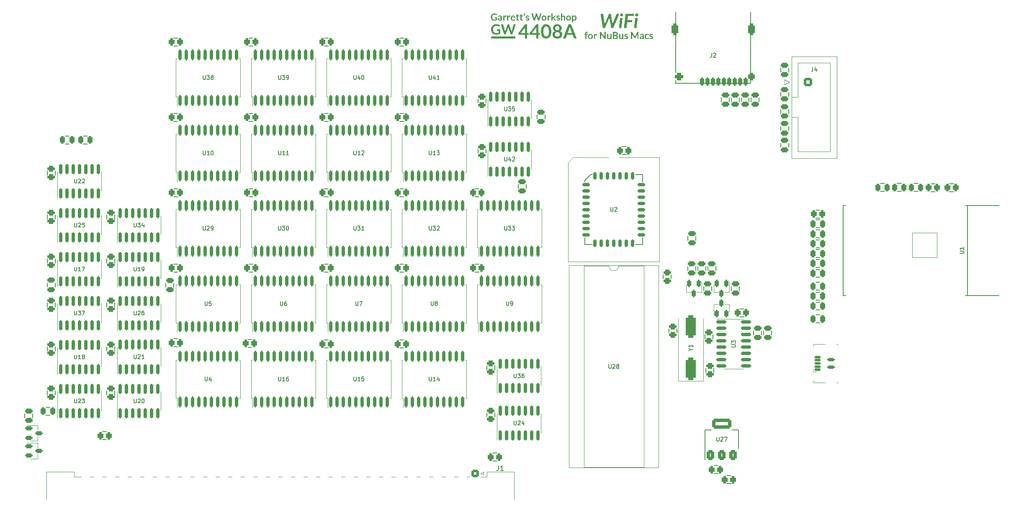
<source format=gto>
G04 #@! TF.GenerationSoftware,KiCad,Pcbnew,(6.0.2-0)*
G04 #@! TF.CreationDate,2022-04-19T10:06:04-04:00*
G04 #@! TF.ProjectId,NuBus-ESP32,4e754275-732d-4455-9350-33322e6b6963,rev?*
G04 #@! TF.SameCoordinates,Original*
G04 #@! TF.FileFunction,Legend,Top*
G04 #@! TF.FilePolarity,Positive*
%FSLAX46Y46*%
G04 Gerber Fmt 4.6, Leading zero omitted, Abs format (unit mm)*
G04 Created by KiCad (PCBNEW (6.0.2-0)) date 2022-04-19 10:06:04*
%MOMM*%
%LPD*%
G01*
G04 APERTURE LIST*
G04 Aperture macros list*
%AMRoundRect*
0 Rectangle with rounded corners*
0 $1 Rounding radius*
0 $2 $3 $4 $5 $6 $7 $8 $9 X,Y pos of 4 corners*
0 Add a 4 corners polygon primitive as box body*
4,1,4,$2,$3,$4,$5,$6,$7,$8,$9,$2,$3,0*
0 Add four circle primitives for the rounded corners*
1,1,$1+$1,$2,$3*
1,1,$1+$1,$4,$5*
1,1,$1+$1,$6,$7*
1,1,$1+$1,$8,$9*
0 Add four rect primitives between the rounded corners*
20,1,$1+$1,$2,$3,$4,$5,0*
20,1,$1+$1,$4,$5,$6,$7,0*
20,1,$1+$1,$6,$7,$8,$9,0*
20,1,$1+$1,$8,$9,$2,$3,0*%
G04 Aperture macros list end*
%ADD10C,0.203200*%
%ADD11C,0.150000*%
%ADD12C,0.152400*%
%ADD13C,0.120000*%
%ADD14C,0.127000*%
%ADD15RoundRect,0.262500X0.487500X-0.212500X0.487500X0.212500X-0.487500X0.212500X-0.487500X-0.212500X0*%
%ADD16RoundRect,0.200000X0.150000X-0.825000X0.150000X0.825000X-0.150000X0.825000X-0.150000X-0.825000X0*%
%ADD17RoundRect,0.250000X-0.600000X-0.600000X0.600000X-0.600000X0.600000X0.600000X-0.600000X0.600000X0*%
%ADD18C,1.700000*%
%ADD19O,1.000000X2.600000*%
%ADD20O,2.600000X1.000000*%
%ADD21C,0.900000*%
%ADD22RoundRect,0.050000X-0.250000X1.500000X-0.250000X-1.500000X0.250000X-1.500000X0.250000X1.500000X0*%
%ADD23RoundRect,0.050000X-0.750000X0.750000X-0.750000X-0.750000X0.750000X-0.750000X0.750000X0.750000X0*%
%ADD24RoundRect,0.050000X-1.500000X0.250000X-1.500000X-0.250000X1.500000X-0.250000X1.500000X0.250000X0*%
%ADD25RoundRect,0.050000X-2.500000X2.500000X-2.500000X-2.500000X2.500000X-2.500000X2.500000X2.500000X0*%
%ADD26RoundRect,0.262500X-0.212500X-0.487500X0.212500X-0.487500X0.212500X0.487500X-0.212500X0.487500X0*%
%ADD27RoundRect,0.262500X0.212500X0.487500X-0.212500X0.487500X-0.212500X-0.487500X0.212500X-0.487500X0*%
%ADD28RoundRect,0.312500X-0.262500X-0.437500X0.262500X-0.437500X0.262500X0.437500X-0.262500X0.437500X0*%
%ADD29C,2.850000*%
%ADD30RoundRect,0.249999X0.525001X0.525001X-0.525001X0.525001X-0.525001X-0.525001X0.525001X-0.525001X0*%
%ADD31C,1.550000*%
%ADD32R,2.400000X1.600000*%
%ADD33O,2.400000X1.600000*%
%ADD34RoundRect,0.312500X-0.437500X0.262500X-0.437500X-0.262500X0.437500X-0.262500X0.437500X0.262500X0*%
%ADD35RoundRect,0.312500X0.262500X0.437500X-0.262500X0.437500X-0.262500X-0.437500X0.262500X-0.437500X0*%
%ADD36RoundRect,0.200000X0.150000X-0.875000X0.150000X0.875000X-0.150000X0.875000X-0.150000X-0.875000X0*%
%ADD37C,0.800000*%
%ADD38C,6.400000*%
%ADD39RoundRect,0.312500X0.437500X-0.262500X0.437500X0.262500X-0.437500X0.262500X-0.437500X-0.262500X0*%
%ADD40RoundRect,0.550000X0.500000X-1.750000X0.500000X1.750000X-0.500000X1.750000X-0.500000X-1.750000X0*%
%ADD41RoundRect,0.200000X-0.825000X-0.150000X0.825000X-0.150000X0.825000X0.150000X-0.825000X0.150000X0*%
%ADD42RoundRect,0.200000X-0.150000X-0.587500X0.150000X-0.587500X0.150000X0.587500X-0.150000X0.587500X0*%
%ADD43RoundRect,0.200000X-0.587500X-0.150000X0.587500X-0.150000X0.587500X0.150000X-0.587500X0.150000X0*%
%ADD44RoundRect,0.120000X0.545000X-0.120000X0.545000X0.120000X-0.545000X0.120000X-0.545000X-0.120000X0*%
%ADD45RoundRect,0.200000X0.525000X-0.150000X0.525000X0.150000X-0.525000X0.150000X-0.525000X-0.150000X0*%
%ADD46C,1.400000*%
%ADD47O,2.000000X1.170000*%
%ADD48C,1.448000*%
%ADD49C,2.000000*%
%ADD50RoundRect,0.262500X-0.487500X0.212500X-0.487500X-0.212500X0.487500X-0.212500X0.487500X0.212500X0*%
%ADD51RoundRect,0.350000X0.450000X-0.700000X0.450000X0.700000X-0.450000X0.700000X-0.450000X-0.700000X0*%
%ADD52RoundRect,0.350000X1.600000X-0.700000X1.600000X0.700000X-1.600000X0.700000X-1.600000X-0.700000X0*%
%ADD53RoundRect,0.250000X-0.475000X-0.200000X0.475000X-0.200000X0.475000X0.200000X-0.475000X0.200000X0*%
%ADD54RoundRect,0.250000X0.200000X-0.475000X0.200000X0.475000X-0.200000X0.475000X-0.200000X-0.475000X0*%
%ADD55RoundRect,0.250000X-0.200000X0.475000X-0.200000X-0.475000X0.200000X-0.475000X0.200000X0.475000X0*%
%ADD56C,1.100000*%
%ADD57RoundRect,0.225000X0.175000X0.625000X-0.175000X0.625000X-0.175000X-0.625000X0.175000X-0.625000X0*%
%ADD58RoundRect,0.425000X0.425000X0.375000X-0.425000X0.375000X-0.425000X-0.375000X0.425000X-0.375000X0*%
%ADD59RoundRect,0.350000X0.300000X0.800000X-0.300000X0.800000X-0.300000X-0.800000X0.300000X-0.800000X0*%
%ADD60RoundRect,0.350000X0.300000X0.450000X-0.300000X0.450000X-0.300000X-0.450000X0.300000X-0.450000X0*%
G04 APERTURE END LIST*
D10*
X81543676Y-108139895D02*
X81543676Y-108797876D01*
X81582380Y-108875285D01*
X81621085Y-108913990D01*
X81698495Y-108952695D01*
X81853314Y-108952695D01*
X81930723Y-108913990D01*
X81969428Y-108875285D01*
X82008133Y-108797876D01*
X82008133Y-108139895D01*
X82820933Y-108952695D02*
X82356476Y-108952695D01*
X82588704Y-108952695D02*
X82588704Y-108139895D01*
X82511295Y-108256009D01*
X82433885Y-108333419D01*
X82356476Y-108372123D01*
X83285390Y-108488238D02*
X83207980Y-108449533D01*
X83169276Y-108410828D01*
X83130571Y-108333419D01*
X83130571Y-108294714D01*
X83169276Y-108217304D01*
X83207980Y-108178600D01*
X83285390Y-108139895D01*
X83440209Y-108139895D01*
X83517619Y-108178600D01*
X83556323Y-108217304D01*
X83595028Y-108294714D01*
X83595028Y-108333419D01*
X83556323Y-108410828D01*
X83517619Y-108449533D01*
X83440209Y-108488238D01*
X83285390Y-108488238D01*
X83207980Y-108526942D01*
X83169276Y-108565647D01*
X83130571Y-108643057D01*
X83130571Y-108797876D01*
X83169276Y-108875285D01*
X83207980Y-108913990D01*
X83285390Y-108952695D01*
X83440209Y-108952695D01*
X83517619Y-108913990D01*
X83556323Y-108875285D01*
X83595028Y-108797876D01*
X83595028Y-108643057D01*
X83556323Y-108565647D01*
X83517619Y-108526942D01*
X83440209Y-108488238D01*
X230869066Y-49973895D02*
X230869066Y-50554466D01*
X230830361Y-50670580D01*
X230752952Y-50747990D01*
X230636838Y-50786695D01*
X230559428Y-50786695D01*
X231604457Y-50244828D02*
X231604457Y-50786695D01*
X231410933Y-49935190D02*
X231217409Y-50515761D01*
X231720571Y-50515761D01*
X260603395Y-87614276D02*
X261261376Y-87614276D01*
X261338785Y-87575571D01*
X261377490Y-87536866D01*
X261416195Y-87459457D01*
X261416195Y-87304638D01*
X261377490Y-87227228D01*
X261338785Y-87188523D01*
X261261376Y-87149819D01*
X260603395Y-87149819D01*
X261416195Y-86337019D02*
X261416195Y-86801476D01*
X261416195Y-86569247D02*
X260603395Y-86569247D01*
X260719509Y-86646657D01*
X260796919Y-86724066D01*
X260835623Y-86801476D01*
D11*
X167306666Y-130532380D02*
X167306666Y-131246666D01*
X167259047Y-131389523D01*
X167163809Y-131484761D01*
X167020952Y-131532380D01*
X166925714Y-131532380D01*
X168306666Y-131532380D02*
X167735238Y-131532380D01*
X168020952Y-131532380D02*
X168020952Y-130532380D01*
X167925714Y-130675238D01*
X167830476Y-130770476D01*
X167735238Y-130818095D01*
D10*
X189620676Y-110044895D02*
X189620676Y-110702876D01*
X189659380Y-110780285D01*
X189698085Y-110818990D01*
X189775495Y-110857695D01*
X189930314Y-110857695D01*
X190007723Y-110818990D01*
X190046428Y-110780285D01*
X190085133Y-110702876D01*
X190085133Y-110044895D01*
X190433476Y-110122304D02*
X190472180Y-110083600D01*
X190549590Y-110044895D01*
X190743114Y-110044895D01*
X190820523Y-110083600D01*
X190859228Y-110122304D01*
X190897933Y-110199714D01*
X190897933Y-110277123D01*
X190859228Y-110393238D01*
X190394771Y-110857695D01*
X190897933Y-110857695D01*
X191362390Y-110393238D02*
X191284980Y-110354533D01*
X191246276Y-110315828D01*
X191207571Y-110238419D01*
X191207571Y-110199714D01*
X191246276Y-110122304D01*
X191284980Y-110083600D01*
X191362390Y-110044895D01*
X191517209Y-110044895D01*
X191594619Y-110083600D01*
X191633323Y-110122304D01*
X191672028Y-110199714D01*
X191672028Y-110238419D01*
X191633323Y-110315828D01*
X191594619Y-110354533D01*
X191517209Y-110393238D01*
X191362390Y-110393238D01*
X191284980Y-110431942D01*
X191246276Y-110470647D01*
X191207571Y-110548057D01*
X191207571Y-110702876D01*
X191246276Y-110780285D01*
X191284980Y-110818990D01*
X191362390Y-110857695D01*
X191517209Y-110857695D01*
X191594619Y-110818990D01*
X191633323Y-110780285D01*
X191672028Y-110702876D01*
X191672028Y-110548057D01*
X191633323Y-110470647D01*
X191594619Y-110431942D01*
X191517209Y-110393238D01*
X122818676Y-112584895D02*
X122818676Y-113242876D01*
X122857380Y-113320285D01*
X122896085Y-113358990D01*
X122973495Y-113397695D01*
X123128314Y-113397695D01*
X123205723Y-113358990D01*
X123244428Y-113320285D01*
X123283133Y-113242876D01*
X123283133Y-112584895D01*
X124095933Y-113397695D02*
X123631476Y-113397695D01*
X123863704Y-113397695D02*
X123863704Y-112584895D01*
X123786295Y-112701009D01*
X123708885Y-112778419D01*
X123631476Y-112817123D01*
X124792619Y-112584895D02*
X124637800Y-112584895D01*
X124560390Y-112623600D01*
X124521685Y-112662304D01*
X124444276Y-112778419D01*
X124405571Y-112933238D01*
X124405571Y-113242876D01*
X124444276Y-113320285D01*
X124482980Y-113358990D01*
X124560390Y-113397695D01*
X124715209Y-113397695D01*
X124792619Y-113358990D01*
X124831323Y-113320285D01*
X124870028Y-113242876D01*
X124870028Y-113049352D01*
X124831323Y-112971942D01*
X124792619Y-112933238D01*
X124715209Y-112894533D01*
X124560390Y-112894533D01*
X124482980Y-112933238D01*
X124444276Y-112971942D01*
X124405571Y-113049352D01*
X107578676Y-82104895D02*
X107578676Y-82762876D01*
X107617380Y-82840285D01*
X107656085Y-82878990D01*
X107733495Y-82917695D01*
X107888314Y-82917695D01*
X107965723Y-82878990D01*
X108004428Y-82840285D01*
X108043133Y-82762876D01*
X108043133Y-82104895D01*
X108391476Y-82182304D02*
X108430180Y-82143600D01*
X108507590Y-82104895D01*
X108701114Y-82104895D01*
X108778523Y-82143600D01*
X108817228Y-82182304D01*
X108855933Y-82259714D01*
X108855933Y-82337123D01*
X108817228Y-82453238D01*
X108352771Y-82917695D01*
X108855933Y-82917695D01*
X109242980Y-82917695D02*
X109397800Y-82917695D01*
X109475209Y-82878990D01*
X109513914Y-82840285D01*
X109591323Y-82724171D01*
X109630028Y-82569352D01*
X109630028Y-82259714D01*
X109591323Y-82182304D01*
X109552619Y-82143600D01*
X109475209Y-82104895D01*
X109320390Y-82104895D01*
X109242980Y-82143600D01*
X109204276Y-82182304D01*
X109165571Y-82259714D01*
X109165571Y-82453238D01*
X109204276Y-82530647D01*
X109242980Y-82569352D01*
X109320390Y-82608057D01*
X109475209Y-82608057D01*
X109552619Y-82569352D01*
X109591323Y-82530647D01*
X109630028Y-82453238D01*
X107965723Y-112584895D02*
X107965723Y-113242876D01*
X108004428Y-113320285D01*
X108043133Y-113358990D01*
X108120542Y-113397695D01*
X108275361Y-113397695D01*
X108352771Y-113358990D01*
X108391476Y-113320285D01*
X108430180Y-113242876D01*
X108430180Y-112584895D01*
X109165571Y-112855828D02*
X109165571Y-113397695D01*
X108972047Y-112546190D02*
X108778523Y-113126761D01*
X109281685Y-113126761D01*
X168538676Y-82104895D02*
X168538676Y-82762876D01*
X168577380Y-82840285D01*
X168616085Y-82878990D01*
X168693495Y-82917695D01*
X168848314Y-82917695D01*
X168925723Y-82878990D01*
X168964428Y-82840285D01*
X169003133Y-82762876D01*
X169003133Y-82104895D01*
X169312771Y-82104895D02*
X169815933Y-82104895D01*
X169545000Y-82414533D01*
X169661114Y-82414533D01*
X169738523Y-82453238D01*
X169777228Y-82491942D01*
X169815933Y-82569352D01*
X169815933Y-82762876D01*
X169777228Y-82840285D01*
X169738523Y-82878990D01*
X169661114Y-82917695D01*
X169428885Y-82917695D01*
X169351476Y-82878990D01*
X169312771Y-82840285D01*
X170086866Y-82104895D02*
X170590028Y-82104895D01*
X170319095Y-82414533D01*
X170435209Y-82414533D01*
X170512619Y-82453238D01*
X170551323Y-82491942D01*
X170590028Y-82569352D01*
X170590028Y-82762876D01*
X170551323Y-82840285D01*
X170512619Y-82878990D01*
X170435209Y-82917695D01*
X170202980Y-82917695D01*
X170125571Y-82878990D01*
X170086866Y-82840285D01*
X81543676Y-117029895D02*
X81543676Y-117687876D01*
X81582380Y-117765285D01*
X81621085Y-117803990D01*
X81698495Y-117842695D01*
X81853314Y-117842695D01*
X81930723Y-117803990D01*
X81969428Y-117765285D01*
X82008133Y-117687876D01*
X82008133Y-117029895D01*
X82356476Y-117107304D02*
X82395180Y-117068600D01*
X82472590Y-117029895D01*
X82666114Y-117029895D01*
X82743523Y-117068600D01*
X82782228Y-117107304D01*
X82820933Y-117184714D01*
X82820933Y-117262123D01*
X82782228Y-117378238D01*
X82317771Y-117842695D01*
X82820933Y-117842695D01*
X83091866Y-117029895D02*
X83595028Y-117029895D01*
X83324095Y-117339533D01*
X83440209Y-117339533D01*
X83517619Y-117378238D01*
X83556323Y-117416942D01*
X83595028Y-117494352D01*
X83595028Y-117687876D01*
X83556323Y-117765285D01*
X83517619Y-117803990D01*
X83440209Y-117842695D01*
X83207980Y-117842695D01*
X83130571Y-117803990D01*
X83091866Y-117765285D01*
X168538676Y-57974895D02*
X168538676Y-58632876D01*
X168577380Y-58710285D01*
X168616085Y-58748990D01*
X168693495Y-58787695D01*
X168848314Y-58787695D01*
X168925723Y-58748990D01*
X168964428Y-58710285D01*
X169003133Y-58632876D01*
X169003133Y-57974895D01*
X169312771Y-57974895D02*
X169815933Y-57974895D01*
X169545000Y-58284533D01*
X169661114Y-58284533D01*
X169738523Y-58323238D01*
X169777228Y-58361942D01*
X169815933Y-58439352D01*
X169815933Y-58632876D01*
X169777228Y-58710285D01*
X169738523Y-58748990D01*
X169661114Y-58787695D01*
X169428885Y-58787695D01*
X169351476Y-58748990D01*
X169312771Y-58710285D01*
X170551323Y-57974895D02*
X170164276Y-57974895D01*
X170125571Y-58361942D01*
X170164276Y-58323238D01*
X170241685Y-58284533D01*
X170435209Y-58284533D01*
X170512619Y-58323238D01*
X170551323Y-58361942D01*
X170590028Y-58439352D01*
X170590028Y-58632876D01*
X170551323Y-58710285D01*
X170512619Y-58748990D01*
X170435209Y-58787695D01*
X170241685Y-58787695D01*
X170164276Y-58748990D01*
X170125571Y-58710285D01*
X168538676Y-68134895D02*
X168538676Y-68792876D01*
X168577380Y-68870285D01*
X168616085Y-68908990D01*
X168693495Y-68947695D01*
X168848314Y-68947695D01*
X168925723Y-68908990D01*
X168964428Y-68870285D01*
X169003133Y-68792876D01*
X169003133Y-68134895D01*
X169738523Y-68405828D02*
X169738523Y-68947695D01*
X169545000Y-68096190D02*
X169351476Y-68676761D01*
X169854638Y-68676761D01*
X170125571Y-68212304D02*
X170164276Y-68173600D01*
X170241685Y-68134895D01*
X170435209Y-68134895D01*
X170512619Y-68173600D01*
X170551323Y-68212304D01*
X170590028Y-68289714D01*
X170590028Y-68367123D01*
X170551323Y-68483238D01*
X170086866Y-68947695D01*
X170590028Y-68947695D01*
X153298676Y-112584895D02*
X153298676Y-113242876D01*
X153337380Y-113320285D01*
X153376085Y-113358990D01*
X153453495Y-113397695D01*
X153608314Y-113397695D01*
X153685723Y-113358990D01*
X153724428Y-113320285D01*
X153763133Y-113242876D01*
X153763133Y-112584895D01*
X154575933Y-113397695D02*
X154111476Y-113397695D01*
X154343704Y-113397695D02*
X154343704Y-112584895D01*
X154266295Y-112701009D01*
X154188885Y-112778419D01*
X154111476Y-112817123D01*
X155272619Y-112855828D02*
X155272619Y-113397695D01*
X155079095Y-112546190D02*
X154885571Y-113126761D01*
X155388733Y-113126761D01*
X138058676Y-66864895D02*
X138058676Y-67522876D01*
X138097380Y-67600285D01*
X138136085Y-67638990D01*
X138213495Y-67677695D01*
X138368314Y-67677695D01*
X138445723Y-67638990D01*
X138484428Y-67600285D01*
X138523133Y-67522876D01*
X138523133Y-66864895D01*
X139335933Y-67677695D02*
X138871476Y-67677695D01*
X139103704Y-67677695D02*
X139103704Y-66864895D01*
X139026295Y-66981009D01*
X138948885Y-67058419D01*
X138871476Y-67097123D01*
X139645571Y-66942304D02*
X139684276Y-66903600D01*
X139761685Y-66864895D01*
X139955209Y-66864895D01*
X140032619Y-66903600D01*
X140071323Y-66942304D01*
X140110028Y-67019714D01*
X140110028Y-67097123D01*
X140071323Y-67213238D01*
X139606866Y-67677695D01*
X140110028Y-67677695D01*
X206196647Y-107056047D02*
X206583695Y-107056047D01*
X205770895Y-107326980D02*
X206196647Y-107056047D01*
X205770895Y-106785114D01*
X206583695Y-106088428D02*
X206583695Y-106552885D01*
X206583695Y-106320657D02*
X205770895Y-106320657D01*
X205887009Y-106398066D01*
X205964419Y-106475476D01*
X206003123Y-106552885D01*
X93608676Y-81469895D02*
X93608676Y-82127876D01*
X93647380Y-82205285D01*
X93686085Y-82243990D01*
X93763495Y-82282695D01*
X93918314Y-82282695D01*
X93995723Y-82243990D01*
X94034428Y-82205285D01*
X94073133Y-82127876D01*
X94073133Y-81469895D01*
X94382771Y-81469895D02*
X94885933Y-81469895D01*
X94615000Y-81779533D01*
X94731114Y-81779533D01*
X94808523Y-81818238D01*
X94847228Y-81856942D01*
X94885933Y-81934352D01*
X94885933Y-82127876D01*
X94847228Y-82205285D01*
X94808523Y-82243990D01*
X94731114Y-82282695D01*
X94498885Y-82282695D01*
X94421476Y-82243990D01*
X94382771Y-82205285D01*
X95582619Y-81740828D02*
X95582619Y-82282695D01*
X95389095Y-81431190D02*
X95195571Y-82011761D01*
X95698733Y-82011761D01*
X107965723Y-97344895D02*
X107965723Y-98002876D01*
X108004428Y-98080285D01*
X108043133Y-98118990D01*
X108120542Y-98157695D01*
X108275361Y-98157695D01*
X108352771Y-98118990D01*
X108391476Y-98080285D01*
X108430180Y-98002876D01*
X108430180Y-97344895D01*
X109204276Y-97344895D02*
X108817228Y-97344895D01*
X108778523Y-97731942D01*
X108817228Y-97693238D01*
X108894638Y-97654533D01*
X109088161Y-97654533D01*
X109165571Y-97693238D01*
X109204276Y-97731942D01*
X109242980Y-97809352D01*
X109242980Y-98002876D01*
X109204276Y-98080285D01*
X109165571Y-98118990D01*
X109088161Y-98157695D01*
X108894638Y-98157695D01*
X108817228Y-98118990D01*
X108778523Y-98080285D01*
X81543676Y-99249895D02*
X81543676Y-99907876D01*
X81582380Y-99985285D01*
X81621085Y-100023990D01*
X81698495Y-100062695D01*
X81853314Y-100062695D01*
X81930723Y-100023990D01*
X81969428Y-99985285D01*
X82008133Y-99907876D01*
X82008133Y-99249895D01*
X82317771Y-99249895D02*
X82820933Y-99249895D01*
X82550000Y-99559533D01*
X82666114Y-99559533D01*
X82743523Y-99598238D01*
X82782228Y-99636942D01*
X82820933Y-99714352D01*
X82820933Y-99907876D01*
X82782228Y-99985285D01*
X82743523Y-100023990D01*
X82666114Y-100062695D01*
X82433885Y-100062695D01*
X82356476Y-100023990D01*
X82317771Y-99985285D01*
X83091866Y-99249895D02*
X83633733Y-99249895D01*
X83285390Y-100062695D01*
X122818676Y-82104895D02*
X122818676Y-82762876D01*
X122857380Y-82840285D01*
X122896085Y-82878990D01*
X122973495Y-82917695D01*
X123128314Y-82917695D01*
X123205723Y-82878990D01*
X123244428Y-82840285D01*
X123283133Y-82762876D01*
X123283133Y-82104895D01*
X123592771Y-82104895D02*
X124095933Y-82104895D01*
X123825000Y-82414533D01*
X123941114Y-82414533D01*
X124018523Y-82453238D01*
X124057228Y-82491942D01*
X124095933Y-82569352D01*
X124095933Y-82762876D01*
X124057228Y-82840285D01*
X124018523Y-82878990D01*
X123941114Y-82917695D01*
X123708885Y-82917695D01*
X123631476Y-82878990D01*
X123592771Y-82840285D01*
X124599095Y-82104895D02*
X124676504Y-82104895D01*
X124753914Y-82143600D01*
X124792619Y-82182304D01*
X124831323Y-82259714D01*
X124870028Y-82414533D01*
X124870028Y-82608057D01*
X124831323Y-82762876D01*
X124792619Y-82840285D01*
X124753914Y-82878990D01*
X124676504Y-82917695D01*
X124599095Y-82917695D01*
X124521685Y-82878990D01*
X124482980Y-82840285D01*
X124444276Y-82762876D01*
X124405571Y-82608057D01*
X124405571Y-82414533D01*
X124444276Y-82259714D01*
X124482980Y-82182304D01*
X124521685Y-82143600D01*
X124599095Y-82104895D01*
X93608676Y-99249895D02*
X93608676Y-99907876D01*
X93647380Y-99985285D01*
X93686085Y-100023990D01*
X93763495Y-100062695D01*
X93918314Y-100062695D01*
X93995723Y-100023990D01*
X94034428Y-99985285D01*
X94073133Y-99907876D01*
X94073133Y-99249895D01*
X94421476Y-99327304D02*
X94460180Y-99288600D01*
X94537590Y-99249895D01*
X94731114Y-99249895D01*
X94808523Y-99288600D01*
X94847228Y-99327304D01*
X94885933Y-99404714D01*
X94885933Y-99482123D01*
X94847228Y-99598238D01*
X94382771Y-100062695D01*
X94885933Y-100062695D01*
X95582619Y-99249895D02*
X95427800Y-99249895D01*
X95350390Y-99288600D01*
X95311685Y-99327304D01*
X95234276Y-99443419D01*
X95195571Y-99598238D01*
X95195571Y-99907876D01*
X95234276Y-99985285D01*
X95272980Y-100023990D01*
X95350390Y-100062695D01*
X95505209Y-100062695D01*
X95582619Y-100023990D01*
X95621323Y-99985285D01*
X95660028Y-99907876D01*
X95660028Y-99714352D01*
X95621323Y-99636942D01*
X95582619Y-99598238D01*
X95505209Y-99559533D01*
X95350390Y-99559533D01*
X95272980Y-99598238D01*
X95234276Y-99636942D01*
X95195571Y-99714352D01*
X81543676Y-81469895D02*
X81543676Y-82127876D01*
X81582380Y-82205285D01*
X81621085Y-82243990D01*
X81698495Y-82282695D01*
X81853314Y-82282695D01*
X81930723Y-82243990D01*
X81969428Y-82205285D01*
X82008133Y-82127876D01*
X82008133Y-81469895D01*
X82356476Y-81547304D02*
X82395180Y-81508600D01*
X82472590Y-81469895D01*
X82666114Y-81469895D01*
X82743523Y-81508600D01*
X82782228Y-81547304D01*
X82820933Y-81624714D01*
X82820933Y-81702123D01*
X82782228Y-81818238D01*
X82317771Y-82282695D01*
X82820933Y-82282695D01*
X83556323Y-81469895D02*
X83169276Y-81469895D01*
X83130571Y-81856942D01*
X83169276Y-81818238D01*
X83246685Y-81779533D01*
X83440209Y-81779533D01*
X83517619Y-81818238D01*
X83556323Y-81856942D01*
X83595028Y-81934352D01*
X83595028Y-82127876D01*
X83556323Y-82205285D01*
X83517619Y-82243990D01*
X83440209Y-82282695D01*
X83246685Y-82282695D01*
X83169276Y-82243990D01*
X83130571Y-82205285D01*
X81543676Y-90359895D02*
X81543676Y-91017876D01*
X81582380Y-91095285D01*
X81621085Y-91133990D01*
X81698495Y-91172695D01*
X81853314Y-91172695D01*
X81930723Y-91133990D01*
X81969428Y-91095285D01*
X82008133Y-91017876D01*
X82008133Y-90359895D01*
X82820933Y-91172695D02*
X82356476Y-91172695D01*
X82588704Y-91172695D02*
X82588704Y-90359895D01*
X82511295Y-90476009D01*
X82433885Y-90553419D01*
X82356476Y-90592123D01*
X83091866Y-90359895D02*
X83633733Y-90359895D01*
X83285390Y-91172695D01*
X214438895Y-106537276D02*
X215096876Y-106537276D01*
X215174285Y-106498571D01*
X215212990Y-106459866D01*
X215251695Y-106382457D01*
X215251695Y-106227638D01*
X215212990Y-106150228D01*
X215174285Y-106111523D01*
X215096876Y-106072819D01*
X214438895Y-106072819D01*
X214438895Y-105763180D02*
X214438895Y-105260019D01*
X214748533Y-105530952D01*
X214748533Y-105414838D01*
X214787238Y-105337428D01*
X214825942Y-105298723D01*
X214903352Y-105260019D01*
X215096876Y-105260019D01*
X215174285Y-105298723D01*
X215212990Y-105337428D01*
X215251695Y-105414838D01*
X215251695Y-105647066D01*
X215212990Y-105724476D01*
X215174285Y-105763180D01*
X138058676Y-82104895D02*
X138058676Y-82762876D01*
X138097380Y-82840285D01*
X138136085Y-82878990D01*
X138213495Y-82917695D01*
X138368314Y-82917695D01*
X138445723Y-82878990D01*
X138484428Y-82840285D01*
X138523133Y-82762876D01*
X138523133Y-82104895D01*
X138832771Y-82104895D02*
X139335933Y-82104895D01*
X139065000Y-82414533D01*
X139181114Y-82414533D01*
X139258523Y-82453238D01*
X139297228Y-82491942D01*
X139335933Y-82569352D01*
X139335933Y-82762876D01*
X139297228Y-82840285D01*
X139258523Y-82878990D01*
X139181114Y-82917695D01*
X138948885Y-82917695D01*
X138871476Y-82878990D01*
X138832771Y-82840285D01*
X140110028Y-82917695D02*
X139645571Y-82917695D01*
X139877800Y-82917695D02*
X139877800Y-82104895D01*
X139800390Y-82221009D01*
X139722980Y-82298419D01*
X139645571Y-82337123D01*
X123205723Y-97344895D02*
X123205723Y-98002876D01*
X123244428Y-98080285D01*
X123283133Y-98118990D01*
X123360542Y-98157695D01*
X123515361Y-98157695D01*
X123592771Y-98118990D01*
X123631476Y-98080285D01*
X123670180Y-98002876D01*
X123670180Y-97344895D01*
X124405571Y-97344895D02*
X124250752Y-97344895D01*
X124173342Y-97383600D01*
X124134638Y-97422304D01*
X124057228Y-97538419D01*
X124018523Y-97693238D01*
X124018523Y-98002876D01*
X124057228Y-98080285D01*
X124095933Y-98118990D01*
X124173342Y-98157695D01*
X124328161Y-98157695D01*
X124405571Y-98118990D01*
X124444276Y-98080285D01*
X124482980Y-98002876D01*
X124482980Y-97809352D01*
X124444276Y-97731942D01*
X124405571Y-97693238D01*
X124328161Y-97654533D01*
X124173342Y-97654533D01*
X124095933Y-97693238D01*
X124057228Y-97731942D01*
X124018523Y-97809352D01*
X138445723Y-97344895D02*
X138445723Y-98002876D01*
X138484428Y-98080285D01*
X138523133Y-98118990D01*
X138600542Y-98157695D01*
X138755361Y-98157695D01*
X138832771Y-98118990D01*
X138871476Y-98080285D01*
X138910180Y-98002876D01*
X138910180Y-97344895D01*
X139219819Y-97344895D02*
X139761685Y-97344895D01*
X139413342Y-98157695D01*
X170443676Y-111949895D02*
X170443676Y-112607876D01*
X170482380Y-112685285D01*
X170521085Y-112723990D01*
X170598495Y-112762695D01*
X170753314Y-112762695D01*
X170830723Y-112723990D01*
X170869428Y-112685285D01*
X170908133Y-112607876D01*
X170908133Y-111949895D01*
X171217771Y-111949895D02*
X171720933Y-111949895D01*
X171450000Y-112259533D01*
X171566114Y-112259533D01*
X171643523Y-112298238D01*
X171682228Y-112336942D01*
X171720933Y-112414352D01*
X171720933Y-112607876D01*
X171682228Y-112685285D01*
X171643523Y-112723990D01*
X171566114Y-112762695D01*
X171333885Y-112762695D01*
X171256476Y-112723990D01*
X171217771Y-112685285D01*
X172417619Y-111949895D02*
X172262800Y-111949895D01*
X172185390Y-111988600D01*
X172146685Y-112027304D01*
X172069276Y-112143419D01*
X172030571Y-112298238D01*
X172030571Y-112607876D01*
X172069276Y-112685285D01*
X172107980Y-112723990D01*
X172185390Y-112762695D01*
X172340209Y-112762695D01*
X172417619Y-112723990D01*
X172456323Y-112685285D01*
X172495028Y-112607876D01*
X172495028Y-112414352D01*
X172456323Y-112336942D01*
X172417619Y-112298238D01*
X172340209Y-112259533D01*
X172185390Y-112259533D01*
X172107980Y-112298238D01*
X172069276Y-112336942D01*
X172030571Y-112414352D01*
X93608676Y-117029895D02*
X93608676Y-117687876D01*
X93647380Y-117765285D01*
X93686085Y-117803990D01*
X93763495Y-117842695D01*
X93918314Y-117842695D01*
X93995723Y-117803990D01*
X94034428Y-117765285D01*
X94073133Y-117687876D01*
X94073133Y-117029895D01*
X94421476Y-117107304D02*
X94460180Y-117068600D01*
X94537590Y-117029895D01*
X94731114Y-117029895D01*
X94808523Y-117068600D01*
X94847228Y-117107304D01*
X94885933Y-117184714D01*
X94885933Y-117262123D01*
X94847228Y-117378238D01*
X94382771Y-117842695D01*
X94885933Y-117842695D01*
X95389095Y-117029895D02*
X95466504Y-117029895D01*
X95543914Y-117068600D01*
X95582619Y-117107304D01*
X95621323Y-117184714D01*
X95660028Y-117339533D01*
X95660028Y-117533057D01*
X95621323Y-117687876D01*
X95582619Y-117765285D01*
X95543914Y-117803990D01*
X95466504Y-117842695D01*
X95389095Y-117842695D01*
X95311685Y-117803990D01*
X95272980Y-117765285D01*
X95234276Y-117687876D01*
X95195571Y-117533057D01*
X95195571Y-117339533D01*
X95234276Y-117184714D01*
X95272980Y-117107304D01*
X95311685Y-117068600D01*
X95389095Y-117029895D01*
X190007723Y-78294895D02*
X190007723Y-78952876D01*
X190046428Y-79030285D01*
X190085133Y-79068990D01*
X190162542Y-79107695D01*
X190317361Y-79107695D01*
X190394771Y-79068990D01*
X190433476Y-79030285D01*
X190472180Y-78952876D01*
X190472180Y-78294895D01*
X190820523Y-78372304D02*
X190859228Y-78333600D01*
X190936638Y-78294895D01*
X191130161Y-78294895D01*
X191207571Y-78333600D01*
X191246276Y-78372304D01*
X191284980Y-78449714D01*
X191284980Y-78527123D01*
X191246276Y-78643238D01*
X190781819Y-79107695D01*
X191284980Y-79107695D01*
X81543676Y-72579895D02*
X81543676Y-73237876D01*
X81582380Y-73315285D01*
X81621085Y-73353990D01*
X81698495Y-73392695D01*
X81853314Y-73392695D01*
X81930723Y-73353990D01*
X81969428Y-73315285D01*
X82008133Y-73237876D01*
X82008133Y-72579895D01*
X82356476Y-72657304D02*
X82395180Y-72618600D01*
X82472590Y-72579895D01*
X82666114Y-72579895D01*
X82743523Y-72618600D01*
X82782228Y-72657304D01*
X82820933Y-72734714D01*
X82820933Y-72812123D01*
X82782228Y-72928238D01*
X82317771Y-73392695D01*
X82820933Y-73392695D01*
X83130571Y-72657304D02*
X83169276Y-72618600D01*
X83246685Y-72579895D01*
X83440209Y-72579895D01*
X83517619Y-72618600D01*
X83556323Y-72657304D01*
X83595028Y-72734714D01*
X83595028Y-72812123D01*
X83556323Y-72928238D01*
X83091866Y-73392695D01*
X83595028Y-73392695D01*
X107578676Y-66864895D02*
X107578676Y-67522876D01*
X107617380Y-67600285D01*
X107656085Y-67638990D01*
X107733495Y-67677695D01*
X107888314Y-67677695D01*
X107965723Y-67638990D01*
X108004428Y-67600285D01*
X108043133Y-67522876D01*
X108043133Y-66864895D01*
X108855933Y-67677695D02*
X108391476Y-67677695D01*
X108623704Y-67677695D02*
X108623704Y-66864895D01*
X108546295Y-66981009D01*
X108468885Y-67058419D01*
X108391476Y-67097123D01*
X109359095Y-66864895D02*
X109436504Y-66864895D01*
X109513914Y-66903600D01*
X109552619Y-66942304D01*
X109591323Y-67019714D01*
X109630028Y-67174533D01*
X109630028Y-67368057D01*
X109591323Y-67522876D01*
X109552619Y-67600285D01*
X109513914Y-67638990D01*
X109436504Y-67677695D01*
X109359095Y-67677695D01*
X109281685Y-67638990D01*
X109242980Y-67600285D01*
X109204276Y-67522876D01*
X109165571Y-67368057D01*
X109165571Y-67174533D01*
X109204276Y-67019714D01*
X109242980Y-66942304D01*
X109281685Y-66903600D01*
X109359095Y-66864895D01*
X93608676Y-90359895D02*
X93608676Y-91017876D01*
X93647380Y-91095285D01*
X93686085Y-91133990D01*
X93763495Y-91172695D01*
X93918314Y-91172695D01*
X93995723Y-91133990D01*
X94034428Y-91095285D01*
X94073133Y-91017876D01*
X94073133Y-90359895D01*
X94885933Y-91172695D02*
X94421476Y-91172695D01*
X94653704Y-91172695D02*
X94653704Y-90359895D01*
X94576295Y-90476009D01*
X94498885Y-90553419D01*
X94421476Y-90592123D01*
X95272980Y-91172695D02*
X95427800Y-91172695D01*
X95505209Y-91133990D01*
X95543914Y-91095285D01*
X95621323Y-90979171D01*
X95660028Y-90824352D01*
X95660028Y-90514714D01*
X95621323Y-90437304D01*
X95582619Y-90398600D01*
X95505209Y-90359895D01*
X95350390Y-90359895D01*
X95272980Y-90398600D01*
X95234276Y-90437304D01*
X95195571Y-90514714D01*
X95195571Y-90708238D01*
X95234276Y-90785647D01*
X95272980Y-90824352D01*
X95350390Y-90863057D01*
X95505209Y-90863057D01*
X95582619Y-90824352D01*
X95621323Y-90785647D01*
X95660028Y-90708238D01*
X122818676Y-66864895D02*
X122818676Y-67522876D01*
X122857380Y-67600285D01*
X122896085Y-67638990D01*
X122973495Y-67677695D01*
X123128314Y-67677695D01*
X123205723Y-67638990D01*
X123244428Y-67600285D01*
X123283133Y-67522876D01*
X123283133Y-66864895D01*
X124095933Y-67677695D02*
X123631476Y-67677695D01*
X123863704Y-67677695D02*
X123863704Y-66864895D01*
X123786295Y-66981009D01*
X123708885Y-67058419D01*
X123631476Y-67097123D01*
X124870028Y-67677695D02*
X124405571Y-67677695D01*
X124637800Y-67677695D02*
X124637800Y-66864895D01*
X124560390Y-66981009D01*
X124482980Y-67058419D01*
X124405571Y-67097123D01*
X153298676Y-51624895D02*
X153298676Y-52282876D01*
X153337380Y-52360285D01*
X153376085Y-52398990D01*
X153453495Y-52437695D01*
X153608314Y-52437695D01*
X153685723Y-52398990D01*
X153724428Y-52360285D01*
X153763133Y-52282876D01*
X153763133Y-51624895D01*
X154498523Y-51895828D02*
X154498523Y-52437695D01*
X154305000Y-51586190D02*
X154111476Y-52166761D01*
X154614638Y-52166761D01*
X155350028Y-52437695D02*
X154885571Y-52437695D01*
X155117800Y-52437695D02*
X155117800Y-51624895D01*
X155040390Y-51741009D01*
X154962980Y-51818419D01*
X154885571Y-51857123D01*
X138058676Y-51624895D02*
X138058676Y-52282876D01*
X138097380Y-52360285D01*
X138136085Y-52398990D01*
X138213495Y-52437695D01*
X138368314Y-52437695D01*
X138445723Y-52398990D01*
X138484428Y-52360285D01*
X138523133Y-52282876D01*
X138523133Y-51624895D01*
X139258523Y-51895828D02*
X139258523Y-52437695D01*
X139065000Y-51586190D02*
X138871476Y-52166761D01*
X139374638Y-52166761D01*
X139839095Y-51624895D02*
X139916504Y-51624895D01*
X139993914Y-51663600D01*
X140032619Y-51702304D01*
X140071323Y-51779714D01*
X140110028Y-51934533D01*
X140110028Y-52128057D01*
X140071323Y-52282876D01*
X140032619Y-52360285D01*
X139993914Y-52398990D01*
X139916504Y-52437695D01*
X139839095Y-52437695D01*
X139761685Y-52398990D01*
X139722980Y-52360285D01*
X139684276Y-52282876D01*
X139645571Y-52128057D01*
X139645571Y-51934533D01*
X139684276Y-51779714D01*
X139722980Y-51702304D01*
X139761685Y-51663600D01*
X139839095Y-51624895D01*
X122818676Y-51624895D02*
X122818676Y-52282876D01*
X122857380Y-52360285D01*
X122896085Y-52398990D01*
X122973495Y-52437695D01*
X123128314Y-52437695D01*
X123205723Y-52398990D01*
X123244428Y-52360285D01*
X123283133Y-52282876D01*
X123283133Y-51624895D01*
X123592771Y-51624895D02*
X124095933Y-51624895D01*
X123825000Y-51934533D01*
X123941114Y-51934533D01*
X124018523Y-51973238D01*
X124057228Y-52011942D01*
X124095933Y-52089352D01*
X124095933Y-52282876D01*
X124057228Y-52360285D01*
X124018523Y-52398990D01*
X123941114Y-52437695D01*
X123708885Y-52437695D01*
X123631476Y-52398990D01*
X123592771Y-52360285D01*
X124482980Y-52437695D02*
X124637800Y-52437695D01*
X124715209Y-52398990D01*
X124753914Y-52360285D01*
X124831323Y-52244171D01*
X124870028Y-52089352D01*
X124870028Y-51779714D01*
X124831323Y-51702304D01*
X124792619Y-51663600D01*
X124715209Y-51624895D01*
X124560390Y-51624895D01*
X124482980Y-51663600D01*
X124444276Y-51702304D01*
X124405571Y-51779714D01*
X124405571Y-51973238D01*
X124444276Y-52050647D01*
X124482980Y-52089352D01*
X124560390Y-52128057D01*
X124715209Y-52128057D01*
X124792619Y-52089352D01*
X124831323Y-52050647D01*
X124870028Y-51973238D01*
X107578676Y-51624895D02*
X107578676Y-52282876D01*
X107617380Y-52360285D01*
X107656085Y-52398990D01*
X107733495Y-52437695D01*
X107888314Y-52437695D01*
X107965723Y-52398990D01*
X108004428Y-52360285D01*
X108043133Y-52282876D01*
X108043133Y-51624895D01*
X108352771Y-51624895D02*
X108855933Y-51624895D01*
X108585000Y-51934533D01*
X108701114Y-51934533D01*
X108778523Y-51973238D01*
X108817228Y-52011942D01*
X108855933Y-52089352D01*
X108855933Y-52282876D01*
X108817228Y-52360285D01*
X108778523Y-52398990D01*
X108701114Y-52437695D01*
X108468885Y-52437695D01*
X108391476Y-52398990D01*
X108352771Y-52360285D01*
X109320390Y-51973238D02*
X109242980Y-51934533D01*
X109204276Y-51895828D01*
X109165571Y-51818419D01*
X109165571Y-51779714D01*
X109204276Y-51702304D01*
X109242980Y-51663600D01*
X109320390Y-51624895D01*
X109475209Y-51624895D01*
X109552619Y-51663600D01*
X109591323Y-51702304D01*
X109630028Y-51779714D01*
X109630028Y-51818419D01*
X109591323Y-51895828D01*
X109552619Y-51934533D01*
X109475209Y-51973238D01*
X109320390Y-51973238D01*
X109242980Y-52011942D01*
X109204276Y-52050647D01*
X109165571Y-52128057D01*
X109165571Y-52282876D01*
X109204276Y-52360285D01*
X109242980Y-52398990D01*
X109320390Y-52437695D01*
X109475209Y-52437695D01*
X109552619Y-52398990D01*
X109591323Y-52360285D01*
X109630028Y-52282876D01*
X109630028Y-52128057D01*
X109591323Y-52050647D01*
X109552619Y-52011942D01*
X109475209Y-51973238D01*
X153298676Y-66864895D02*
X153298676Y-67522876D01*
X153337380Y-67600285D01*
X153376085Y-67638990D01*
X153453495Y-67677695D01*
X153608314Y-67677695D01*
X153685723Y-67638990D01*
X153724428Y-67600285D01*
X153763133Y-67522876D01*
X153763133Y-66864895D01*
X154575933Y-67677695D02*
X154111476Y-67677695D01*
X154343704Y-67677695D02*
X154343704Y-66864895D01*
X154266295Y-66981009D01*
X154188885Y-67058419D01*
X154111476Y-67097123D01*
X154846866Y-66864895D02*
X155350028Y-66864895D01*
X155079095Y-67174533D01*
X155195209Y-67174533D01*
X155272619Y-67213238D01*
X155311323Y-67251942D01*
X155350028Y-67329352D01*
X155350028Y-67522876D01*
X155311323Y-67600285D01*
X155272619Y-67638990D01*
X155195209Y-67677695D01*
X154962980Y-67677695D01*
X154885571Y-67638990D01*
X154846866Y-67600285D01*
X211443676Y-124754895D02*
X211443676Y-125412876D01*
X211482380Y-125490285D01*
X211521085Y-125528990D01*
X211598495Y-125567695D01*
X211753314Y-125567695D01*
X211830723Y-125528990D01*
X211869428Y-125490285D01*
X211908133Y-125412876D01*
X211908133Y-124754895D01*
X212256476Y-124832304D02*
X212295180Y-124793600D01*
X212372590Y-124754895D01*
X212566114Y-124754895D01*
X212643523Y-124793600D01*
X212682228Y-124832304D01*
X212720933Y-124909714D01*
X212720933Y-124987123D01*
X212682228Y-125103238D01*
X212217771Y-125567695D01*
X212720933Y-125567695D01*
X212991866Y-124754895D02*
X213533733Y-124754895D01*
X213185390Y-125567695D01*
X210429066Y-47104895D02*
X210429066Y-47685466D01*
X210390361Y-47801580D01*
X210312952Y-47878990D01*
X210196838Y-47917695D01*
X210119428Y-47917695D01*
X210777409Y-47182304D02*
X210816114Y-47143600D01*
X210893523Y-47104895D01*
X211087047Y-47104895D01*
X211164457Y-47143600D01*
X211203161Y-47182304D01*
X211241866Y-47259714D01*
X211241866Y-47337123D01*
X211203161Y-47453238D01*
X210738704Y-47917695D01*
X211241866Y-47917695D01*
X153298676Y-82104895D02*
X153298676Y-82762876D01*
X153337380Y-82840285D01*
X153376085Y-82878990D01*
X153453495Y-82917695D01*
X153608314Y-82917695D01*
X153685723Y-82878990D01*
X153724428Y-82840285D01*
X153763133Y-82762876D01*
X153763133Y-82104895D01*
X154072771Y-82104895D02*
X154575933Y-82104895D01*
X154305000Y-82414533D01*
X154421114Y-82414533D01*
X154498523Y-82453238D01*
X154537228Y-82491942D01*
X154575933Y-82569352D01*
X154575933Y-82762876D01*
X154537228Y-82840285D01*
X154498523Y-82878990D01*
X154421114Y-82917695D01*
X154188885Y-82917695D01*
X154111476Y-82878990D01*
X154072771Y-82840285D01*
X154885571Y-82182304D02*
X154924276Y-82143600D01*
X155001685Y-82104895D01*
X155195209Y-82104895D01*
X155272619Y-82143600D01*
X155311323Y-82182304D01*
X155350028Y-82259714D01*
X155350028Y-82337123D01*
X155311323Y-82453238D01*
X154846866Y-82917695D01*
X155350028Y-82917695D01*
X170443676Y-121474895D02*
X170443676Y-122132876D01*
X170482380Y-122210285D01*
X170521085Y-122248990D01*
X170598495Y-122287695D01*
X170753314Y-122287695D01*
X170830723Y-122248990D01*
X170869428Y-122210285D01*
X170908133Y-122132876D01*
X170908133Y-121474895D01*
X171256476Y-121552304D02*
X171295180Y-121513600D01*
X171372590Y-121474895D01*
X171566114Y-121474895D01*
X171643523Y-121513600D01*
X171682228Y-121552304D01*
X171720933Y-121629714D01*
X171720933Y-121707123D01*
X171682228Y-121823238D01*
X171217771Y-122287695D01*
X171720933Y-122287695D01*
X172417619Y-121745828D02*
X172417619Y-122287695D01*
X172224095Y-121436190D02*
X172030571Y-122016761D01*
X172533733Y-122016761D01*
X93608676Y-108074895D02*
X93608676Y-108732876D01*
X93647380Y-108810285D01*
X93686085Y-108848990D01*
X93763495Y-108887695D01*
X93918314Y-108887695D01*
X93995723Y-108848990D01*
X94034428Y-108810285D01*
X94073133Y-108732876D01*
X94073133Y-108074895D01*
X94421476Y-108152304D02*
X94460180Y-108113600D01*
X94537590Y-108074895D01*
X94731114Y-108074895D01*
X94808523Y-108113600D01*
X94847228Y-108152304D01*
X94885933Y-108229714D01*
X94885933Y-108307123D01*
X94847228Y-108423238D01*
X94382771Y-108887695D01*
X94885933Y-108887695D01*
X95660028Y-108887695D02*
X95195571Y-108887695D01*
X95427800Y-108887695D02*
X95427800Y-108074895D01*
X95350390Y-108191009D01*
X95272980Y-108268419D01*
X95195571Y-108307123D01*
X138058676Y-112584895D02*
X138058676Y-113242876D01*
X138097380Y-113320285D01*
X138136085Y-113358990D01*
X138213495Y-113397695D01*
X138368314Y-113397695D01*
X138445723Y-113358990D01*
X138484428Y-113320285D01*
X138523133Y-113242876D01*
X138523133Y-112584895D01*
X139335933Y-113397695D02*
X138871476Y-113397695D01*
X139103704Y-113397695D02*
X139103704Y-112584895D01*
X139026295Y-112701009D01*
X138948885Y-112778419D01*
X138871476Y-112817123D01*
X140071323Y-112584895D02*
X139684276Y-112584895D01*
X139645571Y-112971942D01*
X139684276Y-112933238D01*
X139761685Y-112894533D01*
X139955209Y-112894533D01*
X140032619Y-112933238D01*
X140071323Y-112971942D01*
X140110028Y-113049352D01*
X140110028Y-113242876D01*
X140071323Y-113320285D01*
X140032619Y-113358990D01*
X139955209Y-113397695D01*
X139761685Y-113397695D01*
X139684276Y-113358990D01*
X139645571Y-113320285D01*
X168925723Y-97344895D02*
X168925723Y-98002876D01*
X168964428Y-98080285D01*
X169003133Y-98118990D01*
X169080542Y-98157695D01*
X169235361Y-98157695D01*
X169312771Y-98118990D01*
X169351476Y-98080285D01*
X169390180Y-98002876D01*
X169390180Y-97344895D01*
X169815933Y-98157695D02*
X169970752Y-98157695D01*
X170048161Y-98118990D01*
X170086866Y-98080285D01*
X170164276Y-97964171D01*
X170202980Y-97809352D01*
X170202980Y-97499714D01*
X170164276Y-97422304D01*
X170125571Y-97383600D01*
X170048161Y-97344895D01*
X169893342Y-97344895D01*
X169815933Y-97383600D01*
X169777228Y-97422304D01*
X169738523Y-97499714D01*
X169738523Y-97693238D01*
X169777228Y-97770647D01*
X169815933Y-97809352D01*
X169893342Y-97848057D01*
X170048161Y-97848057D01*
X170125571Y-97809352D01*
X170164276Y-97770647D01*
X170202980Y-97693238D01*
X153685723Y-97344895D02*
X153685723Y-98002876D01*
X153724428Y-98080285D01*
X153763133Y-98118990D01*
X153840542Y-98157695D01*
X153995361Y-98157695D01*
X154072771Y-98118990D01*
X154111476Y-98080285D01*
X154150180Y-98002876D01*
X154150180Y-97344895D01*
X154653342Y-97693238D02*
X154575933Y-97654533D01*
X154537228Y-97615828D01*
X154498523Y-97538419D01*
X154498523Y-97499714D01*
X154537228Y-97422304D01*
X154575933Y-97383600D01*
X154653342Y-97344895D01*
X154808161Y-97344895D01*
X154885571Y-97383600D01*
X154924276Y-97422304D01*
X154962980Y-97499714D01*
X154962980Y-97538419D01*
X154924276Y-97615828D01*
X154885571Y-97654533D01*
X154808161Y-97693238D01*
X154653342Y-97693238D01*
X154575933Y-97731942D01*
X154537228Y-97770647D01*
X154498523Y-97848057D01*
X154498523Y-98002876D01*
X154537228Y-98080285D01*
X154575933Y-98118990D01*
X154653342Y-98157695D01*
X154808161Y-98157695D01*
X154885571Y-98118990D01*
X154924276Y-98080285D01*
X154962980Y-98002876D01*
X154962980Y-97848057D01*
X154924276Y-97770647D01*
X154885571Y-97731942D01*
X154808161Y-97693238D01*
G36*
X167412111Y-43741695D02*
G01*
X167587679Y-43741738D01*
X167774051Y-43741810D01*
X167971414Y-43741910D01*
X168179955Y-43742037D01*
X168283931Y-43742108D01*
X170663972Y-43743779D01*
X170688800Y-43761211D01*
X170706864Y-43777100D01*
X170723146Y-43796606D01*
X170727943Y-43804155D01*
X170732662Y-43812921D01*
X170736210Y-43821270D01*
X170738755Y-43830933D01*
X170740462Y-43843641D01*
X170741500Y-43861126D01*
X170742033Y-43885119D01*
X170742231Y-43917351D01*
X170742258Y-43952773D01*
X170742059Y-43990135D01*
X170741502Y-44024430D01*
X170740649Y-44053713D01*
X170739561Y-44076040D01*
X170738299Y-44089466D01*
X170737881Y-44091521D01*
X170728324Y-44110835D01*
X170711633Y-44131378D01*
X170691075Y-44149591D01*
X170675749Y-44159242D01*
X170673810Y-44160159D01*
X170671473Y-44161025D01*
X170668411Y-44161840D01*
X170664298Y-44162606D01*
X170658806Y-44163324D01*
X170651609Y-44163997D01*
X170642380Y-44164626D01*
X170630792Y-44165211D01*
X170616517Y-44165756D01*
X170599229Y-44166260D01*
X170578602Y-44166726D01*
X170554307Y-44167156D01*
X170526019Y-44167550D01*
X170493409Y-44167911D01*
X170456152Y-44168239D01*
X170413920Y-44168536D01*
X170366387Y-44168805D01*
X170313225Y-44169045D01*
X170254108Y-44169259D01*
X170188708Y-44169449D01*
X170116699Y-44169615D01*
X170037754Y-44169760D01*
X169951545Y-44169885D01*
X169857747Y-44169991D01*
X169756031Y-44170080D01*
X169646071Y-44170153D01*
X169527541Y-44170212D01*
X169400112Y-44170258D01*
X169263459Y-44170293D01*
X169117254Y-44170319D01*
X168961171Y-44170337D01*
X168794882Y-44170348D01*
X168618060Y-44170354D01*
X168430379Y-44170356D01*
X168269807Y-44170357D01*
X165885651Y-44170357D01*
X165860415Y-44157029D01*
X165833952Y-44136749D01*
X165818002Y-44115987D01*
X165800824Y-44088274D01*
X165799068Y-43964942D01*
X165798595Y-43922219D01*
X165798605Y-43889253D01*
X165799184Y-43864360D01*
X165800417Y-43845852D01*
X165802391Y-43832043D01*
X165805190Y-43821246D01*
X165806560Y-43817394D01*
X165820816Y-43792599D01*
X165842245Y-43769914D01*
X165867117Y-43752828D01*
X165882062Y-43746739D01*
X165887651Y-43746175D01*
X165900514Y-43745646D01*
X165920836Y-43745153D01*
X165948803Y-43744693D01*
X165984600Y-43744268D01*
X166028415Y-43743876D01*
X166080432Y-43743518D01*
X166140838Y-43743193D01*
X166209819Y-43742901D01*
X166287559Y-43742641D01*
X166374246Y-43742412D01*
X166470065Y-43742216D01*
X166575202Y-43742051D01*
X166689843Y-43741916D01*
X166814174Y-43741812D01*
X166948380Y-43741739D01*
X167092648Y-43741695D01*
X167247163Y-43741680D01*
X167412111Y-43741695D01*
G37*
G36*
X175905894Y-42635821D02*
G01*
X175909357Y-42525736D01*
X175915598Y-42425009D01*
X175924879Y-42331826D01*
X175937463Y-42244373D01*
X175953613Y-42160837D01*
X175973593Y-42079402D01*
X175997665Y-41998256D01*
X175998867Y-41994526D01*
X176040648Y-41880051D01*
X176088935Y-41774979D01*
X176143720Y-41679317D01*
X176204994Y-41593075D01*
X176272751Y-41516258D01*
X176346983Y-41448875D01*
X176427681Y-41390932D01*
X176514838Y-41342439D01*
X176608448Y-41303401D01*
X176708501Y-41273828D01*
X176737253Y-41267332D01*
X176774146Y-41261223D01*
X176819298Y-41256396D01*
X176869576Y-41252966D01*
X176921845Y-41251049D01*
X176972974Y-41250760D01*
X177019828Y-41252216D01*
X177058650Y-41255455D01*
X177163335Y-41273535D01*
X177262336Y-41301521D01*
X177355533Y-41339312D01*
X177442806Y-41386805D01*
X177524037Y-41443898D01*
X177599105Y-41510490D01*
X177667891Y-41586478D01*
X177730276Y-41671759D01*
X177786141Y-41766233D01*
X177835365Y-41869797D01*
X177864551Y-41944162D01*
X177892383Y-42027649D01*
X177915946Y-42113226D01*
X177935784Y-42203306D01*
X177952441Y-42300297D01*
X177963768Y-42383882D01*
X177967190Y-42419973D01*
X177969973Y-42465489D01*
X177972118Y-42518498D01*
X177973625Y-42577068D01*
X177974494Y-42639266D01*
X177974727Y-42703161D01*
X177974324Y-42766818D01*
X177973285Y-42828307D01*
X177971611Y-42885695D01*
X177969303Y-42937048D01*
X177966361Y-42980435D01*
X177963573Y-43007946D01*
X177945742Y-43130487D01*
X177923724Y-43243494D01*
X177897141Y-43348233D01*
X177865612Y-43445969D01*
X177828760Y-43537970D01*
X177786203Y-43625500D01*
X177769370Y-43656238D01*
X177711785Y-43747623D01*
X177647340Y-43829979D01*
X177576270Y-43903140D01*
X177498814Y-43966942D01*
X177415207Y-44021221D01*
X177325687Y-44065812D01*
X177230490Y-44100551D01*
X177129854Y-44125273D01*
X177082373Y-44133155D01*
X177049914Y-44136561D01*
X177009440Y-44138982D01*
X176964222Y-44140390D01*
X176917530Y-44140756D01*
X176872636Y-44140053D01*
X176832812Y-44138252D01*
X176803101Y-44135556D01*
X176701583Y-44117220D01*
X176605154Y-44088697D01*
X176514024Y-44050165D01*
X176428402Y-44001796D01*
X176348499Y-43943767D01*
X176274524Y-43876252D01*
X176206688Y-43799426D01*
X176145200Y-43713464D01*
X176090271Y-43618542D01*
X176042110Y-43514833D01*
X176033961Y-43494703D01*
X175998091Y-43394941D01*
X175968316Y-43291776D01*
X175944477Y-43184127D01*
X175926411Y-43070916D01*
X175913958Y-42951063D01*
X175906957Y-42823489D01*
X175905340Y-42694470D01*
X176405340Y-42694470D01*
X176405813Y-42761937D01*
X176407559Y-42824116D01*
X176407842Y-42830741D01*
X176412391Y-42916295D01*
X176418144Y-42992440D01*
X176425371Y-43061184D01*
X176434344Y-43124533D01*
X176445333Y-43184493D01*
X176458608Y-43243070D01*
X176468738Y-43281890D01*
X176496968Y-43372161D01*
X176529460Y-43451954D01*
X176566377Y-43521487D01*
X176607883Y-43580975D01*
X176654144Y-43630635D01*
X176705321Y-43670682D01*
X176761581Y-43701334D01*
X176797264Y-43715112D01*
X176856905Y-43731396D01*
X176913229Y-43738870D01*
X176969783Y-43737890D01*
X176994918Y-43734978D01*
X177064433Y-43719818D01*
X177128202Y-43694912D01*
X177186351Y-43660163D01*
X177239006Y-43615473D01*
X177286292Y-43560747D01*
X177328337Y-43495886D01*
X177344225Y-43466074D01*
X177358766Y-43433874D01*
X177374528Y-43393297D01*
X177390578Y-43347212D01*
X177405986Y-43298491D01*
X177419823Y-43250005D01*
X177431157Y-43204623D01*
X177435482Y-43184551D01*
X177451310Y-43092261D01*
X177463517Y-42991313D01*
X177471964Y-42883958D01*
X177476512Y-42772447D01*
X177477023Y-42659032D01*
X177474017Y-42559311D01*
X177468840Y-42468662D01*
X177462138Y-42387507D01*
X177453611Y-42313954D01*
X177442959Y-42246113D01*
X177429882Y-42182089D01*
X177414078Y-42119993D01*
X177395246Y-42057932D01*
X177393542Y-42052736D01*
X177370398Y-41987560D01*
X177346728Y-41931786D01*
X177321372Y-41883380D01*
X177293172Y-41840309D01*
X177260968Y-41800541D01*
X177233038Y-41771212D01*
X177182147Y-41728742D01*
X177125370Y-41695458D01*
X177064014Y-41671634D01*
X176999384Y-41657544D01*
X176932786Y-41653461D01*
X176865526Y-41659661D01*
X176798910Y-41676416D01*
X176792191Y-41678733D01*
X176741521Y-41699823D01*
X176697982Y-41725481D01*
X176657419Y-41758337D01*
X176640337Y-41774850D01*
X176595950Y-41826987D01*
X176555791Y-41889428D01*
X176520006Y-41961775D01*
X176488741Y-42043631D01*
X176462142Y-42134600D01*
X176440354Y-42234286D01*
X176423523Y-42342292D01*
X176419570Y-42375294D01*
X176414750Y-42427426D01*
X176410846Y-42488195D01*
X176407928Y-42554814D01*
X176406069Y-42624501D01*
X176405340Y-42694470D01*
X175905340Y-42694470D01*
X175905248Y-42687115D01*
X175905894Y-42635821D01*
G37*
G36*
X178236836Y-43176439D02*
G01*
X178256046Y-43089100D01*
X178283935Y-43009127D01*
X178320679Y-42936270D01*
X178366456Y-42870280D01*
X178421443Y-42810908D01*
X178485818Y-42757904D01*
X178559756Y-42711019D01*
X178643437Y-42670003D01*
X178657647Y-42664007D01*
X178723176Y-42636925D01*
X178680711Y-42615711D01*
X178603329Y-42571366D01*
X178534870Y-42520192D01*
X178475538Y-42462418D01*
X178425533Y-42398278D01*
X178385058Y-42328001D01*
X178354316Y-42251821D01*
X178349480Y-42236323D01*
X178336459Y-42181817D01*
X178327157Y-42120205D01*
X178321792Y-42055189D01*
X178321138Y-42020169D01*
X178796587Y-42020169D01*
X178797309Y-42048324D01*
X178801303Y-42106501D01*
X178808818Y-42156492D01*
X178820486Y-42201191D01*
X178836939Y-42243495D01*
X178842642Y-42255616D01*
X178874513Y-42308280D01*
X178914957Y-42353703D01*
X178963347Y-42391461D01*
X179019052Y-42421125D01*
X179081442Y-42442272D01*
X179133534Y-42452467D01*
X179167787Y-42455257D01*
X179208855Y-42455567D01*
X179252416Y-42453594D01*
X179294150Y-42449532D01*
X179329729Y-42443580D01*
X179355511Y-42436371D01*
X179385398Y-42425736D01*
X179413479Y-42413805D01*
X179416965Y-42412136D01*
X179470752Y-42379893D01*
X179516429Y-42339615D01*
X179553942Y-42291401D01*
X179583241Y-42235350D01*
X179604273Y-42171564D01*
X179616988Y-42100142D01*
X179621333Y-42021183D01*
X179621330Y-42017426D01*
X179616200Y-41945953D01*
X179601448Y-41880248D01*
X179577394Y-41820739D01*
X179544354Y-41767852D01*
X179502649Y-41722016D01*
X179452594Y-41683656D01*
X179394510Y-41653201D01*
X179334716Y-41632655D01*
X179298629Y-41625658D01*
X179255140Y-41621460D01*
X179207950Y-41620061D01*
X179160762Y-41621462D01*
X179117277Y-41625663D01*
X179081224Y-41632655D01*
X179019294Y-41654487D01*
X178963192Y-41684629D01*
X178913974Y-41722200D01*
X178872695Y-41766323D01*
X178840412Y-41816117D01*
X178827559Y-41843888D01*
X178812834Y-41885546D01*
X178803090Y-41926608D01*
X178797838Y-41970380D01*
X178796587Y-42020169D01*
X178321138Y-42020169D01*
X178320584Y-41990469D01*
X178323751Y-41929746D01*
X178328998Y-41889797D01*
X178349823Y-41802609D01*
X178380782Y-41720062D01*
X178421348Y-41642617D01*
X178470992Y-41570734D01*
X178529186Y-41504874D01*
X178595404Y-41445499D01*
X178669117Y-41393070D01*
X178749797Y-41348047D01*
X178836917Y-41310891D01*
X178929949Y-41282064D01*
X179028364Y-41262027D01*
X179051434Y-41258746D01*
X179096752Y-41254304D01*
X179149367Y-41251587D01*
X179205624Y-41250596D01*
X179261867Y-41251335D01*
X179314440Y-41253807D01*
X179359685Y-41258015D01*
X179363350Y-41258490D01*
X179464239Y-41276827D01*
X179559636Y-41304016D01*
X179649033Y-41339646D01*
X179731920Y-41383307D01*
X179807788Y-41434588D01*
X179876128Y-41493078D01*
X179936430Y-41558367D01*
X179988186Y-41630043D01*
X180030886Y-41707697D01*
X180064022Y-41790917D01*
X180076693Y-41833908D01*
X180084318Y-41871525D01*
X180090067Y-41917206D01*
X180093793Y-41967697D01*
X180095352Y-42019743D01*
X180094598Y-42070087D01*
X180091384Y-42115474D01*
X180089860Y-42128073D01*
X180072906Y-42213637D01*
X180046144Y-42293333D01*
X180009711Y-42366975D01*
X179963741Y-42434376D01*
X179908370Y-42495351D01*
X179843734Y-42549712D01*
X179769968Y-42597273D01*
X179735165Y-42615744D01*
X179692634Y-42636990D01*
X179754542Y-42661876D01*
X179839104Y-42700811D01*
X179914112Y-42745876D01*
X179979824Y-42797293D01*
X180036498Y-42855286D01*
X180084391Y-42920079D01*
X180115595Y-42975037D01*
X180141048Y-43030326D01*
X180160465Y-43083889D01*
X180174416Y-43138377D01*
X180183473Y-43196444D01*
X180188208Y-43260745D01*
X180189268Y-43317201D01*
X180187034Y-43393791D01*
X180179929Y-43462503D01*
X180167344Y-43526085D01*
X180148673Y-43587286D01*
X180123309Y-43648856D01*
X180109826Y-43676861D01*
X180065798Y-43754377D01*
X180015580Y-43822938D01*
X179958218Y-43883774D01*
X179929685Y-43909071D01*
X179855125Y-43965793D01*
X179776334Y-44014017D01*
X179692120Y-44054269D01*
X179601292Y-44087075D01*
X179502660Y-44112961D01*
X179439868Y-44125280D01*
X179412646Y-44129557D01*
X179384803Y-44132853D01*
X179354111Y-44135317D01*
X179318340Y-44137094D01*
X179275259Y-44138332D01*
X179230874Y-44139075D01*
X179188826Y-44139367D01*
X179147791Y-44139184D01*
X179110066Y-44138572D01*
X179077951Y-44137576D01*
X179053745Y-44136241D01*
X179044783Y-44135396D01*
X178951509Y-44120608D01*
X178859696Y-44099159D01*
X178772242Y-44071859D01*
X178692044Y-44039517D01*
X178677960Y-44032914D01*
X178595745Y-43987679D01*
X178519759Y-43934274D01*
X178450934Y-43873617D01*
X178390202Y-43806624D01*
X178338496Y-43734210D01*
X178297663Y-43659264D01*
X178266124Y-43579207D01*
X178243097Y-43493650D01*
X178229075Y-43405270D01*
X178224552Y-43316745D01*
X178225133Y-43300023D01*
X178729940Y-43300023D01*
X178730084Y-43338326D01*
X178730733Y-43367675D01*
X178732113Y-43390565D01*
X178734446Y-43409492D01*
X178737957Y-43426951D01*
X178742870Y-43445436D01*
X178743042Y-43446033D01*
X178767850Y-43513443D01*
X178801192Y-43573250D01*
X178842866Y-43625256D01*
X178892670Y-43669264D01*
X178950403Y-43705076D01*
X179015862Y-43732494D01*
X179043886Y-43740990D01*
X179114116Y-43755218D01*
X179188727Y-43761365D01*
X179264012Y-43759398D01*
X179336267Y-43749281D01*
X179359536Y-43743965D01*
X179430329Y-43720783D01*
X179493607Y-43689090D01*
X179549228Y-43648969D01*
X179587564Y-43611477D01*
X179622714Y-43564040D01*
X179650733Y-43509130D01*
X179671469Y-43448348D01*
X179684773Y-43383297D01*
X179690495Y-43315581D01*
X179688485Y-43246802D01*
X179678593Y-43178562D01*
X179660670Y-43112465D01*
X179639186Y-43059536D01*
X179615340Y-43019643D01*
X179582939Y-42980120D01*
X179544657Y-42943590D01*
X179503165Y-42912674D01*
X179470846Y-42894410D01*
X179398926Y-42865972D01*
X179321999Y-42847211D01*
X179241548Y-42838370D01*
X179159054Y-42839690D01*
X179143554Y-42841081D01*
X179082298Y-42849531D01*
X179028259Y-42862154D01*
X178977644Y-42879978D01*
X178944580Y-42894938D01*
X178901052Y-42920984D01*
X178859130Y-42954847D01*
X178821517Y-42993864D01*
X178790916Y-43035367D01*
X178777196Y-43060042D01*
X178760461Y-43097290D01*
X178748000Y-43132082D01*
X178739265Y-43167201D01*
X178733709Y-43205429D01*
X178730783Y-43249548D01*
X178729940Y-43300023D01*
X178225133Y-43300023D01*
X178226128Y-43271394D01*
X178236836Y-43176439D01*
G37*
G36*
X171365188Y-42998950D02*
G01*
X171392909Y-42961202D01*
X171425842Y-42916523D01*
X171463657Y-42865360D01*
X171506020Y-42808160D01*
X171552603Y-42745368D01*
X171603072Y-42677433D01*
X171657098Y-42604800D01*
X171714350Y-42527915D01*
X171774495Y-42447227D01*
X171837203Y-42363181D01*
X171902143Y-42276224D01*
X171968983Y-42186802D01*
X171981482Y-42170091D01*
X172648117Y-41278788D01*
X173109909Y-41278788D01*
X173109909Y-43042358D01*
X173465424Y-43042358D01*
X173463737Y-43202276D01*
X173463201Y-43249414D01*
X173462630Y-43286483D01*
X173461919Y-43314867D01*
X173460958Y-43335948D01*
X173459642Y-43351108D01*
X173457862Y-43361732D01*
X173455512Y-43369201D01*
X173452483Y-43374899D01*
X173450072Y-43378346D01*
X173436862Y-43392774D01*
X173420700Y-43406314D01*
X173419165Y-43407383D01*
X173412969Y-43411335D01*
X173406442Y-43414383D01*
X173398092Y-43416645D01*
X173386428Y-43418238D01*
X173369960Y-43419280D01*
X173347196Y-43419886D01*
X173316645Y-43420174D01*
X173276816Y-43420261D01*
X173255072Y-43420266D01*
X173109909Y-43420266D01*
X173109909Y-44113098D01*
X172686194Y-44113098D01*
X172686194Y-43420266D01*
X172072093Y-43420141D01*
X171974787Y-43420114D01*
X171888270Y-43420068D01*
X171811883Y-43419993D01*
X171744961Y-43419876D01*
X171686845Y-43419707D01*
X171636872Y-43419475D01*
X171594381Y-43419167D01*
X171558711Y-43418774D01*
X171529198Y-43418284D01*
X171505182Y-43417686D01*
X171486002Y-43416969D01*
X171470995Y-43416121D01*
X171459499Y-43415131D01*
X171450854Y-43413989D01*
X171444397Y-43412682D01*
X171439467Y-43411200D01*
X171435402Y-43409532D01*
X171435089Y-43409388D01*
X171408015Y-43392020D01*
X171384286Y-43368040D01*
X171367804Y-43341434D01*
X171367240Y-43340104D01*
X171363491Y-43328183D01*
X171358284Y-43307681D01*
X171352029Y-43280623D01*
X171345134Y-43249033D01*
X171338008Y-43214936D01*
X171331060Y-43180356D01*
X171324698Y-43147318D01*
X171319331Y-43117847D01*
X171315368Y-43093967D01*
X171313218Y-43077703D01*
X171313044Y-43071701D01*
X171316607Y-43066143D01*
X171326705Y-43051867D01*
X171333582Y-43042358D01*
X171827955Y-43042358D01*
X172686194Y-43042358D01*
X172686194Y-42527341D01*
X172686269Y-42430804D01*
X172686489Y-42341160D01*
X172686850Y-42258936D01*
X172687345Y-42184663D01*
X172687969Y-42118867D01*
X172688716Y-42062076D01*
X172689582Y-42014820D01*
X172690560Y-41977626D01*
X172691644Y-41951023D01*
X172692379Y-41939944D01*
X172694571Y-41912544D01*
X172696117Y-41889650D01*
X172696891Y-41873465D01*
X172696763Y-41866194D01*
X172696674Y-41866019D01*
X172693113Y-41870348D01*
X172683175Y-41883361D01*
X172667264Y-41904512D01*
X172645784Y-41933258D01*
X172619138Y-41969052D01*
X172587730Y-42011349D01*
X172551964Y-42059606D01*
X172512244Y-42113278D01*
X172468974Y-42171818D01*
X172422557Y-42234683D01*
X172373397Y-42301328D01*
X172321898Y-42371207D01*
X172268464Y-42443775D01*
X172261369Y-42453416D01*
X171827955Y-43042358D01*
X171333582Y-43042358D01*
X171343010Y-43029321D01*
X171365188Y-42998950D01*
G37*
G36*
X173632636Y-42998950D02*
G01*
X173660357Y-42961202D01*
X173693291Y-42916523D01*
X173731105Y-42865360D01*
X173773468Y-42808160D01*
X173820051Y-42745368D01*
X173870521Y-42677433D01*
X173924547Y-42604800D01*
X173981798Y-42527915D01*
X174041943Y-42447227D01*
X174104651Y-42363181D01*
X174169591Y-42276224D01*
X174236431Y-42186802D01*
X174248930Y-42170091D01*
X174915565Y-41278788D01*
X175377357Y-41278788D01*
X175377357Y-43042358D01*
X175732872Y-43042358D01*
X175731185Y-43202276D01*
X175730649Y-43249414D01*
X175730079Y-43286483D01*
X175729367Y-43314867D01*
X175728406Y-43335948D01*
X175727090Y-43351108D01*
X175725310Y-43361732D01*
X175722960Y-43369201D01*
X175719932Y-43374899D01*
X175717521Y-43378346D01*
X175704310Y-43392774D01*
X175688148Y-43406314D01*
X175686613Y-43407383D01*
X175680417Y-43411335D01*
X175673890Y-43414383D01*
X175665540Y-43416645D01*
X175653876Y-43418238D01*
X175637408Y-43419280D01*
X175614644Y-43419886D01*
X175584093Y-43420174D01*
X175544264Y-43420261D01*
X175522520Y-43420266D01*
X175377357Y-43420266D01*
X175377357Y-44113098D01*
X174953642Y-44113098D01*
X174953642Y-43420266D01*
X174339542Y-43420141D01*
X174242235Y-43420114D01*
X174155719Y-43420068D01*
X174079331Y-43419993D01*
X174012409Y-43419876D01*
X173954293Y-43419707D01*
X173904321Y-43419475D01*
X173861830Y-43419167D01*
X173826159Y-43418774D01*
X173796646Y-43418284D01*
X173772631Y-43417686D01*
X173753450Y-43416969D01*
X173738443Y-43416121D01*
X173726948Y-43415131D01*
X173718302Y-43413989D01*
X173711846Y-43412682D01*
X173706915Y-43411200D01*
X173702850Y-43409532D01*
X173702538Y-43409388D01*
X173675463Y-43392020D01*
X173651734Y-43368040D01*
X173635252Y-43341434D01*
X173634688Y-43340104D01*
X173630939Y-43328183D01*
X173625733Y-43307681D01*
X173619478Y-43280623D01*
X173612583Y-43249033D01*
X173605456Y-43214936D01*
X173598508Y-43180356D01*
X173592146Y-43147318D01*
X173586779Y-43117847D01*
X173582816Y-43093967D01*
X173580666Y-43077703D01*
X173580493Y-43071701D01*
X173584055Y-43066143D01*
X173594154Y-43051867D01*
X173601030Y-43042358D01*
X174095403Y-43042358D01*
X174953642Y-43042358D01*
X174953642Y-42527341D01*
X174953717Y-42430804D01*
X174953937Y-42341160D01*
X174954298Y-42258936D01*
X174954793Y-42184663D01*
X174955417Y-42118867D01*
X174956165Y-42062076D01*
X174957030Y-42014820D01*
X174958008Y-41977626D01*
X174959092Y-41951023D01*
X174959828Y-41939944D01*
X174962019Y-41912544D01*
X174963565Y-41889650D01*
X174964339Y-41873465D01*
X174964211Y-41866194D01*
X174964122Y-41866019D01*
X174960561Y-41870348D01*
X174950623Y-41883361D01*
X174934713Y-41904512D01*
X174913232Y-41933258D01*
X174886586Y-41969052D01*
X174855178Y-42011349D01*
X174819412Y-42059606D01*
X174779692Y-42113278D01*
X174736422Y-42171818D01*
X174690005Y-42234683D01*
X174640845Y-42301328D01*
X174589346Y-42371207D01*
X174535912Y-42443775D01*
X174528817Y-42453416D01*
X174095403Y-43042358D01*
X173601030Y-43042358D01*
X173610458Y-43029321D01*
X173632636Y-42998950D01*
G37*
G36*
X180864252Y-42803222D02*
G01*
X180907500Y-42693080D01*
X181461773Y-41281651D01*
X182004165Y-41281651D01*
X182558481Y-42693080D01*
X182606375Y-42815045D01*
X182653166Y-42934235D01*
X182698682Y-43050209D01*
X182742751Y-43162527D01*
X182785200Y-43270749D01*
X182825858Y-43374434D01*
X182864551Y-43473141D01*
X182901107Y-43566432D01*
X182935354Y-43653864D01*
X182967119Y-43734999D01*
X182996231Y-43809395D01*
X183022516Y-43876613D01*
X183045802Y-43936211D01*
X183065917Y-43987751D01*
X183082688Y-44030790D01*
X183095943Y-44064890D01*
X183105510Y-44089609D01*
X183111217Y-44104507D01*
X183112909Y-44109156D01*
X183107409Y-44110124D01*
X183091666Y-44110937D01*
X183066888Y-44111579D01*
X183034280Y-44112037D01*
X182995051Y-44112295D01*
X182950408Y-44112338D01*
X182901559Y-44112151D01*
X182882553Y-44112019D01*
X182824986Y-44111553D01*
X182777702Y-44111088D01*
X182739531Y-44110559D01*
X182709304Y-44109903D01*
X182685854Y-44109055D01*
X182668010Y-44107949D01*
X182654604Y-44106523D01*
X182644466Y-44104710D01*
X182636428Y-44102447D01*
X182629321Y-44099668D01*
X182625196Y-44097810D01*
X182595940Y-44079701D01*
X182568114Y-44054427D01*
X182545541Y-44025782D01*
X182536780Y-44010032D01*
X182532501Y-43999693D01*
X182524726Y-43979725D01*
X182513880Y-43951257D01*
X182500385Y-43915420D01*
X182484666Y-43873345D01*
X182467145Y-43826163D01*
X182448247Y-43775004D01*
X182428395Y-43720999D01*
X182423130Y-43706634D01*
X182403426Y-43652841D01*
X182384874Y-43602207D01*
X182367855Y-43555768D01*
X182352749Y-43514562D01*
X182339936Y-43479625D01*
X182329796Y-43451994D01*
X182322709Y-43432707D01*
X182319057Y-43422799D01*
X182318672Y-43421771D01*
X182316142Y-43420556D01*
X182309163Y-43419476D01*
X182297172Y-43418525D01*
X182279606Y-43417695D01*
X182255902Y-43416980D01*
X182225498Y-43416372D01*
X182187830Y-43415865D01*
X182142336Y-43415451D01*
X182088453Y-43415124D01*
X182025619Y-43414877D01*
X181953270Y-43414703D01*
X181870843Y-43414595D01*
X181777775Y-43414545D01*
X181733165Y-43414541D01*
X181150433Y-43414541D01*
X181144150Y-43430287D01*
X181140985Y-43438646D01*
X181134283Y-43456666D01*
X181124446Y-43483255D01*
X181111877Y-43517323D01*
X181096977Y-43557777D01*
X181080150Y-43603526D01*
X181061797Y-43653479D01*
X181042321Y-43706542D01*
X181038114Y-43718012D01*
X181018450Y-43771605D01*
X180999825Y-43822326D01*
X180982640Y-43869084D01*
X180967299Y-43910784D01*
X180954203Y-43946334D01*
X180943756Y-43974640D01*
X180936360Y-43994610D01*
X180932417Y-44005149D01*
X180932066Y-44006060D01*
X180921254Y-44024497D01*
X180903411Y-44045680D01*
X180881492Y-44066754D01*
X180858455Y-44084865D01*
X180838138Y-44096765D01*
X180830431Y-44100142D01*
X180822897Y-44102911D01*
X180814347Y-44105142D01*
X180803593Y-44106907D01*
X180789446Y-44108274D01*
X180770718Y-44109315D01*
X180746221Y-44110099D01*
X180714765Y-44110697D01*
X180675163Y-44111179D01*
X180626226Y-44111615D01*
X180580750Y-44111969D01*
X180530963Y-44112237D01*
X180484938Y-44112269D01*
X180443890Y-44112082D01*
X180409036Y-44111689D01*
X180381590Y-44111107D01*
X180362767Y-44110351D01*
X180353785Y-44109436D01*
X180353187Y-44109106D01*
X180355256Y-44103449D01*
X180361341Y-44087574D01*
X180371270Y-44061921D01*
X180384870Y-44026931D01*
X180401970Y-43983044D01*
X180422396Y-43930700D01*
X180445976Y-43870340D01*
X180472539Y-43802404D01*
X180501911Y-43727332D01*
X180533920Y-43645564D01*
X180568394Y-43557541D01*
X180605161Y-43463703D01*
X180644048Y-43364491D01*
X180684883Y-43260344D01*
X180727493Y-43151704D01*
X180771706Y-43039010D01*
X180773368Y-43034776D01*
X181288149Y-43034776D01*
X181289259Y-43036200D01*
X181294202Y-43037441D01*
X181303649Y-43038512D01*
X181318271Y-43039423D01*
X181338739Y-43040187D01*
X181365725Y-43040814D01*
X181399898Y-43041317D01*
X181441931Y-43041706D01*
X181492493Y-43041993D01*
X181552257Y-43042189D01*
X181621893Y-43042306D01*
X181702072Y-43042355D01*
X181733083Y-43042358D01*
X181815303Y-43042348D01*
X181886809Y-43042306D01*
X181948336Y-43042216D01*
X182000622Y-43042060D01*
X182044404Y-43041823D01*
X182080417Y-43041487D01*
X182109400Y-43041037D01*
X182132089Y-43040455D01*
X182149221Y-43039725D01*
X182161532Y-43038830D01*
X182169759Y-43037754D01*
X182174640Y-43036480D01*
X182176911Y-43034991D01*
X182177308Y-43033270D01*
X182177042Y-43032338D01*
X182174549Y-43025607D01*
X182168404Y-43008888D01*
X182158890Y-42982950D01*
X182146287Y-42948562D01*
X182130878Y-42906491D01*
X182112942Y-42857506D01*
X182092762Y-42802375D01*
X182070619Y-42741866D01*
X182046794Y-42676748D01*
X182021568Y-42607789D01*
X181995223Y-42535756D01*
X181990984Y-42524166D01*
X181950576Y-42413475D01*
X181914112Y-42313165D01*
X181881477Y-42222909D01*
X181852556Y-42142378D01*
X181827234Y-42071245D01*
X181805398Y-42009183D01*
X181786931Y-41955864D01*
X181771720Y-41910961D01*
X181759649Y-41874145D01*
X181750604Y-41845090D01*
X181744471Y-41823468D01*
X181741894Y-41812792D01*
X181738015Y-41799340D01*
X181733976Y-41791832D01*
X181733728Y-41791653D01*
X181730826Y-41795952D01*
X181725525Y-41809510D01*
X181718441Y-41830535D01*
X181710191Y-41857237D01*
X181704707Y-41876044D01*
X181693732Y-41913393D01*
X181681309Y-41953894D01*
X181668834Y-41993088D01*
X181657705Y-42026518D01*
X181655897Y-42031741D01*
X181651550Y-42043915D01*
X181643612Y-42065851D01*
X181632446Y-42096563D01*
X181618413Y-42135066D01*
X181601873Y-42180372D01*
X181583190Y-42231496D01*
X181562724Y-42287452D01*
X181540836Y-42347253D01*
X181517889Y-42409914D01*
X181494244Y-42474449D01*
X181470263Y-42539871D01*
X181446306Y-42605195D01*
X181422736Y-42669433D01*
X181399914Y-42731601D01*
X181378201Y-42790712D01*
X181357960Y-42845780D01*
X181339551Y-42895819D01*
X181323336Y-42939843D01*
X181309677Y-42976865D01*
X181298935Y-43005901D01*
X181291473Y-43025962D01*
X181288149Y-43034776D01*
X180773368Y-43034776D01*
X180817350Y-42922702D01*
X180864252Y-42803222D01*
G37*
G36*
X166924866Y-41240208D02*
G01*
X166975604Y-41241771D01*
X167023620Y-41244202D01*
X167066270Y-41247438D01*
X167100908Y-41251413D01*
X167109188Y-41252714D01*
X167217676Y-41276389D01*
X167320034Y-41309482D01*
X167417078Y-41352305D01*
X167509627Y-41405175D01*
X167515527Y-41408980D01*
X167543006Y-41427547D01*
X167569860Y-41446971D01*
X167594504Y-41465961D01*
X167615355Y-41483225D01*
X167630827Y-41497472D01*
X167639337Y-41507410D01*
X167640436Y-41510791D01*
X167635770Y-41520835D01*
X167625623Y-41538256D01*
X167611264Y-41561182D01*
X167593965Y-41587742D01*
X167574996Y-41616064D01*
X167555627Y-41644275D01*
X167537130Y-41670505D01*
X167520776Y-41692880D01*
X167507835Y-41709531D01*
X167499577Y-41718584D01*
X167499112Y-41718958D01*
X167485935Y-41727540D01*
X167472233Y-41732118D01*
X167453618Y-41733843D01*
X167441734Y-41733995D01*
X167426840Y-41733763D01*
X167414459Y-41732483D01*
X167402348Y-41729279D01*
X167388261Y-41723274D01*
X167369953Y-41713593D01*
X167345181Y-41699360D01*
X167329634Y-41690241D01*
X167257694Y-41650883D01*
X167189540Y-41620180D01*
X167122427Y-41597381D01*
X167053608Y-41581735D01*
X166980338Y-41572490D01*
X166899873Y-41568896D01*
X166885878Y-41568794D01*
X166825620Y-41569846D01*
X166773473Y-41573657D01*
X166726332Y-41580686D01*
X166681088Y-41591392D01*
X166636266Y-41605657D01*
X166569145Y-41632922D01*
X166510225Y-41665034D01*
X166456666Y-41703806D01*
X166405627Y-41751052D01*
X166400878Y-41755971D01*
X166349456Y-41816509D01*
X166306429Y-41882235D01*
X166271193Y-41954345D01*
X166243142Y-42034033D01*
X166226245Y-42100451D01*
X166220970Y-42132019D01*
X166216695Y-42172199D01*
X166213509Y-42218187D01*
X166211501Y-42267181D01*
X166210762Y-42316375D01*
X166211380Y-42362967D01*
X166213445Y-42404154D01*
X166215771Y-42428031D01*
X166232733Y-42523869D01*
X166258519Y-42612621D01*
X166292768Y-42693995D01*
X166335119Y-42767697D01*
X166385211Y-42833434D01*
X166442682Y-42890915D01*
X166507171Y-42939847D01*
X166578316Y-42979936D01*
X166655757Y-43010890D01*
X166739132Y-43032417D01*
X166828080Y-43044224D01*
X166922240Y-43046018D01*
X166974629Y-43042764D01*
X167042561Y-43034797D01*
X167105045Y-43023089D01*
X167166520Y-43006585D01*
X167231427Y-42984231D01*
X167248040Y-42977866D01*
X167292416Y-42960578D01*
X167292416Y-42584288D01*
X167148721Y-42584288D01*
X167096473Y-42584329D01*
X167054538Y-42583788D01*
X167021785Y-42581665D01*
X166997081Y-42576964D01*
X166979296Y-42568685D01*
X166967299Y-42555833D01*
X166959957Y-42537407D01*
X166956139Y-42512412D01*
X166954714Y-42479847D01*
X166954551Y-42438717D01*
X166954589Y-42413060D01*
X166954589Y-42292268D01*
X167641694Y-42292268D01*
X167641694Y-43138018D01*
X167600715Y-43165268D01*
X167515187Y-43216648D01*
X167425581Y-43259490D01*
X167330545Y-43294296D01*
X167228726Y-43321567D01*
X167128139Y-43340394D01*
X167095820Y-43344371D01*
X167055268Y-43347848D01*
X167008734Y-43350766D01*
X166958468Y-43353065D01*
X166906718Y-43354687D01*
X166855734Y-43355573D01*
X166807767Y-43355662D01*
X166765066Y-43354897D01*
X166729880Y-43353217D01*
X166710238Y-43351381D01*
X166603316Y-43332557D01*
X166500467Y-43303660D01*
X166402364Y-43265095D01*
X166309680Y-43217265D01*
X166223086Y-43160574D01*
X166143257Y-43095426D01*
X166070863Y-43022225D01*
X166006578Y-42941375D01*
X165991687Y-42919767D01*
X165935999Y-42826248D01*
X165890311Y-42727171D01*
X165854649Y-42622603D01*
X165829039Y-42512613D01*
X165822852Y-42475496D01*
X165817794Y-42431233D01*
X165814449Y-42378937D01*
X165812814Y-42321879D01*
X165812891Y-42263332D01*
X165814678Y-42206570D01*
X165818176Y-42154863D01*
X165822876Y-42114766D01*
X165845062Y-42002783D01*
X165876569Y-41897302D01*
X165917112Y-41798593D01*
X165966405Y-41706924D01*
X166024164Y-41622563D01*
X166090104Y-41545779D01*
X166163938Y-41476841D01*
X166245382Y-41416017D01*
X166334150Y-41363575D01*
X166429959Y-41319785D01*
X166532521Y-41284915D01*
X166641552Y-41259233D01*
X166747573Y-41243927D01*
X166782759Y-41241374D01*
X166825799Y-41239945D01*
X166874050Y-41239578D01*
X166924866Y-41240208D01*
G37*
G36*
X168039967Y-41261692D02*
G01*
X168082070Y-41261975D01*
X168115243Y-41262515D01*
X168140747Y-41263367D01*
X168159842Y-41264586D01*
X168173789Y-41266228D01*
X168183848Y-41268347D01*
X168190131Y-41270503D01*
X168216687Y-41286063D01*
X168239656Y-41307653D01*
X168251841Y-41325412D01*
X168254963Y-41333934D01*
X168260892Y-41352667D01*
X168269395Y-41380778D01*
X168280237Y-41417438D01*
X168293187Y-41461814D01*
X168308011Y-41513077D01*
X168324476Y-41570394D01*
X168342348Y-41632936D01*
X168361394Y-41699871D01*
X168381382Y-41770369D01*
X168402078Y-41843597D01*
X168423248Y-41918726D01*
X168444660Y-41994925D01*
X168466080Y-42071362D01*
X168487276Y-42147206D01*
X168508013Y-42221627D01*
X168528060Y-42293793D01*
X168547181Y-42362874D01*
X168565146Y-42428039D01*
X168581719Y-42488456D01*
X168596668Y-42543295D01*
X168609761Y-42591725D01*
X168620762Y-42632914D01*
X168629440Y-42666033D01*
X168635562Y-42690249D01*
X168638803Y-42704286D01*
X168644810Y-42733468D01*
X168650065Y-42758335D01*
X168654135Y-42776885D01*
X168656585Y-42787116D01*
X168657046Y-42788473D01*
X168658788Y-42783798D01*
X168662529Y-42770016D01*
X168667739Y-42749190D01*
X168673885Y-42723381D01*
X168674589Y-42720357D01*
X168678916Y-42703933D01*
X168686423Y-42678035D01*
X168696845Y-42643472D01*
X168709918Y-42601055D01*
X168725375Y-42551592D01*
X168742954Y-42495894D01*
X168762389Y-42434770D01*
X168783415Y-42369030D01*
X168805769Y-42299483D01*
X168829185Y-42226940D01*
X168853398Y-42152209D01*
X168878145Y-42076100D01*
X168903159Y-41999424D01*
X168928178Y-41922989D01*
X168952936Y-41847605D01*
X168977168Y-41774083D01*
X169000609Y-41703231D01*
X169022996Y-41635859D01*
X169044063Y-41572777D01*
X169063547Y-41514795D01*
X169081181Y-41462722D01*
X169096701Y-41417368D01*
X169109844Y-41379543D01*
X169120344Y-41350055D01*
X169127936Y-41329716D01*
X169132356Y-41319334D01*
X169132785Y-41318599D01*
X169147316Y-41301083D01*
X169165619Y-41284535D01*
X169171541Y-41280268D01*
X169180638Y-41274497D01*
X169189182Y-41270297D01*
X169199183Y-41267375D01*
X169212652Y-41265440D01*
X169231600Y-41264198D01*
X169258036Y-41263359D01*
X169292753Y-41262652D01*
X169336020Y-41262243D01*
X169369734Y-41263143D01*
X169395760Y-41265814D01*
X169415966Y-41270716D01*
X169432217Y-41278309D01*
X169446379Y-41289054D01*
X169460320Y-41303412D01*
X169460994Y-41304175D01*
X169464325Y-41308234D01*
X169467729Y-41313163D01*
X169471404Y-41319543D01*
X169475550Y-41327960D01*
X169480369Y-41338996D01*
X169486059Y-41353235D01*
X169492820Y-41371260D01*
X169500853Y-41393655D01*
X169510357Y-41421003D01*
X169521532Y-41453888D01*
X169534577Y-41492893D01*
X169549694Y-41538601D01*
X169567081Y-41591597D01*
X169586939Y-41652463D01*
X169609468Y-41721782D01*
X169634866Y-41800140D01*
X169663335Y-41888117D01*
X169695074Y-41986300D01*
X169701632Y-42006594D01*
X169729392Y-42092609D01*
X169756312Y-42176231D01*
X169782165Y-42256743D01*
X169806723Y-42333428D01*
X169829760Y-42405571D01*
X169851048Y-42472454D01*
X169870359Y-42533361D01*
X169887467Y-42587576D01*
X169902144Y-42634381D01*
X169914163Y-42673060D01*
X169923296Y-42702897D01*
X169929318Y-42723174D01*
X169931834Y-42732426D01*
X169937128Y-42754357D01*
X169941656Y-42771603D01*
X169944689Y-42781444D01*
X169945303Y-42782682D01*
X169947342Y-42779025D01*
X169949926Y-42767116D01*
X169951267Y-42758430D01*
X169953294Y-42745211D01*
X169956097Y-42729857D01*
X169959833Y-42711775D01*
X169964664Y-42690370D01*
X169970747Y-42665048D01*
X169978243Y-42635213D01*
X169987311Y-42600272D01*
X169998110Y-42559631D01*
X170010799Y-42512693D01*
X170025537Y-42458866D01*
X170042485Y-42397555D01*
X170061801Y-42328165D01*
X170083645Y-42250102D01*
X170108176Y-42162772D01*
X170135554Y-42065579D01*
X170163686Y-41965898D01*
X170192116Y-41865332D01*
X170217645Y-41775250D01*
X170240436Y-41695103D01*
X170260653Y-41624343D01*
X170278459Y-41562419D01*
X170294016Y-41508782D01*
X170307490Y-41462883D01*
X170319043Y-41424172D01*
X170328837Y-41392101D01*
X170337038Y-41366118D01*
X170343808Y-41345677D01*
X170349310Y-41330225D01*
X170353708Y-41319216D01*
X170357165Y-41312098D01*
X170358897Y-41309413D01*
X170373554Y-41294886D01*
X170393286Y-41280968D01*
X170403761Y-41275364D01*
X170412508Y-41271438D01*
X170420909Y-41268348D01*
X170430407Y-41265992D01*
X170442445Y-41264271D01*
X170458466Y-41263084D01*
X170479913Y-41262331D01*
X170508228Y-41261911D01*
X170544854Y-41261724D01*
X170591234Y-41261669D01*
X170600542Y-41261666D01*
X170643025Y-41261793D01*
X170681560Y-41262178D01*
X170714726Y-41262786D01*
X170741103Y-41263581D01*
X170759271Y-41264527D01*
X170767809Y-41265588D01*
X170768281Y-41265904D01*
X170766640Y-41271729D01*
X170761775Y-41287955D01*
X170753850Y-41314049D01*
X170743031Y-41349472D01*
X170729482Y-41393691D01*
X170713370Y-41446168D01*
X170694858Y-41506368D01*
X170674112Y-41573754D01*
X170651297Y-41647791D01*
X170626578Y-41727943D01*
X170600121Y-41813673D01*
X170572090Y-41904446D01*
X170542650Y-41999725D01*
X170511967Y-42098975D01*
X170480205Y-42201660D01*
X170449063Y-42302291D01*
X170129589Y-43334383D01*
X169775523Y-43331515D01*
X169538908Y-42601761D01*
X169510200Y-42513166D01*
X169482438Y-42427372D01*
X169455830Y-42345033D01*
X169430586Y-42266799D01*
X169406913Y-42193323D01*
X169385022Y-42125255D01*
X169365121Y-42063248D01*
X169347420Y-42007953D01*
X169332127Y-41960023D01*
X169319452Y-41920108D01*
X169309604Y-41888861D01*
X169302791Y-41866933D01*
X169299223Y-41854976D01*
X169298746Y-41853102D01*
X169294500Y-41838482D01*
X169289775Y-41835239D01*
X169285160Y-41843385D01*
X169282865Y-41852807D01*
X169280676Y-41860426D01*
X169275133Y-41878278D01*
X169266446Y-41905713D01*
X169254824Y-41942081D01*
X169240478Y-41986732D01*
X169223618Y-42039017D01*
X169204454Y-42098286D01*
X169183197Y-42163889D01*
X169160057Y-42235175D01*
X169135244Y-42311497D01*
X169108967Y-42392202D01*
X169081439Y-42476642D01*
X169052867Y-42564167D01*
X169040231Y-42602844D01*
X168801185Y-43334272D01*
X168624934Y-43334325D01*
X168572688Y-43334235D01*
X168530936Y-43333906D01*
X168498721Y-43333299D01*
X168475088Y-43332376D01*
X168459080Y-43331100D01*
X168449742Y-43329432D01*
X168446118Y-43327334D01*
X168446071Y-43327221D01*
X168444005Y-43320748D01*
X168438756Y-43303994D01*
X168430528Y-43277616D01*
X168419526Y-43242273D01*
X168405952Y-43198622D01*
X168390011Y-43147323D01*
X168371907Y-43089031D01*
X168351843Y-43024406D01*
X168330025Y-42954106D01*
X168306654Y-42878788D01*
X168281937Y-42799111D01*
X168256076Y-42715733D01*
X168229275Y-42629311D01*
X168201739Y-42540504D01*
X168173671Y-42449970D01*
X168145275Y-42358366D01*
X168116755Y-42266351D01*
X168088316Y-42174582D01*
X168060161Y-42083718D01*
X168032494Y-41994417D01*
X168005518Y-41907337D01*
X167979439Y-41823135D01*
X167954459Y-41742470D01*
X167930784Y-41666000D01*
X167908616Y-41594382D01*
X167888160Y-41528275D01*
X167869619Y-41468337D01*
X167853198Y-41415226D01*
X167839100Y-41369599D01*
X167827530Y-41332115D01*
X167818692Y-41303432D01*
X167812788Y-41284208D01*
X167810024Y-41275101D01*
X167809851Y-41274493D01*
X167806503Y-41261610D01*
X167987673Y-41261610D01*
X168039967Y-41261692D01*
G37*
G36*
X182254422Y-39503765D02*
G01*
X182293738Y-39504092D01*
X182323269Y-39505468D01*
X182344673Y-39508483D01*
X182359610Y-39513727D01*
X182369736Y-39521790D01*
X182376711Y-39533263D01*
X182382191Y-39548737D01*
X182382366Y-39549323D01*
X182388394Y-39572392D01*
X182393454Y-39596375D01*
X182394678Y-39603681D01*
X182397461Y-39619100D01*
X182400056Y-39628447D01*
X182400996Y-39629734D01*
X182406103Y-39626263D01*
X182417870Y-39616930D01*
X182434288Y-39603353D01*
X182445412Y-39593948D01*
X182491893Y-39557249D01*
X182535519Y-39529552D01*
X182578891Y-39509792D01*
X182624610Y-39496902D01*
X182675276Y-39489817D01*
X182703620Y-39488104D01*
X182761598Y-39488633D01*
X182811890Y-39495694D01*
X182856760Y-39510146D01*
X182898469Y-39532847D01*
X182939279Y-39564655D01*
X182961941Y-39586122D01*
X182985568Y-39610778D01*
X183003184Y-39632209D01*
X183017666Y-39654410D01*
X183031892Y-39681373D01*
X183034624Y-39686993D01*
X183058966Y-39745015D01*
X183076786Y-39805369D01*
X183088421Y-39869987D01*
X183094210Y-39940797D01*
X183094489Y-40019729D01*
X183094243Y-40027683D01*
X183090321Y-40091360D01*
X183082767Y-40146932D01*
X183070959Y-40197344D01*
X183054271Y-40245542D01*
X183042100Y-40273662D01*
X183007858Y-40335535D01*
X182966009Y-40390191D01*
X182917482Y-40436818D01*
X182863206Y-40474603D01*
X182804109Y-40502734D01*
X182766604Y-40514671D01*
X182738577Y-40519708D01*
X182703156Y-40522733D01*
X182664048Y-40523748D01*
X182624964Y-40522754D01*
X182589613Y-40519755D01*
X182561703Y-40514752D01*
X182560939Y-40514550D01*
X182520567Y-40500202D01*
X182479923Y-40479688D01*
X182444287Y-40455757D01*
X182437628Y-40450294D01*
X182414463Y-40430465D01*
X182414463Y-40837895D01*
X182168250Y-40837895D01*
X182168250Y-40250092D01*
X182414463Y-40250092D01*
X182440184Y-40274738D01*
X182458663Y-40290611D01*
X182478500Y-40304914D01*
X182489649Y-40311497D01*
X182533124Y-40327845D01*
X182581286Y-40335986D01*
X182630650Y-40335732D01*
X182677733Y-40326900D01*
X182691747Y-40322231D01*
X182731065Y-40301470D01*
X182765235Y-40270708D01*
X182793966Y-40230315D01*
X182816967Y-40180661D01*
X182826725Y-40150749D01*
X182834061Y-40116511D01*
X182839333Y-40074308D01*
X182842423Y-40027461D01*
X182843217Y-39979289D01*
X182841598Y-39933112D01*
X182837450Y-39892250D01*
X182836045Y-39883484D01*
X182823534Y-39827675D01*
X182806950Y-39781955D01*
X182785676Y-39745492D01*
X182759095Y-39717457D01*
X182726590Y-39697021D01*
X182687544Y-39683353D01*
X182687171Y-39683261D01*
X182663925Y-39678272D01*
X182644534Y-39676515D01*
X182623456Y-39677799D01*
X182604636Y-39680420D01*
X182564981Y-39688886D01*
X182530893Y-39701897D01*
X182498993Y-39721190D01*
X182465904Y-39748504D01*
X182458084Y-39755805D01*
X182414463Y-39797241D01*
X182414463Y-40250092D01*
X182168250Y-40250092D01*
X182168250Y-39503765D01*
X182254422Y-39503765D01*
G37*
G36*
X166601848Y-39090518D02*
G01*
X166663734Y-39098871D01*
X166721881Y-39112363D01*
X166778642Y-39131436D01*
X166836370Y-39156533D01*
X166843610Y-39160037D01*
X166870670Y-39174143D01*
X166899273Y-39190541D01*
X166927670Y-39208052D01*
X166954114Y-39225496D01*
X166976857Y-39241694D01*
X166994150Y-39255469D01*
X167004245Y-39265640D01*
X167006122Y-39269634D01*
X167003016Y-39277420D01*
X166994659Y-39292318D01*
X166982488Y-39312147D01*
X166967943Y-39334725D01*
X166952463Y-39357871D01*
X166937487Y-39379403D01*
X166924454Y-39397140D01*
X166914803Y-39408899D01*
X166913143Y-39410596D01*
X166897905Y-39421944D01*
X166881213Y-39426966D01*
X166861396Y-39425430D01*
X166836783Y-39417106D01*
X166805705Y-39401764D01*
X166791401Y-39393788D01*
X166732901Y-39363244D01*
X166677344Y-39340724D01*
X166620871Y-39325036D01*
X166559625Y-39314992D01*
X166525148Y-39311646D01*
X166463724Y-39311002D01*
X166400568Y-39317985D01*
X166338827Y-39331917D01*
X166281646Y-39352123D01*
X166240465Y-39372841D01*
X166214405Y-39391034D01*
X166185267Y-39415852D01*
X166155953Y-39444398D01*
X166129364Y-39473779D01*
X166108402Y-39501096D01*
X166102265Y-39510758D01*
X166072277Y-39571049D01*
X166047708Y-39640574D01*
X166043055Y-39656977D01*
X166036944Y-39687821D01*
X166032632Y-39726945D01*
X166030146Y-39771315D01*
X166029512Y-39817898D01*
X166030758Y-39863661D01*
X166033910Y-39905569D01*
X166038995Y-39940590D01*
X166040480Y-39947521D01*
X166062834Y-40023087D01*
X166092876Y-40090226D01*
X166130554Y-40148881D01*
X166175814Y-40198997D01*
X166228604Y-40240520D01*
X166288872Y-40273393D01*
X166356564Y-40297562D01*
X166379138Y-40303299D01*
X166407472Y-40308651D01*
X166438495Y-40311864D01*
X166475537Y-40313209D01*
X166502244Y-40313228D01*
X166559421Y-40311063D01*
X166609952Y-40305153D01*
X166658252Y-40294733D01*
X166708734Y-40279037D01*
X166717759Y-40275822D01*
X166765635Y-40258498D01*
X166765635Y-40001917D01*
X166665172Y-40001917D01*
X166629008Y-40001868D01*
X166602492Y-40001574D01*
X166583819Y-40000814D01*
X166571185Y-39999366D01*
X166562786Y-39997009D01*
X166556817Y-39993521D01*
X166551475Y-39988681D01*
X166550654Y-39987862D01*
X166545174Y-39981907D01*
X166541341Y-39975489D01*
X166538863Y-39966569D01*
X166537444Y-39953106D01*
X166536790Y-39933061D01*
X166536607Y-39904395D01*
X166536600Y-39890522D01*
X166536600Y-39807237D01*
X167011848Y-39807237D01*
X167011848Y-40377134D01*
X166963339Y-40407686D01*
X166893679Y-40446476D01*
X166819649Y-40477500D01*
X166739195Y-40501525D01*
X166676884Y-40514787D01*
X166647383Y-40518872D01*
X166609728Y-40522152D01*
X166566429Y-40524589D01*
X166519997Y-40526144D01*
X166472942Y-40526777D01*
X166427774Y-40526449D01*
X166387005Y-40525122D01*
X166353145Y-40522756D01*
X166332971Y-40520134D01*
X166244796Y-40499106D01*
X166162186Y-40468316D01*
X166085649Y-40428275D01*
X166015695Y-40379496D01*
X165952832Y-40322493D01*
X165897568Y-40257776D01*
X165850412Y-40185858D01*
X165811872Y-40107251D01*
X165782457Y-40022469D01*
X165765430Y-39948298D01*
X165760391Y-39909827D01*
X165757280Y-39863594D01*
X165756092Y-39813124D01*
X165756818Y-39761940D01*
X165759453Y-39713569D01*
X165763989Y-39671534D01*
X165765981Y-39659214D01*
X165787117Y-39571095D01*
X165817612Y-39488529D01*
X165857032Y-39412111D01*
X165904946Y-39342437D01*
X165960920Y-39280103D01*
X166024523Y-39225707D01*
X166095322Y-39179843D01*
X166125061Y-39164264D01*
X166179785Y-39139400D01*
X166232173Y-39120202D01*
X166285059Y-39106016D01*
X166341274Y-39096186D01*
X166403650Y-39090060D01*
X166457447Y-39087461D01*
X166533870Y-39086862D01*
X166601848Y-39090518D01*
G37*
G36*
X167194190Y-40202810D02*
G01*
X167197989Y-40186761D01*
X167213546Y-40150018D01*
X167237426Y-40113177D01*
X167267088Y-40079762D01*
X167288422Y-40061428D01*
X167345793Y-40024705D01*
X167412383Y-39994420D01*
X167487879Y-39970661D01*
X167571969Y-39953520D01*
X167664338Y-39943087D01*
X167706111Y-39940702D01*
X167790567Y-39937193D01*
X167790454Y-39905139D01*
X167789491Y-39881652D01*
X167787114Y-39853859D01*
X167784636Y-39833621D01*
X167774248Y-39786528D01*
X167757764Y-39748974D01*
X167734650Y-39720485D01*
X167704368Y-39700588D01*
X167666383Y-39688810D01*
X167620159Y-39684678D01*
X167615928Y-39684664D01*
X167587534Y-39685549D01*
X167562161Y-39688558D01*
X167537320Y-39694455D01*
X167510522Y-39704003D01*
X167479279Y-39717963D01*
X167441102Y-39737099D01*
X167435716Y-39739895D01*
X167407758Y-39754189D01*
X167387472Y-39763710D01*
X167372525Y-39769261D01*
X167360587Y-39771648D01*
X167349329Y-39771675D01*
X167344879Y-39771249D01*
X167325071Y-39767165D01*
X167308308Y-39758750D01*
X167292667Y-39744328D01*
X167276223Y-39722224D01*
X167261781Y-39698874D01*
X167234009Y-39651735D01*
X167247466Y-39637335D01*
X167262298Y-39624159D01*
X167284613Y-39607593D01*
X167311671Y-39589409D01*
X167340730Y-39571378D01*
X167369050Y-39555269D01*
X167393188Y-39543172D01*
X167445260Y-39523365D01*
X167502376Y-39508282D01*
X167562237Y-39498071D01*
X167622545Y-39492880D01*
X167681003Y-39492857D01*
X167735311Y-39498149D01*
X167783172Y-39508904D01*
X167804727Y-39516696D01*
X167861796Y-39545947D01*
X167910004Y-39582046D01*
X167949962Y-39625654D01*
X167982278Y-39677431D01*
X168006755Y-39735663D01*
X168022429Y-39781470D01*
X168024115Y-40149358D01*
X168025802Y-40517246D01*
X167969738Y-40516996D01*
X167928025Y-40515866D01*
X167896231Y-40512720D01*
X167872959Y-40507296D01*
X167856809Y-40499333D01*
X167851504Y-40494863D01*
X167843706Y-40483516D01*
X167834531Y-40464960D01*
X167825822Y-40442977D01*
X167824923Y-40440367D01*
X167810608Y-40398115D01*
X167762856Y-40434115D01*
X167711735Y-40468414D01*
X167659269Y-40495723D01*
X167608148Y-40514727D01*
X167586841Y-40520104D01*
X167561132Y-40523925D01*
X167528314Y-40526482D01*
X167492046Y-40527722D01*
X167455991Y-40527591D01*
X167423808Y-40526037D01*
X167399160Y-40523006D01*
X167398345Y-40522846D01*
X167345421Y-40507010D01*
X167298648Y-40482399D01*
X167258963Y-40449822D01*
X167227308Y-40410090D01*
X167204620Y-40364013D01*
X167200673Y-40352292D01*
X167193333Y-40318346D01*
X167189758Y-40279086D01*
X167189957Y-40248595D01*
X167422602Y-40248595D01*
X167427195Y-40284426D01*
X167440492Y-40313122D01*
X167462848Y-40335103D01*
X167494623Y-40350790D01*
X167514205Y-40356417D01*
X167537724Y-40360688D01*
X167561021Y-40361690D01*
X167588472Y-40359440D01*
X167607339Y-40356757D01*
X167649185Y-40345840D01*
X167692609Y-40326769D01*
X167733738Y-40301462D01*
X167757643Y-40282365D01*
X167790567Y-40252939D01*
X167790567Y-40173055D01*
X167790371Y-40140398D01*
X167789662Y-40117487D01*
X167788266Y-40102620D01*
X167786004Y-40094096D01*
X167782701Y-40090214D01*
X167781915Y-40089851D01*
X167771459Y-40088708D01*
X167752088Y-40089105D01*
X167726197Y-40090796D01*
X167696181Y-40093537D01*
X167664436Y-40097082D01*
X167633359Y-40101185D01*
X167605344Y-40105601D01*
X167582788Y-40110084D01*
X167581547Y-40110377D01*
X167537804Y-40122453D01*
X167503348Y-40135831D01*
X167476019Y-40151452D01*
X167461879Y-40162527D01*
X167439627Y-40186378D01*
X167427079Y-40211722D01*
X167422655Y-40242015D01*
X167422602Y-40248595D01*
X167189957Y-40248595D01*
X167190019Y-40239059D01*
X167194190Y-40202810D01*
G37*
G36*
X169802896Y-39877457D02*
G01*
X169823611Y-39804291D01*
X169853336Y-39737551D01*
X169891524Y-39677787D01*
X169937629Y-39625550D01*
X169991104Y-39581390D01*
X170051403Y-39545857D01*
X170117979Y-39519501D01*
X170171605Y-39506107D01*
X170209936Y-39501000D01*
X170254728Y-39498577D01*
X170301563Y-39498818D01*
X170346020Y-39501703D01*
X170383200Y-39507110D01*
X170449574Y-39526142D01*
X170509422Y-39554283D01*
X170562315Y-39590948D01*
X170607826Y-39635553D01*
X170645524Y-39687513D01*
X170674981Y-39746241D01*
X170695767Y-39811154D01*
X170707453Y-39881666D01*
X170709763Y-39952334D01*
X170708814Y-39981416D01*
X170707562Y-40001302D01*
X170705567Y-40014245D01*
X170702389Y-40022499D01*
X170697587Y-40028319D01*
X170694385Y-40031064D01*
X170691086Y-40033401D01*
X170686820Y-40035379D01*
X170680672Y-40037028D01*
X170671726Y-40038378D01*
X170659063Y-40039460D01*
X170641769Y-40040302D01*
X170618925Y-40040934D01*
X170589617Y-40041387D01*
X170552926Y-40041690D01*
X170507936Y-40041872D01*
X170453732Y-40041964D01*
X170389396Y-40041996D01*
X170357639Y-40041998D01*
X170034410Y-40041998D01*
X170038165Y-40069196D01*
X170049932Y-40131942D01*
X170066728Y-40185050D01*
X170088890Y-40229330D01*
X170116752Y-40265589D01*
X170121949Y-40270885D01*
X170156306Y-40299435D01*
X170193886Y-40319822D01*
X170236610Y-40332736D01*
X170286398Y-40338867D01*
X170313046Y-40339604D01*
X170349181Y-40338429D01*
X170381760Y-40334146D01*
X170413796Y-40325927D01*
X170448303Y-40312947D01*
X170488295Y-40294380D01*
X170500691Y-40288166D01*
X170535136Y-40271309D01*
X170561625Y-40260228D01*
X170581985Y-40254746D01*
X170598042Y-40254687D01*
X170611625Y-40259876D01*
X170624560Y-40270138D01*
X170630058Y-40275725D01*
X170644292Y-40291683D01*
X170661601Y-40312260D01*
X170677764Y-40332401D01*
X170704883Y-40367206D01*
X170667967Y-40401739D01*
X170616535Y-40442292D01*
X170556989Y-40475726D01*
X170490629Y-40501444D01*
X170418759Y-40518845D01*
X170410950Y-40520165D01*
X170363503Y-40525660D01*
X170311010Y-40528044D01*
X170257509Y-40527367D01*
X170207038Y-40523679D01*
X170163944Y-40517095D01*
X170106520Y-40500249D01*
X170054443Y-40477549D01*
X169993500Y-40441119D01*
X169939979Y-40396125D01*
X169894167Y-40342962D01*
X169856353Y-40282023D01*
X169826825Y-40213705D01*
X169805870Y-40138401D01*
X169805467Y-40136475D01*
X169800100Y-40101780D01*
X169796506Y-40060113D01*
X169794719Y-40014824D01*
X169794773Y-39969261D01*
X169796701Y-39926775D01*
X169800039Y-39895383D01*
X170040838Y-39895383D01*
X170046360Y-39896144D01*
X170062115Y-39896847D01*
X170086882Y-39897474D01*
X170119441Y-39898006D01*
X170158573Y-39898423D01*
X170203058Y-39898709D01*
X170251677Y-39898843D01*
X170267010Y-39898851D01*
X170323935Y-39898824D01*
X170370452Y-39898714D01*
X170407604Y-39898474D01*
X170436434Y-39898058D01*
X170457985Y-39897419D01*
X170473301Y-39896512D01*
X170483424Y-39895290D01*
X170489399Y-39893706D01*
X170492268Y-39891716D01*
X170493075Y-39889271D01*
X170493083Y-39888830D01*
X170491093Y-39870633D01*
X170486127Y-39846030D01*
X170479288Y-39819315D01*
X170471679Y-39794784D01*
X170464404Y-39776731D01*
X170464176Y-39776281D01*
X170438904Y-39739136D01*
X170405846Y-39709467D01*
X170366397Y-39687905D01*
X170321951Y-39675081D01*
X170273905Y-39671628D01*
X170240243Y-39674897D01*
X170189357Y-39687846D01*
X170146482Y-39708809D01*
X170111122Y-39738130D01*
X170082779Y-39776158D01*
X170075082Y-39790279D01*
X170066979Y-39808539D01*
X170058387Y-39831355D01*
X170050445Y-39855232D01*
X170044292Y-39876677D01*
X170041066Y-39892195D01*
X170040838Y-39895383D01*
X169800039Y-39895383D01*
X169800536Y-39890713D01*
X169802896Y-39877457D01*
G37*
G36*
X171208917Y-39520943D02*
G01*
X171472308Y-39520943D01*
X171472308Y-39692719D01*
X171208421Y-39692719D01*
X171210101Y-39980445D01*
X171210496Y-40045361D01*
X171210887Y-40099822D01*
X171211318Y-40144827D01*
X171211830Y-40181372D01*
X171212466Y-40210455D01*
X171213269Y-40233072D01*
X171214281Y-40250222D01*
X171215545Y-40262902D01*
X171217104Y-40272108D01*
X171219001Y-40278838D01*
X171221277Y-40284090D01*
X171223232Y-40287612D01*
X171243489Y-40312355D01*
X171268838Y-40327035D01*
X171298692Y-40331532D01*
X171332462Y-40325727D01*
X171358658Y-40315204D01*
X171377089Y-40306504D01*
X171391658Y-40301417D01*
X171403813Y-40300865D01*
X171415004Y-40305771D01*
X171426680Y-40317058D01*
X171440290Y-40335646D01*
X171457283Y-40362459D01*
X171472660Y-40387760D01*
X171503439Y-40438640D01*
X171484711Y-40454275D01*
X171463060Y-40469288D01*
X171434142Y-40485146D01*
X171401812Y-40499977D01*
X171369927Y-40511910D01*
X171359160Y-40515176D01*
X171333957Y-40520265D01*
X171301582Y-40523969D01*
X171265226Y-40526213D01*
X171228086Y-40526922D01*
X171193356Y-40526020D01*
X171164229Y-40523432D01*
X171147368Y-40520170D01*
X171105997Y-40505337D01*
X171071226Y-40484953D01*
X171040084Y-40457929D01*
X171010419Y-40421154D01*
X170987324Y-40378085D01*
X170974503Y-40339103D01*
X170973214Y-40327652D01*
X170972055Y-40305502D01*
X170971039Y-40273410D01*
X170970179Y-40232128D01*
X170969488Y-40182410D01*
X170968981Y-40125010D01*
X170968670Y-40060683D01*
X170968570Y-40003348D01*
X170968430Y-39692719D01*
X170905446Y-39692719D01*
X170876980Y-39692475D01*
X170857606Y-39691508D01*
X170844970Y-39689464D01*
X170836716Y-39685988D01*
X170831328Y-39681587D01*
X170822384Y-39668610D01*
X170816902Y-39650006D01*
X170814549Y-39623904D01*
X170814939Y-39589680D01*
X170816694Y-39546763D01*
X170856776Y-39539971D01*
X170885135Y-39535230D01*
X170916651Y-39530056D01*
X170937418Y-39526704D01*
X170977979Y-39520229D01*
X171002208Y-39384596D01*
X171009292Y-39345689D01*
X171016084Y-39309780D01*
X171022224Y-39278664D01*
X171027351Y-39254132D01*
X171031109Y-39237977D01*
X171032595Y-39232947D01*
X171039451Y-39220370D01*
X171049989Y-39211353D01*
X171065928Y-39205376D01*
X171088987Y-39201914D01*
X171120885Y-39200445D01*
X171139922Y-39200294D01*
X171208917Y-39200294D01*
X171208917Y-39520943D01*
G37*
G36*
X171964733Y-39520943D02*
G01*
X172228124Y-39520943D01*
X172228124Y-39692719D01*
X171964237Y-39692719D01*
X171965917Y-39980445D01*
X171966312Y-40045361D01*
X171966703Y-40099822D01*
X171967134Y-40144827D01*
X171967646Y-40181372D01*
X171968282Y-40210455D01*
X171969085Y-40233072D01*
X171970097Y-40250222D01*
X171971361Y-40262902D01*
X171972921Y-40272108D01*
X171974817Y-40278838D01*
X171977093Y-40284090D01*
X171979048Y-40287612D01*
X171999305Y-40312355D01*
X172024654Y-40327035D01*
X172054508Y-40331532D01*
X172088278Y-40325727D01*
X172114474Y-40315204D01*
X172132905Y-40306504D01*
X172147474Y-40301417D01*
X172159629Y-40300865D01*
X172170820Y-40305771D01*
X172182496Y-40317058D01*
X172196106Y-40335646D01*
X172213100Y-40362459D01*
X172228476Y-40387760D01*
X172259255Y-40438640D01*
X172240527Y-40454275D01*
X172218876Y-40469288D01*
X172189958Y-40485146D01*
X172157628Y-40499977D01*
X172125743Y-40511910D01*
X172114976Y-40515176D01*
X172089774Y-40520265D01*
X172057398Y-40523969D01*
X172021042Y-40526213D01*
X171983902Y-40526922D01*
X171949172Y-40526020D01*
X171920045Y-40523432D01*
X171903184Y-40520170D01*
X171861813Y-40505337D01*
X171827042Y-40484953D01*
X171795900Y-40457929D01*
X171766235Y-40421154D01*
X171743140Y-40378085D01*
X171730319Y-40339103D01*
X171729030Y-40327652D01*
X171727871Y-40305502D01*
X171726855Y-40273410D01*
X171725995Y-40232128D01*
X171725304Y-40182410D01*
X171724797Y-40125010D01*
X171724486Y-40060683D01*
X171724386Y-40003348D01*
X171724246Y-39692719D01*
X171661262Y-39692719D01*
X171632796Y-39692475D01*
X171613422Y-39691508D01*
X171600786Y-39689464D01*
X171592532Y-39685988D01*
X171587145Y-39681587D01*
X171578200Y-39668610D01*
X171572718Y-39650006D01*
X171570365Y-39623904D01*
X171570756Y-39589680D01*
X171572510Y-39546763D01*
X171612592Y-39539971D01*
X171640951Y-39535230D01*
X171672467Y-39530056D01*
X171693234Y-39526704D01*
X171733795Y-39520229D01*
X171758024Y-39384596D01*
X171765109Y-39345689D01*
X171771900Y-39309780D01*
X171778040Y-39278664D01*
X171783168Y-39254132D01*
X171786925Y-39237977D01*
X171788411Y-39232947D01*
X171795267Y-39220370D01*
X171805805Y-39211353D01*
X171821744Y-39205376D01*
X171844803Y-39201914D01*
X171876701Y-39200445D01*
X171895738Y-39200294D01*
X171964733Y-39200294D01*
X171964733Y-39520943D01*
G37*
G36*
X173230450Y-39495744D02*
G01*
X173268706Y-39498317D01*
X173300585Y-39502417D01*
X173316041Y-39505776D01*
X173347878Y-39516302D01*
X173381983Y-39530628D01*
X173416108Y-39547489D01*
X173448002Y-39565621D01*
X173475417Y-39583758D01*
X173496101Y-39600635D01*
X173506651Y-39612948D01*
X173507881Y-39620606D01*
X173503764Y-39632945D01*
X173493595Y-39651772D01*
X173487617Y-39661618D01*
X173469322Y-39690165D01*
X173454713Y-39710050D01*
X173442159Y-39722752D01*
X173430030Y-39729752D01*
X173416697Y-39732531D01*
X173409256Y-39732800D01*
X173382873Y-39728732D01*
X173354500Y-39717660D01*
X173296897Y-39692732D01*
X173241668Y-39677335D01*
X173189766Y-39671638D01*
X173142148Y-39675814D01*
X173132788Y-39677959D01*
X173094466Y-39691067D01*
X173066333Y-39708454D01*
X173047724Y-39730740D01*
X173037976Y-39758548D01*
X173036689Y-39767960D01*
X173036139Y-39789708D01*
X173039614Y-39808633D01*
X173048056Y-39825447D01*
X173062408Y-39840861D01*
X173083614Y-39855585D01*
X173112616Y-39870330D01*
X173150357Y-39885805D01*
X173197781Y-39902723D01*
X173229508Y-39913285D01*
X173292666Y-39935149D01*
X173345576Y-39956330D01*
X173389355Y-39977544D01*
X173425122Y-39999506D01*
X173453994Y-40022931D01*
X173477090Y-40048535D01*
X173495527Y-40077034D01*
X173500562Y-40086753D01*
X173508107Y-40102506D01*
X173513288Y-40115483D01*
X173516538Y-40128404D01*
X173518293Y-40143986D01*
X173518987Y-40164948D01*
X173519054Y-40194008D01*
X173519026Y-40202253D01*
X173518648Y-40235566D01*
X173517573Y-40260200D01*
X173515470Y-40278919D01*
X173512006Y-40294491D01*
X173506846Y-40309682D01*
X173505762Y-40312463D01*
X173478551Y-40366625D01*
X173442864Y-40413268D01*
X173399013Y-40452218D01*
X173347309Y-40483300D01*
X173288062Y-40506341D01*
X173221583Y-40521165D01*
X173148183Y-40527600D01*
X173121361Y-40527843D01*
X173092549Y-40527374D01*
X173066789Y-40526617D01*
X173046866Y-40525675D01*
X173035566Y-40524652D01*
X173035473Y-40524636D01*
X172990922Y-40514648D01*
X172944231Y-40500322D01*
X172898149Y-40482797D01*
X172855426Y-40463215D01*
X172818815Y-40442716D01*
X172792987Y-40424106D01*
X172770947Y-40405342D01*
X172804041Y-40350263D01*
X172819125Y-40326641D01*
X172833761Y-40306303D01*
X172846096Y-40291697D01*
X172852730Y-40285972D01*
X172874534Y-40277562D01*
X172898763Y-40277435D01*
X172926984Y-40285833D01*
X172959736Y-40302398D01*
X172998449Y-40323418D01*
X173032033Y-40337976D01*
X173064007Y-40347124D01*
X173097887Y-40351908D01*
X173130526Y-40353324D01*
X173157427Y-40353445D01*
X173176516Y-40352514D01*
X173191430Y-40349806D01*
X173205804Y-40344596D01*
X173223273Y-40336162D01*
X173227471Y-40334018D01*
X173258192Y-40314787D01*
X173278518Y-40293138D01*
X173289482Y-40267392D01*
X173292117Y-40235869D01*
X173291787Y-40229457D01*
X173288856Y-40209436D01*
X173282300Y-40191997D01*
X173271063Y-40176417D01*
X173254084Y-40161973D01*
X173230306Y-40147939D01*
X173198671Y-40133594D01*
X173158120Y-40118213D01*
X173107595Y-40101072D01*
X173100802Y-40098859D01*
X173065829Y-40087059D01*
X173030501Y-40074356D01*
X172998087Y-40061980D01*
X172971856Y-40051155D01*
X172962778Y-40047041D01*
X172911753Y-40017401D01*
X172869955Y-39981459D01*
X172837697Y-39939685D01*
X172815295Y-39892552D01*
X172803062Y-39840532D01*
X172800712Y-39803453D01*
X172806009Y-39745063D01*
X172821603Y-39691177D01*
X172847044Y-39642336D01*
X172881883Y-39599085D01*
X172925670Y-39561966D01*
X172977957Y-39531522D01*
X173038294Y-39508296D01*
X173046924Y-39505773D01*
X173072748Y-39500715D01*
X173106966Y-39497183D01*
X173146626Y-39495177D01*
X173188772Y-39494697D01*
X173230450Y-39495744D01*
G37*
G36*
X176034067Y-39962679D02*
G01*
X176037432Y-39916720D01*
X176043101Y-39877984D01*
X176043519Y-39875947D01*
X176062981Y-39807234D01*
X176091342Y-39742428D01*
X176127554Y-39683558D01*
X176167529Y-39635742D01*
X176219227Y-39589872D01*
X176276016Y-39553440D01*
X176338476Y-39526224D01*
X176407190Y-39508003D01*
X176482740Y-39498555D01*
X176531122Y-39497005D01*
X176609456Y-39501033D01*
X176680557Y-39513521D01*
X176745256Y-39534794D01*
X176804384Y-39565179D01*
X176858771Y-39605002D01*
X176896362Y-39640646D01*
X176920477Y-39667450D01*
X176939503Y-39692899D01*
X176956624Y-39721585D01*
X176968690Y-39745059D01*
X176988722Y-39788759D01*
X177003463Y-39829042D01*
X177013736Y-39869348D01*
X177020364Y-39913118D01*
X177024172Y-39963793D01*
X177024847Y-39979776D01*
X177025621Y-40038491D01*
X177022995Y-40089567D01*
X177016565Y-40136415D01*
X177005926Y-40182450D01*
X176997414Y-40210911D01*
X176969921Y-40279175D01*
X176933774Y-40340002D01*
X176889246Y-40393126D01*
X176836610Y-40438280D01*
X176776141Y-40475200D01*
X176708111Y-40503619D01*
X176690344Y-40509248D01*
X176668738Y-40515263D01*
X176648825Y-40519569D01*
X176627720Y-40522507D01*
X176602544Y-40524423D01*
X176570413Y-40525658D01*
X176548299Y-40526182D01*
X176514439Y-40526509D01*
X176482204Y-40526153D01*
X176454416Y-40525191D01*
X176433895Y-40523703D01*
X176427441Y-40522822D01*
X176354185Y-40504276D01*
X176287160Y-40476292D01*
X176226828Y-40439325D01*
X176173650Y-40393828D01*
X176128088Y-40340258D01*
X176090603Y-40279067D01*
X176061658Y-40210711D01*
X176043613Y-40144974D01*
X176037778Y-40107008D01*
X176034241Y-40061511D01*
X176033033Y-40013368D01*
X176285895Y-40013368D01*
X176288979Y-40085251D01*
X176298331Y-40147750D01*
X176314107Y-40201166D01*
X176336460Y-40245798D01*
X176365545Y-40281945D01*
X176401515Y-40309906D01*
X176444524Y-40329981D01*
X176449734Y-40331735D01*
X176473541Y-40336472D01*
X176504817Y-40338538D01*
X176539934Y-40338096D01*
X176575269Y-40335313D01*
X176607193Y-40330353D01*
X176631908Y-40323449D01*
X176664198Y-40305836D01*
X176694873Y-40280063D01*
X176720550Y-40249281D01*
X176731832Y-40230350D01*
X176746191Y-40198960D01*
X176756850Y-40167718D01*
X176764257Y-40134177D01*
X176768859Y-40095889D01*
X176771104Y-40050406D01*
X176771513Y-40013368D01*
X176771332Y-39974923D01*
X176770643Y-39945446D01*
X176769224Y-39922461D01*
X176766853Y-39903488D01*
X176763311Y-39886049D01*
X176758580Y-39868371D01*
X176741638Y-39818752D01*
X176721927Y-39779033D01*
X176698443Y-39747796D01*
X176670186Y-39723626D01*
X176646412Y-39709850D01*
X176601054Y-39692802D01*
X176553371Y-39684326D01*
X176505400Y-39684156D01*
X176459178Y-39692029D01*
X176416744Y-39707678D01*
X176380133Y-39730838D01*
X176363180Y-39746724D01*
X176335346Y-39783348D01*
X176313977Y-39826238D01*
X176298802Y-39876323D01*
X176289554Y-39934532D01*
X176285963Y-40001792D01*
X176285895Y-40013368D01*
X176033033Y-40013368D01*
X176033003Y-40012172D01*
X176034067Y-39962679D01*
G37*
G36*
X179460206Y-39495744D02*
G01*
X179498462Y-39498317D01*
X179530342Y-39502417D01*
X179545797Y-39505776D01*
X179577634Y-39516302D01*
X179611740Y-39530628D01*
X179645865Y-39547489D01*
X179677759Y-39565621D01*
X179705173Y-39583758D01*
X179725858Y-39600635D01*
X179736408Y-39612948D01*
X179737637Y-39620606D01*
X179733521Y-39632945D01*
X179723351Y-39651772D01*
X179717373Y-39661618D01*
X179699079Y-39690165D01*
X179684469Y-39710050D01*
X179671915Y-39722752D01*
X179659787Y-39729752D01*
X179646454Y-39732531D01*
X179639013Y-39732800D01*
X179612630Y-39728732D01*
X179584257Y-39717660D01*
X179526654Y-39692732D01*
X179471424Y-39677335D01*
X179419523Y-39671638D01*
X179371904Y-39675814D01*
X179362544Y-39677959D01*
X179324223Y-39691067D01*
X179296090Y-39708454D01*
X179277481Y-39730740D01*
X179267732Y-39758548D01*
X179266446Y-39767960D01*
X179265896Y-39789708D01*
X179269370Y-39808633D01*
X179277812Y-39825447D01*
X179292165Y-39840861D01*
X179313371Y-39855585D01*
X179342373Y-39870330D01*
X179380114Y-39885805D01*
X179427537Y-39902723D01*
X179459265Y-39913285D01*
X179522423Y-39935149D01*
X179575332Y-39956330D01*
X179619111Y-39977544D01*
X179654878Y-39999506D01*
X179683750Y-40022931D01*
X179706846Y-40048535D01*
X179725283Y-40077034D01*
X179730319Y-40086753D01*
X179737864Y-40102506D01*
X179743044Y-40115483D01*
X179746295Y-40128404D01*
X179748049Y-40143986D01*
X179748743Y-40164948D01*
X179748810Y-40194008D01*
X179748782Y-40202253D01*
X179748404Y-40235566D01*
X179747330Y-40260200D01*
X179745227Y-40278919D01*
X179741762Y-40294491D01*
X179736603Y-40309682D01*
X179735519Y-40312463D01*
X179708307Y-40366625D01*
X179672621Y-40413268D01*
X179628770Y-40452218D01*
X179577066Y-40483300D01*
X179517819Y-40506341D01*
X179451340Y-40521165D01*
X179377940Y-40527600D01*
X179351117Y-40527843D01*
X179322305Y-40527374D01*
X179296545Y-40526617D01*
X179276622Y-40525675D01*
X179265322Y-40524652D01*
X179265229Y-40524636D01*
X179220679Y-40514648D01*
X179173987Y-40500322D01*
X179127905Y-40482797D01*
X179085183Y-40463215D01*
X179048571Y-40442716D01*
X179022743Y-40424106D01*
X179000704Y-40405342D01*
X179033797Y-40350263D01*
X179048881Y-40326641D01*
X179063518Y-40306303D01*
X179075853Y-40291697D01*
X179082487Y-40285972D01*
X179104290Y-40277562D01*
X179128519Y-40277435D01*
X179156741Y-40285833D01*
X179189493Y-40302398D01*
X179228205Y-40323418D01*
X179261790Y-40337976D01*
X179293763Y-40347124D01*
X179327643Y-40351908D01*
X179360282Y-40353324D01*
X179387183Y-40353445D01*
X179406273Y-40352514D01*
X179421187Y-40349806D01*
X179435560Y-40344596D01*
X179453029Y-40336162D01*
X179457228Y-40334018D01*
X179487949Y-40314787D01*
X179508275Y-40293138D01*
X179519239Y-40267392D01*
X179521873Y-40235869D01*
X179521543Y-40229457D01*
X179518612Y-40209436D01*
X179512057Y-40191997D01*
X179500819Y-40176417D01*
X179483841Y-40161973D01*
X179460063Y-40147939D01*
X179428428Y-40133594D01*
X179387877Y-40118213D01*
X179337352Y-40101072D01*
X179330559Y-40098859D01*
X179295585Y-40087059D01*
X179260257Y-40074356D01*
X179227844Y-40061980D01*
X179201613Y-40051155D01*
X179192535Y-40047041D01*
X179141510Y-40017401D01*
X179099711Y-39981459D01*
X179067454Y-39939685D01*
X179045051Y-39892552D01*
X179032819Y-39840532D01*
X179030468Y-39803453D01*
X179035766Y-39745063D01*
X179051360Y-39691177D01*
X179076801Y-39642336D01*
X179111639Y-39599085D01*
X179155427Y-39561966D01*
X179207713Y-39531522D01*
X179268050Y-39508296D01*
X179276681Y-39505773D01*
X179302504Y-39500715D01*
X179336723Y-39497183D01*
X179376382Y-39495177D01*
X179418528Y-39494697D01*
X179460206Y-39495744D01*
G37*
G36*
X180992678Y-39962679D02*
G01*
X180996044Y-39916720D01*
X181001712Y-39877984D01*
X181002131Y-39875947D01*
X181021592Y-39807234D01*
X181049953Y-39742428D01*
X181086165Y-39683558D01*
X181126140Y-39635742D01*
X181177839Y-39589872D01*
X181234627Y-39553440D01*
X181297087Y-39526224D01*
X181365802Y-39508003D01*
X181441352Y-39498555D01*
X181489733Y-39497005D01*
X181568067Y-39501033D01*
X181639168Y-39513521D01*
X181703868Y-39534794D01*
X181762995Y-39565179D01*
X181817382Y-39605002D01*
X181854974Y-39640646D01*
X181879088Y-39667450D01*
X181898115Y-39692899D01*
X181915236Y-39721585D01*
X181927302Y-39745059D01*
X181947334Y-39788759D01*
X181962074Y-39829042D01*
X181972347Y-39869348D01*
X181978976Y-39913118D01*
X181982783Y-39963793D01*
X181983459Y-39979776D01*
X181984232Y-40038491D01*
X181981606Y-40089567D01*
X181975176Y-40136415D01*
X181964538Y-40182450D01*
X181956026Y-40210911D01*
X181928533Y-40279175D01*
X181892385Y-40340002D01*
X181847857Y-40393126D01*
X181795222Y-40438280D01*
X181734752Y-40475200D01*
X181666722Y-40503619D01*
X181648955Y-40509248D01*
X181627350Y-40515263D01*
X181607436Y-40519569D01*
X181586332Y-40522507D01*
X181561155Y-40524423D01*
X181529024Y-40525658D01*
X181506911Y-40526182D01*
X181473050Y-40526509D01*
X181440816Y-40526153D01*
X181413028Y-40525191D01*
X181392506Y-40523703D01*
X181386053Y-40522822D01*
X181312797Y-40504276D01*
X181245772Y-40476292D01*
X181185439Y-40439325D01*
X181132261Y-40393828D01*
X181086699Y-40340258D01*
X181049215Y-40279067D01*
X181020269Y-40210711D01*
X181002224Y-40144974D01*
X180996389Y-40107008D01*
X180992852Y-40061511D01*
X180991645Y-40013368D01*
X181244507Y-40013368D01*
X181247590Y-40085251D01*
X181256943Y-40147750D01*
X181272718Y-40201166D01*
X181295072Y-40245798D01*
X181324156Y-40281945D01*
X181360126Y-40309906D01*
X181403136Y-40329981D01*
X181408346Y-40331735D01*
X181432152Y-40336472D01*
X181463428Y-40338538D01*
X181498546Y-40338096D01*
X181533880Y-40335313D01*
X181565804Y-40330353D01*
X181590520Y-40323449D01*
X181622809Y-40305836D01*
X181653485Y-40280063D01*
X181679162Y-40249281D01*
X181690444Y-40230350D01*
X181704803Y-40198960D01*
X181715462Y-40167718D01*
X181722868Y-40134177D01*
X181727470Y-40095889D01*
X181729715Y-40050406D01*
X181730124Y-40013368D01*
X181729944Y-39974923D01*
X181729254Y-39945446D01*
X181727835Y-39922461D01*
X181725465Y-39903488D01*
X181721923Y-39886049D01*
X181717192Y-39868371D01*
X181700250Y-39818752D01*
X181680538Y-39779033D01*
X181657054Y-39747796D01*
X181628797Y-39723626D01*
X181605024Y-39709850D01*
X181559666Y-39692802D01*
X181511982Y-39684326D01*
X181464011Y-39684156D01*
X181417790Y-39692029D01*
X181375355Y-39707678D01*
X181338745Y-39730838D01*
X181321791Y-39746724D01*
X181293958Y-39783348D01*
X181272588Y-39826238D01*
X181257414Y-39876323D01*
X181248166Y-39934532D01*
X181244574Y-40001792D01*
X181244507Y-40013368D01*
X180991645Y-40013368D01*
X180991615Y-40012172D01*
X180992678Y-39962679D01*
G37*
G36*
X168809286Y-39488550D02*
G01*
X168849890Y-39495945D01*
X168881665Y-39510009D01*
X168891419Y-39517150D01*
X168906146Y-39529532D01*
X168890351Y-39615420D01*
X168884533Y-39646422D01*
X168879090Y-39674276D01*
X168874496Y-39696632D01*
X168871228Y-39711140D01*
X168870305Y-39714519D01*
X168863728Y-39726095D01*
X168852041Y-39732792D01*
X168833689Y-39734874D01*
X168807120Y-39732607D01*
X168785184Y-39729013D01*
X168756747Y-39724359D01*
X168734860Y-39722458D01*
X168714993Y-39723167D01*
X168693787Y-39726143D01*
X168646892Y-39739141D01*
X168605351Y-39761414D01*
X168568424Y-39793510D01*
X168535372Y-39835977D01*
X168526685Y-39849844D01*
X168506302Y-39883862D01*
X168506302Y-40511520D01*
X168260089Y-40511520D01*
X168260089Y-39509491D01*
X168349217Y-39509491D01*
X168381813Y-39509863D01*
X168410314Y-39510894D01*
X168432579Y-39512458D01*
X168446468Y-39514430D01*
X168449361Y-39515387D01*
X168460321Y-39524507D01*
X168468983Y-39539732D01*
X168475881Y-39562588D01*
X168481551Y-39594601D01*
X168484088Y-39614474D01*
X168487257Y-39639302D01*
X168490347Y-39659270D01*
X168492960Y-39672048D01*
X168494450Y-39675531D01*
X168499017Y-39671081D01*
X168507391Y-39659605D01*
X168514748Y-39648333D01*
X168538585Y-39616039D01*
X168569164Y-39583055D01*
X168603324Y-39552294D01*
X168637899Y-39526667D01*
X168662294Y-39512522D01*
X168685414Y-39501698D01*
X168704387Y-39494874D01*
X168723810Y-39490894D01*
X168748283Y-39488605D01*
X168760265Y-39487916D01*
X168809286Y-39488550D01*
G37*
G36*
X169605184Y-39488550D02*
G01*
X169645787Y-39495945D01*
X169677562Y-39510009D01*
X169687316Y-39517150D01*
X169702043Y-39529532D01*
X169686248Y-39615420D01*
X169680430Y-39646422D01*
X169674987Y-39674276D01*
X169670394Y-39696632D01*
X169667125Y-39711140D01*
X169666202Y-39714519D01*
X169659625Y-39726095D01*
X169647938Y-39732792D01*
X169629586Y-39734874D01*
X169603017Y-39732607D01*
X169581082Y-39729013D01*
X169552644Y-39724359D01*
X169530757Y-39722458D01*
X169510890Y-39723167D01*
X169489684Y-39726143D01*
X169442790Y-39739141D01*
X169401249Y-39761414D01*
X169364321Y-39793510D01*
X169331269Y-39835977D01*
X169322582Y-39849844D01*
X169302199Y-39883862D01*
X169302199Y-40511520D01*
X169055987Y-40511520D01*
X169055987Y-39509491D01*
X169145114Y-39509491D01*
X169177711Y-39509863D01*
X169206211Y-39510894D01*
X169228476Y-39512458D01*
X169242366Y-39514430D01*
X169245258Y-39515387D01*
X169256218Y-39524507D01*
X169264880Y-39539732D01*
X169271779Y-39562588D01*
X169277449Y-39594601D01*
X169279985Y-39614474D01*
X169283155Y-39639302D01*
X169286244Y-39659270D01*
X169288857Y-39672048D01*
X169290347Y-39675531D01*
X169294915Y-39671081D01*
X169303288Y-39659605D01*
X169310645Y-39648333D01*
X169334482Y-39616039D01*
X169365061Y-39583055D01*
X169399221Y-39552294D01*
X169433797Y-39526667D01*
X169458192Y-39512522D01*
X169481311Y-39501698D01*
X169500284Y-39494874D01*
X169519707Y-39490894D01*
X169544180Y-39488605D01*
X169556162Y-39487916D01*
X169605184Y-39488550D01*
G37*
G36*
X175929986Y-39096947D02*
G01*
X175957547Y-39097882D01*
X175979751Y-39099369D01*
X175994652Y-39101415D01*
X176000301Y-39104026D01*
X176000262Y-39104385D01*
X175998293Y-39110644D01*
X175993135Y-39127185D01*
X175984992Y-39153351D01*
X175974067Y-39188486D01*
X175960564Y-39231936D01*
X175944688Y-39283043D01*
X175926641Y-39341151D01*
X175906627Y-39405605D01*
X175884851Y-39475749D01*
X175861515Y-39550926D01*
X175836825Y-39630481D01*
X175810982Y-39713757D01*
X175784192Y-39800098D01*
X175780645Y-39811531D01*
X175563468Y-40511520D01*
X175320589Y-40511520D01*
X175288508Y-40412748D01*
X175282696Y-40394844D01*
X175273938Y-40367842D01*
X175262568Y-40332777D01*
X175248921Y-40290686D01*
X175233334Y-40242602D01*
X175216140Y-40189560D01*
X175197677Y-40132595D01*
X175178279Y-40072743D01*
X175158281Y-40011038D01*
X175138019Y-39948515D01*
X175117829Y-39886209D01*
X175098045Y-39825155D01*
X175079003Y-39766388D01*
X175061039Y-39710942D01*
X175044487Y-39659853D01*
X175029683Y-39614155D01*
X175016963Y-39574883D01*
X175006661Y-39543073D01*
X174999114Y-39519759D01*
X174994657Y-39505976D01*
X174993943Y-39503765D01*
X174989939Y-39494970D01*
X174986774Y-39497045D01*
X174986407Y-39498039D01*
X174984055Y-39505175D01*
X174978544Y-39522020D01*
X174970258Y-39547393D01*
X174959583Y-39580112D01*
X174946903Y-39618998D01*
X174932604Y-39662869D01*
X174917071Y-39710545D01*
X174908889Y-39735663D01*
X174890679Y-39791526D01*
X174869731Y-39855697D01*
X174846888Y-39925605D01*
X174822990Y-39998678D01*
X174798878Y-40072347D01*
X174775393Y-40144039D01*
X174753376Y-40211185D01*
X174744541Y-40238109D01*
X174654785Y-40511520D01*
X174412011Y-40511520D01*
X174195307Y-39814394D01*
X174168402Y-39727830D01*
X174142416Y-39644207D01*
X174117556Y-39564185D01*
X174094026Y-39488426D01*
X174072031Y-39417590D01*
X174051776Y-39352338D01*
X174033467Y-39293330D01*
X174017308Y-39241228D01*
X174003504Y-39196692D01*
X173992261Y-39160383D01*
X173983783Y-39132962D01*
X173978275Y-39115089D01*
X173975943Y-39107426D01*
X173975892Y-39107248D01*
X173975704Y-39104000D01*
X173978030Y-39101540D01*
X173984222Y-39099758D01*
X173995633Y-39098547D01*
X174013615Y-39097799D01*
X174039521Y-39097407D01*
X174074702Y-39097262D01*
X174101250Y-39097249D01*
X174143275Y-39097330D01*
X174175457Y-39097640D01*
X174199406Y-39098302D01*
X174216729Y-39099437D01*
X174229037Y-39101170D01*
X174237938Y-39103623D01*
X174245040Y-39106919D01*
X174247616Y-39108428D01*
X174262529Y-39119692D01*
X174274008Y-39131968D01*
X174274577Y-39132805D01*
X174277623Y-39140551D01*
X174283434Y-39158336D01*
X174291728Y-39185161D01*
X174302221Y-39220026D01*
X174314629Y-39261932D01*
X174328668Y-39309881D01*
X174344055Y-39362872D01*
X174360506Y-39419907D01*
X174377737Y-39479986D01*
X174395465Y-39542111D01*
X174413407Y-39605281D01*
X174431277Y-39668497D01*
X174448794Y-39730762D01*
X174465673Y-39791074D01*
X174481631Y-39848435D01*
X174496383Y-39901846D01*
X174509647Y-39950307D01*
X174521138Y-39992819D01*
X174530573Y-40028383D01*
X174537669Y-40056000D01*
X174542142Y-40074671D01*
X174542778Y-40077637D01*
X174555468Y-40139042D01*
X174567733Y-40089088D01*
X174571746Y-40074556D01*
X174578878Y-40050713D01*
X174588807Y-40018548D01*
X174601209Y-39979049D01*
X174615762Y-39933204D01*
X174632140Y-39882002D01*
X174650022Y-39826430D01*
X174669083Y-39767477D01*
X174689000Y-39706130D01*
X174709450Y-39643379D01*
X174730109Y-39580211D01*
X174750654Y-39517614D01*
X174770761Y-39456576D01*
X174790107Y-39398087D01*
X174808369Y-39343133D01*
X174825222Y-39292702D01*
X174840344Y-39247785D01*
X174853412Y-39209367D01*
X174864101Y-39178438D01*
X174872088Y-39155985D01*
X174877050Y-39142997D01*
X174878224Y-39140481D01*
X174890117Y-39125338D01*
X174905684Y-39111443D01*
X174907560Y-39110130D01*
X174916900Y-39104564D01*
X174926949Y-39100864D01*
X174940230Y-39098657D01*
X174959269Y-39097573D01*
X174986591Y-39097238D01*
X174995136Y-39097228D01*
X175032945Y-39098037D01*
X175061321Y-39100863D01*
X175082196Y-39106300D01*
X175097501Y-39114942D01*
X175109167Y-39127385D01*
X175113286Y-39133624D01*
X175116574Y-39141541D01*
X175123028Y-39159391D01*
X175132331Y-39186195D01*
X175144164Y-39220978D01*
X175158210Y-39262763D01*
X175174151Y-39310574D01*
X175191667Y-39363432D01*
X175210441Y-39420363D01*
X175230156Y-39480389D01*
X175250492Y-39542533D01*
X175271131Y-39605820D01*
X175291757Y-39669271D01*
X175312049Y-39731911D01*
X175331690Y-39792763D01*
X175350363Y-39850850D01*
X175367748Y-39905195D01*
X175383528Y-39954823D01*
X175397384Y-39998755D01*
X175408999Y-40036016D01*
X175418053Y-40065629D01*
X175424230Y-40086617D01*
X175426685Y-40095709D01*
X175436383Y-40135106D01*
X175449471Y-40072806D01*
X175453126Y-40057347D01*
X175459658Y-40031874D01*
X175468793Y-39997382D01*
X175480258Y-39954866D01*
X175493781Y-39905323D01*
X175509087Y-39849748D01*
X175525903Y-39789135D01*
X175543957Y-39724482D01*
X175562975Y-39656783D01*
X175582684Y-39587034D01*
X175585846Y-39575881D01*
X175608822Y-39494904D01*
X175628924Y-39424212D01*
X175646410Y-39363072D01*
X175661536Y-39310752D01*
X175674557Y-39266520D01*
X175685731Y-39229644D01*
X175695314Y-39199392D01*
X175703562Y-39175033D01*
X175710731Y-39155834D01*
X175717079Y-39141064D01*
X175722860Y-39129991D01*
X175728332Y-39121882D01*
X175733751Y-39116006D01*
X175739374Y-39111630D01*
X175745456Y-39108024D01*
X175750686Y-39105272D01*
X175761208Y-39102538D01*
X175780006Y-39100308D01*
X175805134Y-39098588D01*
X175834643Y-39097384D01*
X175866587Y-39096705D01*
X175899017Y-39096557D01*
X175929986Y-39096947D01*
G37*
G36*
X177758835Y-39488550D02*
G01*
X177799439Y-39495945D01*
X177831214Y-39510009D01*
X177840968Y-39517150D01*
X177855695Y-39529532D01*
X177839900Y-39615420D01*
X177834082Y-39646422D01*
X177828639Y-39674276D01*
X177824046Y-39696632D01*
X177820777Y-39711140D01*
X177819854Y-39714519D01*
X177813277Y-39726095D01*
X177801590Y-39732792D01*
X177783238Y-39734874D01*
X177756669Y-39732607D01*
X177734734Y-39729013D01*
X177706296Y-39724359D01*
X177684409Y-39722458D01*
X177664542Y-39723167D01*
X177643336Y-39726143D01*
X177596442Y-39739141D01*
X177554900Y-39761414D01*
X177517973Y-39793510D01*
X177484921Y-39835977D01*
X177476234Y-39849844D01*
X177455851Y-39883862D01*
X177455851Y-40511520D01*
X177209639Y-40511520D01*
X177209639Y-39509491D01*
X177298766Y-39509491D01*
X177331363Y-39509863D01*
X177359863Y-39510894D01*
X177382128Y-39512458D01*
X177396017Y-39514430D01*
X177398910Y-39515387D01*
X177409870Y-39524507D01*
X177418532Y-39539732D01*
X177425431Y-39562588D01*
X177431101Y-39594601D01*
X177433637Y-39614474D01*
X177436807Y-39639302D01*
X177439896Y-39659270D01*
X177442509Y-39672048D01*
X177443999Y-39675531D01*
X177448567Y-39671081D01*
X177456940Y-39659605D01*
X177464297Y-39648333D01*
X177488134Y-39616039D01*
X177518713Y-39583055D01*
X177552873Y-39552294D01*
X177587449Y-39526667D01*
X177611844Y-39512522D01*
X177634963Y-39501698D01*
X177653936Y-39494874D01*
X177673359Y-39490894D01*
X177697832Y-39488605D01*
X177709814Y-39487916D01*
X177758835Y-39488550D01*
G37*
G36*
X178263200Y-39894693D02*
G01*
X178301154Y-39891646D01*
X178312078Y-39890798D01*
X178321470Y-39889651D01*
X178330132Y-39887423D01*
X178338869Y-39883329D01*
X178348483Y-39876588D01*
X178359777Y-39866416D01*
X178373556Y-39852029D01*
X178390621Y-39832646D01*
X178411776Y-39807482D01*
X178437824Y-39775754D01*
X178469569Y-39736681D01*
X178505177Y-39692732D01*
X178535566Y-39655537D01*
X178564470Y-39620739D01*
X178590917Y-39589464D01*
X178613936Y-39562837D01*
X178632555Y-39541986D01*
X178645802Y-39528038D01*
X178651975Y-39522540D01*
X178658705Y-39518320D01*
X178665717Y-39515123D01*
X178674625Y-39512808D01*
X178687043Y-39511233D01*
X178704586Y-39510256D01*
X178728867Y-39509734D01*
X178761501Y-39509527D01*
X178800304Y-39509491D01*
X178841823Y-39509535D01*
X178873176Y-39509736D01*
X178895652Y-39510204D01*
X178910537Y-39511045D01*
X178919117Y-39512365D01*
X178922680Y-39514273D01*
X178922513Y-39516876D01*
X178920574Y-39519511D01*
X178915169Y-39525936D01*
X178903241Y-39540198D01*
X178885594Y-39561334D01*
X178863032Y-39588379D01*
X178836359Y-39620371D01*
X178806379Y-39656345D01*
X178773895Y-39695338D01*
X178754617Y-39718486D01*
X178720406Y-39759395D01*
X178687602Y-39798297D01*
X178657109Y-39834141D01*
X178629833Y-39865878D01*
X178606678Y-39892457D01*
X178588549Y-39912830D01*
X178576351Y-39925947D01*
X178572753Y-39929462D01*
X178548244Y-39951483D01*
X178568541Y-39972406D01*
X178575606Y-39981026D01*
X178588476Y-39998137D01*
X178606472Y-40022788D01*
X178628918Y-40054028D01*
X178655137Y-40090907D01*
X178684451Y-40132475D01*
X178716183Y-40177782D01*
X178749655Y-40225875D01*
X178767055Y-40250992D01*
X178945272Y-40508657D01*
X178818381Y-40510199D01*
X178776765Y-40510642D01*
X178744977Y-40510753D01*
X178721392Y-40510422D01*
X178704389Y-40509537D01*
X178692346Y-40507988D01*
X178683638Y-40505666D01*
X178676643Y-40502458D01*
X178672968Y-40500295D01*
X178664988Y-40492933D01*
X178652149Y-40477599D01*
X178634235Y-40453998D01*
X178611035Y-40421835D01*
X178582334Y-40380815D01*
X178547919Y-40330644D01*
X178514976Y-40282008D01*
X178485267Y-40238215D01*
X178457067Y-40197154D01*
X178431106Y-40159853D01*
X178408116Y-40127340D01*
X178388828Y-40100643D01*
X178373973Y-40080790D01*
X178364282Y-40068810D01*
X178361203Y-40065796D01*
X178345606Y-40059753D01*
X178321428Y-40055603D01*
X178305050Y-40054311D01*
X178263200Y-40052198D01*
X178263200Y-40511520D01*
X178016987Y-40511520D01*
X178016987Y-39057147D01*
X178263200Y-39057147D01*
X178263200Y-39894693D01*
G37*
G36*
X180188472Y-39332011D02*
G01*
X180189959Y-39606876D01*
X180230040Y-39576792D01*
X180282082Y-39542009D01*
X180333292Y-39517166D01*
X180386431Y-39501332D01*
X180444262Y-39493576D01*
X180480265Y-39492413D01*
X180523933Y-39493654D01*
X180560422Y-39498107D01*
X180593755Y-39506600D01*
X180627955Y-39519965D01*
X180639440Y-39525264D01*
X180686302Y-39553769D01*
X180727367Y-39591722D01*
X180762064Y-39638383D01*
X180789822Y-39693008D01*
X180806812Y-39742532D01*
X180809340Y-39751919D01*
X180811508Y-39761201D01*
X180813350Y-39771318D01*
X180814899Y-39783206D01*
X180816188Y-39797805D01*
X180817251Y-39816051D01*
X180818122Y-39838884D01*
X180818833Y-39867240D01*
X180819419Y-39902059D01*
X180819913Y-39944278D01*
X180820347Y-39994835D01*
X180820757Y-40054668D01*
X180821174Y-40124716D01*
X180821314Y-40149358D01*
X180823363Y-40511520D01*
X180576872Y-40511520D01*
X180575030Y-40160810D01*
X180574638Y-40086541D01*
X180574250Y-40022802D01*
X180573789Y-39968668D01*
X180573181Y-39923217D01*
X180572349Y-39885526D01*
X180571218Y-39854673D01*
X180569711Y-39829733D01*
X180567754Y-39809786D01*
X180565270Y-39793907D01*
X180562183Y-39781175D01*
X180558417Y-39770665D01*
X180553898Y-39761456D01*
X180548548Y-39752624D01*
X180542293Y-39743246D01*
X180540515Y-39740614D01*
X180519014Y-39715425D01*
X180492797Y-39697881D01*
X180460042Y-39687124D01*
X180418925Y-39682296D01*
X180416234Y-39682180D01*
X180370697Y-39683733D01*
X180328624Y-39692780D01*
X180287865Y-39710157D01*
X180246266Y-39736706D01*
X180217157Y-39759785D01*
X180187096Y-39785219D01*
X180187096Y-40511520D01*
X179940883Y-40511520D01*
X179940883Y-39057147D01*
X180186986Y-39057147D01*
X180188472Y-39332011D01*
G37*
G36*
X172595544Y-39014798D02*
G01*
X172602131Y-39022823D01*
X172611258Y-39039093D01*
X172621738Y-39061029D01*
X172632381Y-39086048D01*
X172641997Y-39111570D01*
X172646783Y-39126059D01*
X172656763Y-39172582D01*
X172660527Y-39224451D01*
X172658123Y-39277426D01*
X172649603Y-39327269D01*
X172644195Y-39346303D01*
X172621224Y-39401259D01*
X172588541Y-39456277D01*
X172547635Y-39509039D01*
X172522193Y-39536235D01*
X172503184Y-39554890D01*
X172486994Y-39570119D01*
X172475372Y-39580321D01*
X172470124Y-39583896D01*
X172463440Y-39581122D01*
X172449725Y-39573810D01*
X172431701Y-39563424D01*
X172427968Y-39561197D01*
X172408694Y-39549055D01*
X172392753Y-39537968D01*
X172383246Y-39530108D01*
X172382638Y-39529430D01*
X172375697Y-39515087D01*
X172377071Y-39497688D01*
X172387099Y-39475972D01*
X172403393Y-39452232D01*
X172434884Y-39403704D01*
X172455070Y-39355645D01*
X172464031Y-39307313D01*
X172461851Y-39257967D01*
X172448610Y-39206863D01*
X172434204Y-39172546D01*
X172420616Y-39141658D01*
X172413449Y-39118468D01*
X172412484Y-39101346D01*
X172417503Y-39088660D01*
X172422260Y-39083405D01*
X172431346Y-39077782D01*
X172448179Y-39069589D01*
X172470522Y-39059712D01*
X172496140Y-39049035D01*
X172522798Y-39038444D01*
X172548258Y-39028825D01*
X172570286Y-39021061D01*
X172586646Y-39016039D01*
X172595102Y-39014644D01*
X172595544Y-39014798D01*
G37*
G36*
X195338490Y-39078382D02*
G01*
X195390371Y-39096039D01*
X195440009Y-39124011D01*
X195486236Y-39162459D01*
X195487019Y-39163237D01*
X195523803Y-39207463D01*
X195551861Y-39257210D01*
X195570631Y-39310626D01*
X195579550Y-39365857D01*
X195578052Y-39421047D01*
X195573388Y-39447328D01*
X195557109Y-39494278D01*
X195531104Y-39540099D01*
X195497222Y-39582944D01*
X195457311Y-39620963D01*
X195413219Y-39652309D01*
X195366794Y-39675134D01*
X195336175Y-39684541D01*
X195295433Y-39690096D01*
X195251080Y-39689810D01*
X195208460Y-39683927D01*
X195185433Y-39677639D01*
X195129559Y-39652699D01*
X195080461Y-39618837D01*
X195039005Y-39576951D01*
X195006060Y-39527939D01*
X194982491Y-39472698D01*
X194980165Y-39465118D01*
X194971364Y-39416877D01*
X194971218Y-39364709D01*
X194979303Y-39311895D01*
X194995189Y-39261718D01*
X195010779Y-39229824D01*
X195045611Y-39179864D01*
X195086387Y-39139074D01*
X195131936Y-39107617D01*
X195181091Y-39085655D01*
X195232681Y-39073353D01*
X195285537Y-39070874D01*
X195338490Y-39078382D01*
G37*
G36*
X192271474Y-39078382D02*
G01*
X192323354Y-39096039D01*
X192372993Y-39124011D01*
X192419220Y-39162459D01*
X192420003Y-39163237D01*
X192456786Y-39207463D01*
X192484845Y-39257210D01*
X192503615Y-39310626D01*
X192512533Y-39365857D01*
X192511035Y-39421047D01*
X192506372Y-39447328D01*
X192490092Y-39494278D01*
X192464087Y-39540099D01*
X192430205Y-39582944D01*
X192390294Y-39620963D01*
X192346202Y-39652309D01*
X192299778Y-39675134D01*
X192269158Y-39684541D01*
X192228416Y-39690096D01*
X192184063Y-39689810D01*
X192141443Y-39683927D01*
X192118416Y-39677639D01*
X192062543Y-39652699D01*
X192013444Y-39618837D01*
X191971989Y-39576951D01*
X191939043Y-39527939D01*
X191915475Y-39472698D01*
X191913148Y-39465118D01*
X191904347Y-39416877D01*
X191904202Y-39364709D01*
X191912286Y-39311895D01*
X191928173Y-39261718D01*
X191943763Y-39229824D01*
X191978595Y-39179864D01*
X192019370Y-39139074D01*
X192064920Y-39107617D01*
X192114074Y-39085655D01*
X192165665Y-39073353D01*
X192218521Y-39070874D01*
X192271474Y-39078382D01*
G37*
G36*
X195454864Y-39996666D02*
G01*
X195453911Y-40004205D01*
X195451680Y-40022451D01*
X195448258Y-40050689D01*
X195443730Y-40088205D01*
X195438182Y-40134285D01*
X195431698Y-40188217D01*
X195424364Y-40249285D01*
X195416266Y-40316775D01*
X195407488Y-40389975D01*
X195398116Y-40468171D01*
X195388236Y-40550647D01*
X195377933Y-40636691D01*
X195367291Y-40725589D01*
X195356398Y-40816627D01*
X195345337Y-40909091D01*
X195334194Y-41002267D01*
X195323055Y-41095441D01*
X195312004Y-41187900D01*
X195301128Y-41278929D01*
X195290512Y-41367815D01*
X195280240Y-41453845D01*
X195270399Y-41536303D01*
X195261074Y-41614476D01*
X195252349Y-41687651D01*
X195244311Y-41755114D01*
X195237045Y-41816150D01*
X195230635Y-41870046D01*
X195225168Y-41916088D01*
X195220729Y-41953563D01*
X195217403Y-41981756D01*
X195215276Y-41999953D01*
X195214432Y-42007441D01*
X195214422Y-42007589D01*
X195208823Y-42008089D01*
X195192825Y-42008552D01*
X195167624Y-42008968D01*
X195134416Y-42009325D01*
X195094397Y-42009610D01*
X195048762Y-42009814D01*
X194998709Y-42009923D01*
X194970257Y-42009939D01*
X194726093Y-42009939D01*
X194729671Y-41985298D01*
X194730737Y-41976942D01*
X194733102Y-41957685D01*
X194736693Y-41928142D01*
X194741435Y-41888925D01*
X194747255Y-41840649D01*
X194754080Y-41783928D01*
X194761836Y-41719375D01*
X194770448Y-41647603D01*
X194779845Y-41569227D01*
X194789951Y-41484860D01*
X194800693Y-41395116D01*
X194811998Y-41300608D01*
X194823791Y-41201951D01*
X194836001Y-41099757D01*
X194848551Y-40994641D01*
X194849161Y-40989533D01*
X194861721Y-40884343D01*
X194873942Y-40782077D01*
X194885750Y-40683346D01*
X194897071Y-40588761D01*
X194907832Y-40498933D01*
X194917960Y-40414475D01*
X194927381Y-40335997D01*
X194936021Y-40264110D01*
X194943808Y-40199425D01*
X194950667Y-40142555D01*
X194956526Y-40094110D01*
X194961310Y-40054702D01*
X194964947Y-40024941D01*
X194967362Y-40005439D01*
X194968482Y-39996808D01*
X194968504Y-39996666D01*
X194971935Y-39974924D01*
X195458065Y-39974924D01*
X195454864Y-39996666D01*
G37*
G36*
X192387848Y-39996666D02*
G01*
X192386894Y-40004205D01*
X192384663Y-40022451D01*
X192381242Y-40050689D01*
X192376714Y-40088205D01*
X192371165Y-40134285D01*
X192364681Y-40188217D01*
X192357348Y-40249285D01*
X192349249Y-40316775D01*
X192340471Y-40389975D01*
X192331100Y-40468171D01*
X192321219Y-40550647D01*
X192310916Y-40636691D01*
X192300275Y-40725589D01*
X192289381Y-40816627D01*
X192278320Y-40909091D01*
X192267177Y-41002267D01*
X192256038Y-41095441D01*
X192244988Y-41187900D01*
X192234111Y-41278929D01*
X192223495Y-41367815D01*
X192213224Y-41453845D01*
X192203382Y-41536303D01*
X192194057Y-41614476D01*
X192185332Y-41687651D01*
X192177294Y-41755114D01*
X192170028Y-41816150D01*
X192163619Y-41870046D01*
X192158152Y-41916088D01*
X192153713Y-41953563D01*
X192150387Y-41981756D01*
X192148259Y-41999953D01*
X192147416Y-42007441D01*
X192147405Y-42007589D01*
X192141807Y-42008089D01*
X192125809Y-42008552D01*
X192100608Y-42008968D01*
X192067399Y-42009325D01*
X192027380Y-42009610D01*
X191981745Y-42009814D01*
X191931692Y-42009923D01*
X191903241Y-42009939D01*
X191659076Y-42009939D01*
X191662654Y-41985298D01*
X191663720Y-41976942D01*
X191666085Y-41957685D01*
X191669676Y-41928142D01*
X191674418Y-41888925D01*
X191680239Y-41840649D01*
X191687064Y-41783928D01*
X191694819Y-41719375D01*
X191703432Y-41647603D01*
X191712828Y-41569227D01*
X191722934Y-41484860D01*
X191733676Y-41395116D01*
X191744981Y-41300608D01*
X191756775Y-41201951D01*
X191768984Y-41099757D01*
X191781535Y-40994641D01*
X191782144Y-40989533D01*
X191794704Y-40884343D01*
X191806925Y-40782077D01*
X191818733Y-40683346D01*
X191830054Y-40588761D01*
X191840815Y-40498933D01*
X191850943Y-40414475D01*
X191860364Y-40335997D01*
X191869005Y-40264110D01*
X191876791Y-40199425D01*
X191883651Y-40142555D01*
X191889509Y-40094110D01*
X191894294Y-40054702D01*
X191897930Y-40024941D01*
X191900345Y-40005439D01*
X191901466Y-39996808D01*
X191901488Y-39996666D01*
X191904918Y-39974924D01*
X192391048Y-39974924D01*
X192387848Y-39996666D01*
G37*
G36*
X188215820Y-39140233D02*
G01*
X188269216Y-39140777D01*
X188314668Y-39141656D01*
X188351302Y-39142846D01*
X188378239Y-39144324D01*
X188394604Y-39146069D01*
X188396216Y-39146378D01*
X188420335Y-39154506D01*
X188444134Y-39167092D01*
X188450131Y-39171289D01*
X188456192Y-39175682D01*
X188461683Y-39179494D01*
X188466701Y-39183259D01*
X188471347Y-39187509D01*
X188475719Y-39192776D01*
X188479916Y-39199593D01*
X188484037Y-39208491D01*
X188488182Y-39220004D01*
X188492450Y-39234664D01*
X188496939Y-39253003D01*
X188501750Y-39275554D01*
X188506981Y-39302849D01*
X188512731Y-39335420D01*
X188519099Y-39373800D01*
X188526185Y-39418521D01*
X188534087Y-39470117D01*
X188542906Y-39529118D01*
X188552739Y-39596057D01*
X188563687Y-39671468D01*
X188575847Y-39755882D01*
X188589320Y-39849831D01*
X188604204Y-39953849D01*
X188620599Y-40068467D01*
X188631947Y-40147746D01*
X188649672Y-40271640D01*
X188665800Y-40384637D01*
X188680407Y-40487315D01*
X188693571Y-40580249D01*
X188705368Y-40664018D01*
X188715876Y-40739198D01*
X188725172Y-40806367D01*
X188733332Y-40866101D01*
X188740434Y-40918977D01*
X188746555Y-40965573D01*
X188751771Y-41006465D01*
X188756160Y-41042232D01*
X188759799Y-41073448D01*
X188762765Y-41100693D01*
X188765135Y-41124542D01*
X188766985Y-41145573D01*
X188768393Y-41164363D01*
X188769074Y-41175061D01*
X188776107Y-41293915D01*
X188806426Y-41205400D01*
X188811858Y-41190527D01*
X188821413Y-41165527D01*
X188834845Y-41131013D01*
X188851907Y-41087599D01*
X188872355Y-41035901D01*
X188895944Y-40976531D01*
X188922426Y-40910103D01*
X188951558Y-40837232D01*
X188983093Y-40758532D01*
X189016786Y-40674617D01*
X189052391Y-40586100D01*
X189089664Y-40493596D01*
X189128357Y-40397719D01*
X189168227Y-40299082D01*
X189209026Y-40198300D01*
X189217539Y-40177292D01*
X189266325Y-40056873D01*
X189310937Y-39946715D01*
X189351593Y-39846347D01*
X189388512Y-39755299D01*
X189421910Y-39673100D01*
X189452007Y-39599280D01*
X189479020Y-39533367D01*
X189503167Y-39474892D01*
X189524666Y-39423383D01*
X189543736Y-39378370D01*
X189560594Y-39339383D01*
X189575459Y-39305950D01*
X189588549Y-39277602D01*
X189600081Y-39253867D01*
X189610273Y-39234275D01*
X189619345Y-39218355D01*
X189627513Y-39205637D01*
X189634996Y-39195650D01*
X189642011Y-39187923D01*
X189648778Y-39181987D01*
X189655514Y-39177369D01*
X189662436Y-39173600D01*
X189669764Y-39170209D01*
X189677715Y-39166726D01*
X189686507Y-39162679D01*
X189687971Y-39161965D01*
X189726617Y-39142945D01*
X189836885Y-39142945D01*
X189875296Y-39142994D01*
X189904073Y-39143286D01*
X189925177Y-39144042D01*
X189940569Y-39145483D01*
X189952211Y-39147828D01*
X189962064Y-39151299D01*
X189972089Y-39156116D01*
X189977005Y-39158689D01*
X190005079Y-39177632D01*
X190028742Y-39201444D01*
X190045050Y-39226957D01*
X190048427Y-39235553D01*
X190049882Y-39242875D01*
X190053057Y-39260908D01*
X190057832Y-39288917D01*
X190064089Y-39326164D01*
X190071707Y-39371914D01*
X190080568Y-39425428D01*
X190090551Y-39485972D01*
X190101537Y-39552807D01*
X190113406Y-39625197D01*
X190126040Y-39702406D01*
X190139317Y-39783697D01*
X190153120Y-39868334D01*
X190167328Y-39955578D01*
X190181821Y-40044695D01*
X190196481Y-40134947D01*
X190211187Y-40225598D01*
X190225820Y-40315910D01*
X190240261Y-40405148D01*
X190254390Y-40492574D01*
X190268087Y-40577453D01*
X190281233Y-40659046D01*
X190293708Y-40736618D01*
X190305393Y-40809432D01*
X190316168Y-40876751D01*
X190325913Y-40937839D01*
X190334510Y-40991958D01*
X190341838Y-41038373D01*
X190347778Y-41076346D01*
X190352210Y-41105141D01*
X190355015Y-41124022D01*
X190355661Y-41128679D01*
X190359284Y-41158700D01*
X190362967Y-41193659D01*
X190366021Y-41226923D01*
X190366515Y-41233039D01*
X190370829Y-41288117D01*
X190380917Y-41253331D01*
X190387480Y-41231180D01*
X190394761Y-41207622D01*
X190402959Y-41182119D01*
X190412275Y-41154132D01*
X190422908Y-41123126D01*
X190435060Y-41088561D01*
X190448929Y-41049902D01*
X190464717Y-41006609D01*
X190482624Y-40958146D01*
X190502849Y-40903974D01*
X190525594Y-40843557D01*
X190551057Y-40776357D01*
X190579440Y-40701837D01*
X190610942Y-40619458D01*
X190645764Y-40528683D01*
X190684106Y-40428975D01*
X190726168Y-40319796D01*
X190772151Y-40200609D01*
X190795491Y-40140160D01*
X190840108Y-40024640D01*
X190880754Y-39919437D01*
X190917630Y-39824050D01*
X190950939Y-39737978D01*
X190980883Y-39660721D01*
X191007663Y-39591776D01*
X191031482Y-39530644D01*
X191052542Y-39476822D01*
X191071043Y-39429810D01*
X191087190Y-39389107D01*
X191101183Y-39354212D01*
X191113225Y-39324623D01*
X191123517Y-39299839D01*
X191132261Y-39279360D01*
X191139660Y-39262685D01*
X191145916Y-39249311D01*
X191151230Y-39238739D01*
X191155804Y-39230466D01*
X191159841Y-39223993D01*
X191163542Y-39218817D01*
X191167110Y-39214439D01*
X191169937Y-39211246D01*
X191204502Y-39180768D01*
X191235946Y-39161965D01*
X191274563Y-39142945D01*
X191502265Y-39141186D01*
X191552366Y-39140913D01*
X191598652Y-39140882D01*
X191639885Y-39141076D01*
X191674826Y-39141480D01*
X191702237Y-39142078D01*
X191720879Y-39142854D01*
X191729514Y-39143793D01*
X191729970Y-39144085D01*
X191727808Y-39149784D01*
X191721441Y-39165775D01*
X191711049Y-39191617D01*
X191696812Y-39226867D01*
X191678910Y-39271084D01*
X191657522Y-39323825D01*
X191632829Y-39384649D01*
X191605009Y-39453112D01*
X191574244Y-39528774D01*
X191540713Y-39611192D01*
X191504595Y-39699924D01*
X191466071Y-39794528D01*
X191425320Y-39894563D01*
X191382523Y-39999585D01*
X191337859Y-40109153D01*
X191291507Y-40222825D01*
X191243649Y-40340159D01*
X191194463Y-40460713D01*
X191146023Y-40579405D01*
X190562072Y-42010067D01*
X190327123Y-42008553D01*
X190092174Y-42007040D01*
X189923048Y-40963443D01*
X189905408Y-40854573D01*
X189888234Y-40748531D01*
X189871621Y-40645906D01*
X189855664Y-40547286D01*
X189840457Y-40453260D01*
X189826096Y-40364416D01*
X189812676Y-40281343D01*
X189800292Y-40204630D01*
X189789038Y-40134865D01*
X189779010Y-40072637D01*
X189770303Y-40018534D01*
X189763011Y-39973145D01*
X189757230Y-39937058D01*
X189753055Y-39910863D01*
X189750581Y-39895148D01*
X189749933Y-39890857D01*
X189745945Y-39861868D01*
X189727204Y-39914048D01*
X189723110Y-39924724D01*
X189714860Y-39945578D01*
X189702678Y-39976055D01*
X189686791Y-40015596D01*
X189667424Y-40063644D01*
X189644802Y-40119644D01*
X189619153Y-40183038D01*
X189590701Y-40253269D01*
X189559672Y-40329780D01*
X189526292Y-40412015D01*
X189490787Y-40499416D01*
X189453382Y-40591427D01*
X189414303Y-40687490D01*
X189373775Y-40787049D01*
X189332025Y-40889548D01*
X189291865Y-40988083D01*
X188875268Y-42009939D01*
X188408769Y-42009939D01*
X188405455Y-41993995D01*
X188403917Y-41985360D01*
X188400644Y-41965993D01*
X188395732Y-41936490D01*
X188389279Y-41897448D01*
X188381380Y-41849463D01*
X188372134Y-41793132D01*
X188361636Y-41729050D01*
X188349985Y-41657815D01*
X188337275Y-41580022D01*
X188323606Y-41496269D01*
X188309072Y-41407152D01*
X188293772Y-41313266D01*
X188277801Y-41215209D01*
X188261258Y-41113578D01*
X188244238Y-41008967D01*
X188226838Y-40901975D01*
X188209156Y-40793196D01*
X188191288Y-40683229D01*
X188173331Y-40572669D01*
X188155382Y-40462112D01*
X188137538Y-40352155D01*
X188119895Y-40243395D01*
X188102551Y-40136428D01*
X188085602Y-40031850D01*
X188069145Y-39930258D01*
X188053278Y-39832248D01*
X188038096Y-39738417D01*
X188023696Y-39649361D01*
X188010177Y-39565676D01*
X187997633Y-39487960D01*
X187986163Y-39416807D01*
X187975863Y-39352816D01*
X187966830Y-39296582D01*
X187959160Y-39248702D01*
X187952952Y-39209771D01*
X187948300Y-39180388D01*
X187945303Y-39161147D01*
X187944057Y-39152646D01*
X187944027Y-39152301D01*
X187944214Y-39149110D01*
X187945514Y-39146528D01*
X187949036Y-39144490D01*
X187955889Y-39142931D01*
X187967181Y-39141788D01*
X187984022Y-39140995D01*
X188007521Y-39140489D01*
X188038786Y-39140205D01*
X188078926Y-39140079D01*
X188129050Y-39140047D01*
X188155360Y-39140046D01*
X188215820Y-39140233D01*
G37*
G36*
X194695735Y-39164687D02*
G01*
X194694211Y-39175223D01*
X194691502Y-39195606D01*
X194687822Y-39224170D01*
X194683381Y-39259250D01*
X194678394Y-39299181D01*
X194673071Y-39342298D01*
X194672278Y-39348766D01*
X194666907Y-39392393D01*
X194661829Y-39433244D01*
X194657261Y-39469617D01*
X194653416Y-39499811D01*
X194650512Y-39522126D01*
X194648761Y-39534858D01*
X194648626Y-39535744D01*
X194645222Y-39557485D01*
X194068854Y-39557485D01*
X193965549Y-39557528D01*
X193873489Y-39557657D01*
X193792322Y-39557879D01*
X193721696Y-39558195D01*
X193661260Y-39558610D01*
X193610664Y-39559128D01*
X193569555Y-39559753D01*
X193537583Y-39560489D01*
X193514397Y-39561339D01*
X193499645Y-39562307D01*
X193492976Y-39563397D01*
X193492486Y-39563818D01*
X193491793Y-39570469D01*
X193489789Y-39587712D01*
X193486584Y-39614632D01*
X193482290Y-39650311D01*
X193477018Y-39693834D01*
X193470879Y-39744285D01*
X193463985Y-39800749D01*
X193456446Y-39862308D01*
X193448374Y-39928047D01*
X193440306Y-39993599D01*
X193431833Y-40062424D01*
X193423788Y-40127910D01*
X193416280Y-40189146D01*
X193409422Y-40245217D01*
X193403324Y-40295213D01*
X193398097Y-40338221D01*
X193393853Y-40373329D01*
X193390703Y-40399623D01*
X193388757Y-40416193D01*
X193388126Y-40422098D01*
X193393790Y-40422889D01*
X193410247Y-40423638D01*
X193436695Y-40424338D01*
X193472332Y-40424979D01*
X193516354Y-40425554D01*
X193567961Y-40426053D01*
X193626348Y-40426470D01*
X193690715Y-40426794D01*
X193760259Y-40427019D01*
X193834177Y-40427135D01*
X193872239Y-40427150D01*
X193958337Y-40427155D01*
X194033572Y-40427181D01*
X194098676Y-40427246D01*
X194154382Y-40427367D01*
X194201421Y-40427561D01*
X194240527Y-40427845D01*
X194272431Y-40428237D01*
X194297866Y-40428752D01*
X194317565Y-40429410D01*
X194332259Y-40430226D01*
X194342681Y-40431218D01*
X194349564Y-40432403D01*
X194353639Y-40433798D01*
X194355640Y-40435421D01*
X194356298Y-40437288D01*
X194356353Y-40438491D01*
X194355625Y-40447051D01*
X194353588Y-40465395D01*
X194350460Y-40491812D01*
X194346460Y-40524591D01*
X194341806Y-40562022D01*
X194336717Y-40602394D01*
X194331411Y-40643995D01*
X194326108Y-40685116D01*
X194321025Y-40724046D01*
X194316382Y-40759073D01*
X194312396Y-40788488D01*
X194309287Y-40810579D01*
X194307273Y-40823636D01*
X194306870Y-40825746D01*
X194303952Y-40838791D01*
X193819949Y-40838791D01*
X193728282Y-40838832D01*
X193647696Y-40838962D01*
X193577675Y-40839187D01*
X193517703Y-40839515D01*
X193467266Y-40839951D01*
X193425849Y-40840505D01*
X193392937Y-40841182D01*
X193368014Y-40841990D01*
X193350565Y-40842937D01*
X193340076Y-40844028D01*
X193336030Y-40845272D01*
X193335946Y-40845498D01*
X193335251Y-40852482D01*
X193333244Y-40870022D01*
X193330042Y-40897168D01*
X193325762Y-40932968D01*
X193320520Y-40976473D01*
X193314434Y-41026730D01*
X193307620Y-41082790D01*
X193300195Y-41143701D01*
X193292277Y-41208513D01*
X193283982Y-41276275D01*
X193275427Y-41346036D01*
X193266730Y-41416845D01*
X193258006Y-41487751D01*
X193249372Y-41557804D01*
X193240947Y-41626052D01*
X193232846Y-41691546D01*
X193225187Y-41753334D01*
X193218086Y-41810465D01*
X193211660Y-41861988D01*
X193206027Y-41906953D01*
X193201303Y-41944409D01*
X193197605Y-41973406D01*
X193195049Y-41992991D01*
X193193754Y-42002215D01*
X193193666Y-42002692D01*
X193190781Y-42015737D01*
X192932891Y-42015737D01*
X192871509Y-42015721D01*
X192820721Y-42015645D01*
X192779524Y-42015466D01*
X192746916Y-42015141D01*
X192721896Y-42014628D01*
X192703462Y-42013884D01*
X192690612Y-42012866D01*
X192682343Y-42011531D01*
X192677654Y-42009837D01*
X192675543Y-42007740D01*
X192675008Y-42005198D01*
X192675001Y-42004730D01*
X192675700Y-41998061D01*
X192677755Y-41980380D01*
X192681106Y-41952183D01*
X192685692Y-41913966D01*
X192691453Y-41866226D01*
X192698329Y-41809459D01*
X192706258Y-41744163D01*
X192715180Y-41670832D01*
X192725036Y-41589963D01*
X192735763Y-41502054D01*
X192747302Y-41407599D01*
X192759592Y-41307096D01*
X192772573Y-41201041D01*
X192786183Y-41089930D01*
X192800363Y-40974260D01*
X192815052Y-40854527D01*
X192830190Y-40731228D01*
X192845715Y-40604858D01*
X192848934Y-40578663D01*
X192864529Y-40451756D01*
X192879748Y-40327832D01*
X192894531Y-40207388D01*
X192908819Y-40090919D01*
X192922549Y-39978920D01*
X192935662Y-39871887D01*
X192948097Y-39770315D01*
X192959793Y-39674700D01*
X192970691Y-39585536D01*
X192980729Y-39503320D01*
X192989848Y-39428546D01*
X192997986Y-39361710D01*
X193005083Y-39303308D01*
X193011079Y-39253835D01*
X193015912Y-39213786D01*
X193019524Y-39183656D01*
X193021852Y-39163942D01*
X193022837Y-39155138D01*
X193022867Y-39154723D01*
X193023743Y-39153495D01*
X193026732Y-39152385D01*
X193032377Y-39151385D01*
X193041222Y-39150491D01*
X193053807Y-39149697D01*
X193070677Y-39148997D01*
X193092374Y-39148386D01*
X193119441Y-39147857D01*
X193152420Y-39147405D01*
X193191854Y-39147024D01*
X193238286Y-39146708D01*
X193292259Y-39146452D01*
X193354315Y-39146250D01*
X193424997Y-39146096D01*
X193504848Y-39145984D01*
X193594410Y-39145909D01*
X193694226Y-39145865D01*
X193804839Y-39145846D01*
X193860907Y-39145844D01*
X194698946Y-39145844D01*
X194695735Y-39164687D01*
G37*
G36*
X194367270Y-42820176D02*
G01*
X194372520Y-42827638D01*
X194382676Y-42844442D01*
X194397244Y-42869672D01*
X194415731Y-42902409D01*
X194437642Y-42941735D01*
X194462483Y-42986732D01*
X194489761Y-43036483D01*
X194518981Y-43090068D01*
X194549650Y-43146570D01*
X194581274Y-43205071D01*
X194613358Y-43264653D01*
X194645410Y-43324398D01*
X194676934Y-43383387D01*
X194707437Y-43440704D01*
X194736425Y-43495428D01*
X194763404Y-43546644D01*
X194787880Y-43593432D01*
X194809359Y-43634874D01*
X194827348Y-43670053D01*
X194841352Y-43698050D01*
X194850877Y-43717947D01*
X194853618Y-43724126D01*
X194863535Y-43747050D01*
X194870191Y-43760578D01*
X194874603Y-43766092D01*
X194877789Y-43764972D01*
X194880167Y-43760159D01*
X194887499Y-43743379D01*
X194899505Y-43718069D01*
X194915703Y-43685135D01*
X194935614Y-43645484D01*
X194958756Y-43600023D01*
X194984649Y-43549659D01*
X195012812Y-43495298D01*
X195042763Y-43437847D01*
X195074023Y-43378213D01*
X195106110Y-43317303D01*
X195138544Y-43256024D01*
X195170843Y-43195282D01*
X195202528Y-43135985D01*
X195233116Y-43079038D01*
X195262128Y-43025350D01*
X195289083Y-42975826D01*
X195313499Y-42931373D01*
X195334895Y-42892899D01*
X195352792Y-42861309D01*
X195366709Y-42837512D01*
X195376163Y-42822413D01*
X195380109Y-42817277D01*
X195385317Y-42813016D01*
X195391120Y-42809800D01*
X195399120Y-42807484D01*
X195410916Y-42805919D01*
X195428110Y-42804958D01*
X195452300Y-42804455D01*
X195485087Y-42804262D01*
X195522026Y-42804232D01*
X195649254Y-42804232D01*
X195649254Y-44236280D01*
X195410965Y-44236280D01*
X195412705Y-43723465D01*
X195412924Y-43647568D01*
X195413059Y-43575152D01*
X195413113Y-43507033D01*
X195413089Y-43444028D01*
X195412989Y-43386953D01*
X195412815Y-43336625D01*
X195412571Y-43293861D01*
X195412260Y-43259477D01*
X195411884Y-43234290D01*
X195411446Y-43219116D01*
X195410982Y-43214711D01*
X195407775Y-43220362D01*
X195399563Y-43235464D01*
X195386772Y-43259220D01*
X195369826Y-43290835D01*
X195349150Y-43329513D01*
X195325169Y-43374460D01*
X195298308Y-43424878D01*
X195268991Y-43479973D01*
X195237643Y-43538949D01*
X195204689Y-43601011D01*
X195199854Y-43610122D01*
X195166414Y-43673044D01*
X195134273Y-43733337D01*
X195103883Y-43790163D01*
X195075698Y-43842683D01*
X195050170Y-43890059D01*
X195027751Y-43931454D01*
X195008895Y-43966029D01*
X194994055Y-43992946D01*
X194983682Y-44011368D01*
X194978230Y-44020456D01*
X194977982Y-44020807D01*
X194962031Y-44039425D01*
X194944851Y-44051715D01*
X194923599Y-44058826D01*
X194895428Y-44061909D01*
X194875252Y-44062304D01*
X194841936Y-44061007D01*
X194817134Y-44056346D01*
X194797977Y-44047163D01*
X194781597Y-44032300D01*
X194772375Y-44020807D01*
X194767391Y-44012700D01*
X194757390Y-43995196D01*
X194742825Y-43969122D01*
X194724149Y-43935307D01*
X194701814Y-43894579D01*
X194676273Y-43847764D01*
X194647978Y-43795691D01*
X194617382Y-43739188D01*
X194584936Y-43679083D01*
X194551095Y-43616202D01*
X194544713Y-43604324D01*
X194511024Y-43541600D01*
X194478957Y-43481900D01*
X194448932Y-43426003D01*
X194421366Y-43374686D01*
X194396677Y-43328727D01*
X194375283Y-43288906D01*
X194357602Y-43255998D01*
X194344052Y-43230784D01*
X194335051Y-43214040D01*
X194331018Y-43206545D01*
X194330835Y-43206208D01*
X194330769Y-43211723D01*
X194330743Y-43228012D01*
X194330754Y-43254255D01*
X194330802Y-43289629D01*
X194330883Y-43333315D01*
X194330997Y-43384491D01*
X194331141Y-43442336D01*
X194331314Y-43506028D01*
X194331513Y-43574748D01*
X194331738Y-43647672D01*
X194331975Y-43720759D01*
X194333686Y-44236280D01*
X194095453Y-44236280D01*
X194095453Y-42804232D01*
X194350372Y-42804232D01*
X194367270Y-42820176D01*
G37*
G36*
X190754492Y-42805763D02*
G01*
X190824585Y-42806287D01*
X190884135Y-42806803D01*
X190934193Y-42807351D01*
X190975813Y-42807970D01*
X191010046Y-42808700D01*
X191037945Y-42809581D01*
X191060561Y-42810652D01*
X191078948Y-42811954D01*
X191094157Y-42813526D01*
X191107241Y-42815409D01*
X191119251Y-42817641D01*
X191129897Y-42819955D01*
X191204111Y-42840881D01*
X191268373Y-42867676D01*
X191322814Y-42900486D01*
X191367565Y-42939454D01*
X191402759Y-42984727D01*
X191428526Y-43036447D01*
X191444997Y-43094760D01*
X191452306Y-43159812D01*
X191452700Y-43175289D01*
X191450953Y-43225070D01*
X191444026Y-43267485D01*
X191431156Y-43305892D01*
X191416232Y-43335699D01*
X191389859Y-43372848D01*
X191354488Y-43408985D01*
X191312670Y-43442034D01*
X191266953Y-43469916D01*
X191231545Y-43486225D01*
X191205642Y-43496436D01*
X191237343Y-43504435D01*
X191270873Y-43515302D01*
X191308327Y-43531281D01*
X191345399Y-43550254D01*
X191377783Y-43570100D01*
X191391925Y-43580530D01*
X191424566Y-43612877D01*
X191453113Y-43652815D01*
X191474947Y-43696434D01*
X191481082Y-43713612D01*
X191491007Y-43760255D01*
X191494203Y-43812752D01*
X191490975Y-43867741D01*
X191481633Y-43921859D01*
X191466484Y-43971746D01*
X191455089Y-43997552D01*
X191421002Y-44052112D01*
X191377294Y-44100695D01*
X191324514Y-44142894D01*
X191263209Y-44178305D01*
X191193928Y-44206521D01*
X191158143Y-44217351D01*
X191100909Y-44232900D01*
X190431267Y-44236964D01*
X190431267Y-44028707D01*
X190697964Y-44028707D01*
X190870448Y-44026203D01*
X190920654Y-44025414D01*
X190960792Y-44024593D01*
X190992390Y-44023631D01*
X191016973Y-44022420D01*
X191036069Y-44020852D01*
X191051205Y-44018818D01*
X191063908Y-44016210D01*
X191075706Y-44012920D01*
X191080862Y-44011274D01*
X191128752Y-43990882D01*
X191166959Y-43964141D01*
X191195642Y-43930836D01*
X191214959Y-43890750D01*
X191225070Y-43843667D01*
X191226782Y-43812453D01*
X191222790Y-43763557D01*
X191210111Y-43721980D01*
X191188385Y-43687259D01*
X191157249Y-43658932D01*
X191116341Y-43636535D01*
X191079133Y-43623380D01*
X191066633Y-43620577D01*
X191049345Y-43618248D01*
X191026052Y-43616326D01*
X190995542Y-43614741D01*
X190956601Y-43613425D01*
X190908015Y-43612308D01*
X190873346Y-43611698D01*
X190697964Y-43608881D01*
X190697964Y-44028707D01*
X190431267Y-44028707D01*
X190431267Y-43418795D01*
X190697964Y-43418795D01*
X190841981Y-43418795D01*
X190888609Y-43418688D01*
X190925487Y-43418291D01*
X190954457Y-43417492D01*
X190977363Y-43416177D01*
X190996048Y-43414233D01*
X191012354Y-43411548D01*
X191028126Y-43408009D01*
X191031358Y-43407194D01*
X191079872Y-43390998D01*
X191118381Y-43369425D01*
X191147488Y-43341778D01*
X191167796Y-43307365D01*
X191179908Y-43265489D01*
X191183826Y-43231466D01*
X191182692Y-43180580D01*
X191173120Y-43136063D01*
X191155419Y-43098625D01*
X191129896Y-43068972D01*
X191105825Y-43052278D01*
X191086819Y-43042514D01*
X191068511Y-43034698D01*
X191049264Y-43028585D01*
X191027438Y-43023929D01*
X191001398Y-43020485D01*
X190969504Y-43018008D01*
X190930120Y-43016253D01*
X190881608Y-43014974D01*
X190853054Y-43014431D01*
X190697964Y-43011719D01*
X190697964Y-43418795D01*
X190431267Y-43418795D01*
X190431267Y-42803451D01*
X190754492Y-42805763D01*
G37*
G36*
X189016613Y-44236280D02*
G01*
X188929073Y-44236280D01*
X188892237Y-44235999D01*
X188864977Y-44235040D01*
X188845283Y-44233224D01*
X188831146Y-44230375D01*
X188821551Y-44226798D01*
X188816460Y-44223042D01*
X188808186Y-44214928D01*
X188796395Y-44202043D01*
X188780752Y-44183975D01*
X188760924Y-44160311D01*
X188736576Y-44130639D01*
X188707374Y-44094548D01*
X188672984Y-44051625D01*
X188633072Y-44001458D01*
X188587303Y-43943634D01*
X188535344Y-43877742D01*
X188476861Y-43803370D01*
X188432639Y-43747033D01*
X188381623Y-43682008D01*
X188332466Y-43619365D01*
X188285662Y-43559730D01*
X188241701Y-43503732D01*
X188201078Y-43451996D01*
X188164283Y-43405149D01*
X188131810Y-43363819D01*
X188104151Y-43328632D01*
X188081799Y-43300214D01*
X188065245Y-43279194D01*
X188054982Y-43266197D01*
X188051699Y-43262080D01*
X188039690Y-43247411D01*
X188041439Y-43741845D01*
X188043187Y-44236280D01*
X187804880Y-44236280D01*
X187804880Y-42804232D01*
X187896195Y-42804271D01*
X187931844Y-42804454D01*
X187957879Y-42805100D01*
X187976279Y-42806403D01*
X187989022Y-42808556D01*
X187998085Y-42811756D01*
X188003440Y-42814814D01*
X188009138Y-42820738D01*
X188021482Y-42835187D01*
X188039981Y-42857547D01*
X188064145Y-42887204D01*
X188093481Y-42923543D01*
X188127499Y-42965952D01*
X188165708Y-43013817D01*
X188207615Y-43066522D01*
X188252730Y-43123456D01*
X188300562Y-43184004D01*
X188350619Y-43247551D01*
X188396645Y-43306136D01*
X188448042Y-43371631D01*
X188497448Y-43434570D01*
X188544389Y-43494351D01*
X188588392Y-43550374D01*
X188628983Y-43602036D01*
X188665691Y-43648735D01*
X188698041Y-43689870D01*
X188725562Y-43724840D01*
X188747779Y-43753042D01*
X188764220Y-43773876D01*
X188774412Y-43786738D01*
X188777861Y-43791014D01*
X188778437Y-43785978D01*
X188778951Y-43770177D01*
X188779401Y-43744441D01*
X188779781Y-43709602D01*
X188780087Y-43666490D01*
X188780317Y-43615935D01*
X188780465Y-43558768D01*
X188780527Y-43495819D01*
X188780501Y-43427919D01*
X188780381Y-43355898D01*
X188780228Y-43299653D01*
X188778652Y-42804232D01*
X189016613Y-42804232D01*
X189016613Y-44236280D01*
G37*
G36*
X187149240Y-43200468D02*
G01*
X187190353Y-43207955D01*
X187222527Y-43222196D01*
X187232403Y-43229427D01*
X187247315Y-43241964D01*
X187231322Y-43328930D01*
X187225431Y-43360322D01*
X187219920Y-43388525D01*
X187215268Y-43411162D01*
X187211959Y-43425852D01*
X187211024Y-43429274D01*
X187204365Y-43440995D01*
X187192531Y-43447776D01*
X187173949Y-43449884D01*
X187147046Y-43447588D01*
X187124835Y-43443950D01*
X187096041Y-43439237D01*
X187073879Y-43437312D01*
X187053763Y-43438030D01*
X187032290Y-43441043D01*
X186984807Y-43454204D01*
X186942744Y-43476757D01*
X186905354Y-43509256D01*
X186871886Y-43552256D01*
X186863090Y-43566297D01*
X186842452Y-43600743D01*
X186842452Y-44236280D01*
X186593148Y-44236280D01*
X186593148Y-43221671D01*
X186683394Y-43221671D01*
X186716400Y-43222048D01*
X186745259Y-43223092D01*
X186767803Y-43224676D01*
X186781867Y-43226673D01*
X186784795Y-43227641D01*
X186795893Y-43236876D01*
X186804664Y-43252292D01*
X186811649Y-43275435D01*
X186817390Y-43307850D01*
X186819958Y-43327973D01*
X186823168Y-43353113D01*
X186826296Y-43373330D01*
X186828942Y-43386270D01*
X186830451Y-43389796D01*
X186835076Y-43385290D01*
X186843554Y-43373670D01*
X186851004Y-43362257D01*
X186875139Y-43329557D01*
X186906103Y-43296159D01*
X186940691Y-43265012D01*
X186975701Y-43239063D01*
X187000402Y-43224741D01*
X187023812Y-43213781D01*
X187043023Y-43206871D01*
X187062690Y-43202841D01*
X187087470Y-43200523D01*
X187099603Y-43199826D01*
X187149240Y-43200468D01*
G37*
G36*
X185247822Y-42777216D02*
G01*
X185282496Y-42780169D01*
X185300247Y-42783050D01*
X185332134Y-42789738D01*
X185333766Y-42854107D01*
X185333965Y-42890521D01*
X185332179Y-42917093D01*
X185328012Y-42935464D01*
X185321072Y-42947279D01*
X185310964Y-42954179D01*
X185309651Y-42954705D01*
X185298073Y-42957482D01*
X185278140Y-42960683D01*
X185253061Y-42963835D01*
X185235626Y-42965623D01*
X185194624Y-42970704D01*
X185162924Y-42977860D01*
X185138295Y-42987934D01*
X185118508Y-43001772D01*
X185105759Y-43014831D01*
X185090336Y-43036627D01*
X185078980Y-43062178D01*
X185071091Y-43093609D01*
X185066068Y-43133045D01*
X185064140Y-43162244D01*
X185060921Y-43227469D01*
X185329236Y-43227469D01*
X185329236Y-43401402D01*
X185074211Y-43401402D01*
X185072723Y-43817392D01*
X185071235Y-44233381D01*
X184948033Y-44234946D01*
X184824830Y-44236511D01*
X184824830Y-43414865D01*
X184774100Y-43407413D01*
X184737773Y-43401242D01*
X184711441Y-43393810D01*
X184693518Y-43383299D01*
X184682416Y-43367893D01*
X184676549Y-43345773D01*
X184674330Y-43315122D01*
X184674088Y-43292853D01*
X184674088Y-43227469D01*
X184824830Y-43227469D01*
X184824931Y-43159345D01*
X184826837Y-43104883D01*
X184832859Y-43058009D01*
X184843710Y-43015227D01*
X184860108Y-42973039D01*
X184865384Y-42961703D01*
X184895861Y-42911267D01*
X184935241Y-42867570D01*
X184982473Y-42831410D01*
X185036502Y-42803583D01*
X185096276Y-42784886D01*
X185100224Y-42784029D01*
X185130465Y-42779571D01*
X185167810Y-42776936D01*
X185208261Y-42776145D01*
X185247822Y-42777216D01*
G37*
G36*
X198275942Y-43207752D02*
G01*
X198314678Y-43210357D01*
X198346957Y-43214508D01*
X198362607Y-43217910D01*
X198394844Y-43228568D01*
X198429378Y-43243074D01*
X198463931Y-43260147D01*
X198496225Y-43278506D01*
X198523984Y-43296870D01*
X198544928Y-43313960D01*
X198555610Y-43326427D01*
X198556855Y-43334181D01*
X198552687Y-43346675D01*
X198542390Y-43365739D01*
X198536337Y-43375708D01*
X198517813Y-43404614D01*
X198503020Y-43424748D01*
X198490308Y-43437609D01*
X198478028Y-43444698D01*
X198464527Y-43447511D01*
X198456993Y-43447784D01*
X198430278Y-43443664D01*
X198401549Y-43432454D01*
X198343223Y-43407213D01*
X198287300Y-43391622D01*
X198234747Y-43385854D01*
X198186531Y-43390082D01*
X198177054Y-43392254D01*
X198138251Y-43405527D01*
X198109764Y-43423132D01*
X198090922Y-43445698D01*
X198081051Y-43473855D01*
X198079748Y-43483385D01*
X198079192Y-43505406D01*
X198082710Y-43524569D01*
X198091258Y-43541594D01*
X198105791Y-43557202D01*
X198127263Y-43572110D01*
X198156629Y-43587040D01*
X198194844Y-43602710D01*
X198242862Y-43619841D01*
X198274988Y-43630535D01*
X198338939Y-43652673D01*
X198392513Y-43674120D01*
X198436841Y-43695600D01*
X198473057Y-43717838D01*
X198502292Y-43741557D01*
X198525678Y-43767483D01*
X198544347Y-43796339D01*
X198549445Y-43806180D01*
X198557085Y-43822131D01*
X198562330Y-43835271D01*
X198565622Y-43848354D01*
X198567398Y-43864132D01*
X198568101Y-43885357D01*
X198568169Y-43914782D01*
X198568140Y-43923131D01*
X198567757Y-43956862D01*
X198566670Y-43981805D01*
X198564540Y-44000759D01*
X198561032Y-44016527D01*
X198555808Y-44031909D01*
X198554710Y-44034724D01*
X198527157Y-44089566D01*
X198491023Y-44136795D01*
X198446621Y-44176233D01*
X198394268Y-44207706D01*
X198334277Y-44231036D01*
X198266964Y-44246047D01*
X198192642Y-44252562D01*
X198165483Y-44252808D01*
X198136309Y-44252333D01*
X198110226Y-44251566D01*
X198090053Y-44250613D01*
X198078611Y-44249577D01*
X198078517Y-44249561D01*
X198033407Y-44239447D01*
X197986129Y-44224941D01*
X197939468Y-44207197D01*
X197896210Y-44187369D01*
X197859139Y-44166612D01*
X197832986Y-44147769D01*
X197810670Y-44128769D01*
X197844179Y-44072999D01*
X197859452Y-44049080D01*
X197874273Y-44028486D01*
X197886763Y-44013697D01*
X197893480Y-44007900D01*
X197915557Y-43999384D01*
X197940090Y-43999257D01*
X197968666Y-44007760D01*
X198001829Y-44024533D01*
X198041028Y-44045816D01*
X198075034Y-44060558D01*
X198107409Y-44069820D01*
X198141714Y-44074664D01*
X198174763Y-44076098D01*
X198202002Y-44076221D01*
X198221331Y-44075278D01*
X198236432Y-44072535D01*
X198250986Y-44067261D01*
X198268674Y-44058721D01*
X198272926Y-44056549D01*
X198304032Y-44037077D01*
X198324613Y-44015157D01*
X198335715Y-43989087D01*
X198338383Y-43957169D01*
X198338048Y-43950676D01*
X198335081Y-43930403D01*
X198328443Y-43912746D01*
X198317064Y-43896970D01*
X198299873Y-43882344D01*
X198275796Y-43868135D01*
X198243764Y-43853610D01*
X198202704Y-43838035D01*
X198151544Y-43820679D01*
X198144666Y-43818439D01*
X198109254Y-43806490D01*
X198073482Y-43793628D01*
X198040662Y-43781096D01*
X198014102Y-43770136D01*
X198004910Y-43765970D01*
X197953244Y-43735958D01*
X197910921Y-43699564D01*
X197878258Y-43657266D01*
X197855575Y-43609541D01*
X197843188Y-43556869D01*
X197840808Y-43519323D01*
X197846173Y-43460201D01*
X197861962Y-43405638D01*
X197887723Y-43356184D01*
X197922999Y-43312390D01*
X197967336Y-43274805D01*
X198020279Y-43243979D01*
X198081373Y-43220461D01*
X198090112Y-43217907D01*
X198116260Y-43212785D01*
X198150908Y-43209209D01*
X198191065Y-43207178D01*
X198233740Y-43206692D01*
X198275942Y-43207752D01*
G37*
G36*
X197446088Y-43206435D02*
G01*
X197481347Y-43210453D01*
X197544233Y-43225786D01*
X197605644Y-43250585D01*
X197662534Y-43283389D01*
X197708246Y-43319367D01*
X197738716Y-43347384D01*
X197707836Y-43390337D01*
X197687017Y-43418832D01*
X197671086Y-43439073D01*
X197658481Y-43452445D01*
X197647639Y-43460329D01*
X197636999Y-43464109D01*
X197624998Y-43465168D01*
X197623297Y-43465177D01*
X197606414Y-43463112D01*
X197586708Y-43456221D01*
X197561409Y-43443466D01*
X197553359Y-43438938D01*
X197516058Y-43419273D01*
X197483337Y-43406285D01*
X197451203Y-43398847D01*
X197415662Y-43395828D01*
X197400178Y-43395604D01*
X197344335Y-43400098D01*
X197295421Y-43413651D01*
X197253334Y-43436369D01*
X197217974Y-43468358D01*
X197189238Y-43509724D01*
X197167027Y-43560573D01*
X197151239Y-43621012D01*
X197144597Y-43663627D01*
X197140428Y-43730298D01*
X197144076Y-43794500D01*
X197155149Y-43854787D01*
X197173254Y-43909709D01*
X197197996Y-43957819D01*
X197228983Y-43997668D01*
X197237575Y-44006091D01*
X197268158Y-44030718D01*
X197299509Y-44047600D01*
X197334323Y-44057612D01*
X197375292Y-44061628D01*
X197407925Y-44061384D01*
X197437124Y-44059842D01*
X197458668Y-44057276D01*
X197476500Y-44052860D01*
X197494558Y-44045768D01*
X197504538Y-44041136D01*
X197529806Y-44027665D01*
X197556389Y-44011345D01*
X197573709Y-43999255D01*
X197603551Y-43981310D01*
X197631264Y-43974525D01*
X197657373Y-43978773D01*
X197657503Y-43978822D01*
X197664528Y-43984561D01*
X197676786Y-43997522D01*
X197692479Y-44015711D01*
X197707807Y-44034594D01*
X197749142Y-44086924D01*
X197721054Y-44115759D01*
X197670515Y-44159607D01*
X197611885Y-44196184D01*
X197546763Y-44224585D01*
X197507437Y-44236744D01*
X197477116Y-44242859D01*
X197439405Y-44247535D01*
X197397398Y-44250668D01*
X197354188Y-44252158D01*
X197312871Y-44251902D01*
X197276538Y-44249798D01*
X197248286Y-44245744D01*
X197246538Y-44245349D01*
X197177601Y-44223600D01*
X197114991Y-44192253D01*
X197059010Y-44151617D01*
X197009962Y-44102002D01*
X196968149Y-44043717D01*
X196933874Y-43977072D01*
X196907439Y-43902376D01*
X196905961Y-43897111D01*
X196899961Y-43867679D01*
X196895371Y-43829687D01*
X196892268Y-43786095D01*
X196890728Y-43739862D01*
X196890829Y-43693947D01*
X196892648Y-43651310D01*
X196896261Y-43614909D01*
X196898287Y-43602431D01*
X196917333Y-43526651D01*
X196944909Y-43457946D01*
X196981682Y-43394868D01*
X197012823Y-43353802D01*
X197050135Y-43316536D01*
X197096258Y-43282483D01*
X197148536Y-43253146D01*
X197204310Y-43230031D01*
X197257342Y-43215362D01*
X197299194Y-43209028D01*
X197347689Y-43205362D01*
X197398196Y-43204463D01*
X197446088Y-43206435D01*
G37*
G36*
X195874470Y-43923694D02*
G01*
X195878317Y-43907444D01*
X195894069Y-43870240D01*
X195918249Y-43832937D01*
X195948283Y-43799102D01*
X195969884Y-43780537D01*
X196027976Y-43743354D01*
X196095402Y-43712688D01*
X196171846Y-43688631D01*
X196256991Y-43671275D01*
X196350519Y-43660710D01*
X196392817Y-43658296D01*
X196478334Y-43654743D01*
X196478219Y-43622286D01*
X196477244Y-43598505D01*
X196474837Y-43570363D01*
X196472328Y-43549871D01*
X196461809Y-43502186D01*
X196445119Y-43464161D01*
X196421714Y-43435314D01*
X196391052Y-43415167D01*
X196352591Y-43403242D01*
X196305787Y-43399058D01*
X196301502Y-43399043D01*
X196272752Y-43399939D01*
X196247060Y-43402987D01*
X196221907Y-43408958D01*
X196194773Y-43418625D01*
X196163137Y-43432761D01*
X196124481Y-43452137D01*
X196119027Y-43454968D01*
X196090719Y-43469441D01*
X196070178Y-43479082D01*
X196055043Y-43484703D01*
X196042956Y-43487120D01*
X196031556Y-43487147D01*
X196027050Y-43486715D01*
X196006993Y-43482580D01*
X195990020Y-43474060D01*
X195974182Y-43459457D01*
X195957533Y-43437075D01*
X195942909Y-43413432D01*
X195914788Y-43365701D01*
X195928415Y-43351120D01*
X195943433Y-43337779D01*
X195966028Y-43321005D01*
X195993425Y-43302593D01*
X196022849Y-43284335D01*
X196051525Y-43268024D01*
X196075965Y-43255775D01*
X196128691Y-43235720D01*
X196186524Y-43220447D01*
X196247137Y-43210108D01*
X196308203Y-43204852D01*
X196367394Y-43204828D01*
X196422384Y-43210187D01*
X196470846Y-43221077D01*
X196492671Y-43228967D01*
X196550457Y-43258585D01*
X196599270Y-43295137D01*
X196639730Y-43339293D01*
X196672451Y-43391720D01*
X196697236Y-43450683D01*
X196713106Y-43497065D01*
X196714814Y-43869571D01*
X196716522Y-44242078D01*
X196659754Y-44241825D01*
X196617517Y-44240681D01*
X196585324Y-44237495D01*
X196561760Y-44232003D01*
X196545407Y-44223940D01*
X196540036Y-44219414D01*
X196532140Y-44207924D01*
X196522849Y-44189136D01*
X196514031Y-44166877D01*
X196513120Y-44164234D01*
X196498626Y-44121451D01*
X196450275Y-44157903D01*
X196398512Y-44192633D01*
X196345387Y-44220285D01*
X196293625Y-44239527D01*
X196272050Y-44244972D01*
X196246019Y-44248841D01*
X196212788Y-44251430D01*
X196176065Y-44252685D01*
X196139557Y-44252553D01*
X196106971Y-44250979D01*
X196082013Y-44247910D01*
X196081187Y-44247748D01*
X196027599Y-44231714D01*
X195980239Y-44206793D01*
X195940056Y-44173807D01*
X195908003Y-44133576D01*
X195885030Y-44086921D01*
X195881034Y-44075054D01*
X195873602Y-44040681D01*
X195869982Y-44000928D01*
X195870183Y-43970055D01*
X196105749Y-43970055D01*
X196110400Y-44006335D01*
X196123863Y-44035391D01*
X196146501Y-44057649D01*
X196178674Y-44073533D01*
X196198502Y-44079230D01*
X196222316Y-44083555D01*
X196245905Y-44084569D01*
X196273701Y-44082291D01*
X196292806Y-44079574D01*
X196335177Y-44068520D01*
X196379146Y-44049210D01*
X196420791Y-44023585D01*
X196444997Y-44004248D01*
X196478334Y-43974453D01*
X196478334Y-43893566D01*
X196478135Y-43860499D01*
X196477418Y-43837300D01*
X196476004Y-43822246D01*
X196473714Y-43813616D01*
X196470369Y-43809685D01*
X196469573Y-43809317D01*
X196458986Y-43808160D01*
X196439372Y-43808562D01*
X196413155Y-43810275D01*
X196382763Y-43813050D01*
X196350620Y-43816639D01*
X196319152Y-43820794D01*
X196290785Y-43825265D01*
X196267946Y-43829805D01*
X196266690Y-43830101D01*
X196222398Y-43842328D01*
X196187509Y-43855874D01*
X196159837Y-43871692D01*
X196145519Y-43882906D01*
X196122988Y-43907057D01*
X196110282Y-43932718D01*
X196105802Y-43963392D01*
X196105749Y-43970055D01*
X195870183Y-43970055D01*
X195870246Y-43960398D01*
X195874470Y-43923694D01*
G37*
G36*
X193202899Y-43207752D02*
G01*
X193241635Y-43210357D01*
X193273915Y-43214508D01*
X193289564Y-43217910D01*
X193321801Y-43228568D01*
X193356335Y-43243074D01*
X193390888Y-43260147D01*
X193423183Y-43278506D01*
X193450941Y-43296870D01*
X193471885Y-43313960D01*
X193482568Y-43326427D01*
X193483813Y-43334181D01*
X193479645Y-43346675D01*
X193469348Y-43365739D01*
X193463294Y-43375708D01*
X193444770Y-43404614D01*
X193429977Y-43424748D01*
X193417266Y-43437609D01*
X193404985Y-43444698D01*
X193391485Y-43447511D01*
X193383950Y-43447784D01*
X193357236Y-43443664D01*
X193328506Y-43432454D01*
X193270180Y-43407213D01*
X193214258Y-43391622D01*
X193161705Y-43385854D01*
X193113488Y-43390082D01*
X193104011Y-43392254D01*
X193065208Y-43405527D01*
X193036722Y-43423132D01*
X193017879Y-43445698D01*
X193008008Y-43473855D01*
X193006706Y-43483385D01*
X193006149Y-43505406D01*
X193009667Y-43524569D01*
X193018215Y-43541594D01*
X193032748Y-43557202D01*
X193054220Y-43572110D01*
X193083586Y-43587040D01*
X193121801Y-43602710D01*
X193169820Y-43619841D01*
X193201946Y-43630535D01*
X193265896Y-43652673D01*
X193319470Y-43674120D01*
X193363799Y-43695600D01*
X193400015Y-43717838D01*
X193429249Y-43741557D01*
X193452635Y-43767483D01*
X193471304Y-43796339D01*
X193476402Y-43806180D01*
X193484042Y-43822131D01*
X193489288Y-43835271D01*
X193492579Y-43848354D01*
X193494356Y-43864132D01*
X193495058Y-43885357D01*
X193495126Y-43914782D01*
X193495098Y-43923131D01*
X193494715Y-43956862D01*
X193493627Y-43981805D01*
X193491498Y-44000759D01*
X193487989Y-44016527D01*
X193482765Y-44031909D01*
X193481668Y-44034724D01*
X193454115Y-44089566D01*
X193417980Y-44136795D01*
X193373579Y-44176233D01*
X193321225Y-44207706D01*
X193261234Y-44231036D01*
X193193921Y-44246047D01*
X193119600Y-44252562D01*
X193092440Y-44252808D01*
X193063267Y-44252333D01*
X193037183Y-44251566D01*
X193017010Y-44250613D01*
X193005568Y-44249577D01*
X193005474Y-44249561D01*
X192960364Y-44239447D01*
X192913087Y-44224941D01*
X192866426Y-44207197D01*
X192823167Y-44187369D01*
X192786096Y-44166612D01*
X192759944Y-44147769D01*
X192737627Y-44128769D01*
X192771137Y-44072999D01*
X192786410Y-44049080D01*
X192801230Y-44028486D01*
X192813720Y-44013697D01*
X192820437Y-44007900D01*
X192842514Y-43999384D01*
X192867048Y-43999257D01*
X192895624Y-44007760D01*
X192928787Y-44024533D01*
X192967985Y-44045816D01*
X193001991Y-44060558D01*
X193034366Y-44069820D01*
X193068671Y-44074664D01*
X193101720Y-44076098D01*
X193128959Y-44076221D01*
X193148288Y-44075278D01*
X193163389Y-44072535D01*
X193177943Y-44067261D01*
X193195632Y-44058721D01*
X193199883Y-44056549D01*
X193230990Y-44037077D01*
X193251571Y-44015157D01*
X193262672Y-43989087D01*
X193265340Y-43957169D01*
X193265006Y-43950676D01*
X193262038Y-43930403D01*
X193255400Y-43912746D01*
X193244022Y-43896970D01*
X193226830Y-43882344D01*
X193202754Y-43868135D01*
X193170721Y-43853610D01*
X193129661Y-43838035D01*
X193078502Y-43820679D01*
X193071624Y-43818439D01*
X193036211Y-43806490D01*
X193000440Y-43793628D01*
X192967619Y-43781096D01*
X192941059Y-43770136D01*
X192931867Y-43765970D01*
X192880201Y-43735958D01*
X192837878Y-43699564D01*
X192805216Y-43657266D01*
X192782532Y-43609541D01*
X192770146Y-43556869D01*
X192767766Y-43519323D01*
X192773130Y-43460201D01*
X192788920Y-43405638D01*
X192814680Y-43356184D01*
X192849956Y-43312390D01*
X192894293Y-43274805D01*
X192947236Y-43243979D01*
X193008330Y-43220461D01*
X193017069Y-43217907D01*
X193043217Y-43212785D01*
X193077865Y-43209209D01*
X193118022Y-43207178D01*
X193160698Y-43206692D01*
X193202899Y-43207752D01*
G37*
G36*
X191928440Y-43570987D02*
G01*
X191928898Y-43646429D01*
X191929358Y-43711212D01*
X191929902Y-43766274D01*
X191930610Y-43812550D01*
X191931563Y-43850978D01*
X191932841Y-43882493D01*
X191934527Y-43908033D01*
X191936700Y-43928534D01*
X191939441Y-43944933D01*
X191942832Y-43958167D01*
X191946952Y-43969171D01*
X191951884Y-43978884D01*
X191957707Y-43988240D01*
X191964502Y-43998178D01*
X191965420Y-43999502D01*
X191990984Y-44026722D01*
X192023350Y-44045807D01*
X192061113Y-44056818D01*
X192102872Y-44059813D01*
X192147222Y-44054853D01*
X192192760Y-44041997D01*
X192238085Y-44021305D01*
X192281791Y-43992836D01*
X192290886Y-43985669D01*
X192321310Y-43960886D01*
X192321324Y-43591279D01*
X192321338Y-43221671D01*
X192570642Y-43221671D01*
X192570642Y-44236280D01*
X192390019Y-44236280D01*
X192374138Y-44220336D01*
X192362027Y-44203208D01*
X192353209Y-44178417D01*
X192350529Y-44166707D01*
X192346270Y-44146890D01*
X192342668Y-44131802D01*
X192340586Y-44124937D01*
X192335493Y-44126649D01*
X192323435Y-44134458D01*
X192306347Y-44147030D01*
X192290731Y-44159316D01*
X192237145Y-44196961D01*
X192181466Y-44225489D01*
X192125798Y-44243845D01*
X192119362Y-44245284D01*
X192086702Y-44250063D01*
X192047851Y-44252472D01*
X192006995Y-44252528D01*
X191968321Y-44250248D01*
X191936013Y-44245650D01*
X191930829Y-44244490D01*
X191878127Y-44225968D01*
X191829030Y-44197507D01*
X191785408Y-44160634D01*
X191749131Y-44116873D01*
X191726597Y-44077809D01*
X191718951Y-44061804D01*
X191712361Y-44047692D01*
X191706746Y-44034510D01*
X191702022Y-44021298D01*
X191698105Y-44007093D01*
X191694913Y-43990932D01*
X191692362Y-43971855D01*
X191690370Y-43948898D01*
X191688854Y-43921100D01*
X191687729Y-43887499D01*
X191686914Y-43847132D01*
X191686325Y-43799039D01*
X191685879Y-43742256D01*
X191685493Y-43675822D01*
X191685084Y-43598775D01*
X191685075Y-43597077D01*
X191683034Y-43221671D01*
X191926357Y-43221671D01*
X191928440Y-43570987D01*
G37*
G36*
X189510773Y-43570987D02*
G01*
X189511230Y-43646429D01*
X189511691Y-43711212D01*
X189512235Y-43766274D01*
X189512942Y-43812550D01*
X189513895Y-43850978D01*
X189515174Y-43882493D01*
X189516860Y-43908033D01*
X189519033Y-43928534D01*
X189521774Y-43944933D01*
X189525165Y-43958167D01*
X189529285Y-43969171D01*
X189534216Y-43978884D01*
X189540039Y-43988240D01*
X189546835Y-43998178D01*
X189547753Y-43999502D01*
X189573317Y-44026722D01*
X189605682Y-44045807D01*
X189643446Y-44056818D01*
X189685204Y-44059813D01*
X189729555Y-44054853D01*
X189775093Y-44041997D01*
X189820417Y-44021305D01*
X189864124Y-43992836D01*
X189873219Y-43985669D01*
X189903643Y-43960886D01*
X189903657Y-43591279D01*
X189903671Y-43221671D01*
X190152974Y-43221671D01*
X190152974Y-44236280D01*
X189972352Y-44236280D01*
X189956471Y-44220336D01*
X189944359Y-44203208D01*
X189935542Y-44178417D01*
X189932862Y-44166707D01*
X189928603Y-44146890D01*
X189925001Y-44131802D01*
X189922919Y-44124937D01*
X189917826Y-44126649D01*
X189905767Y-44134458D01*
X189888679Y-44147030D01*
X189873064Y-44159316D01*
X189819478Y-44196961D01*
X189763799Y-44225489D01*
X189708131Y-44243845D01*
X189701695Y-44245284D01*
X189669035Y-44250063D01*
X189630184Y-44252472D01*
X189589328Y-44252528D01*
X189550654Y-44250248D01*
X189518346Y-44245650D01*
X189513162Y-44244490D01*
X189460460Y-44225968D01*
X189411363Y-44197507D01*
X189367741Y-44160634D01*
X189331464Y-44116873D01*
X189308930Y-44077809D01*
X189301283Y-44061804D01*
X189294694Y-44047692D01*
X189289079Y-44034510D01*
X189284354Y-44021298D01*
X189280438Y-44007093D01*
X189277245Y-43990932D01*
X189274695Y-43971855D01*
X189272703Y-43948898D01*
X189271186Y-43921100D01*
X189270062Y-43887499D01*
X189269247Y-43847132D01*
X189268658Y-43799039D01*
X189268212Y-43742256D01*
X189267826Y-43675822D01*
X189267417Y-43598775D01*
X189267408Y-43597077D01*
X189265367Y-43221671D01*
X189508690Y-43221671D01*
X189510773Y-43570987D01*
G37*
G36*
X185402818Y-43680549D02*
G01*
X185406225Y-43634013D01*
X185411965Y-43594791D01*
X185412389Y-43592728D01*
X185432095Y-43523152D01*
X185460812Y-43457532D01*
X185497479Y-43397924D01*
X185537955Y-43349508D01*
X185590303Y-43303061D01*
X185647804Y-43266172D01*
X185711049Y-43238615D01*
X185780626Y-43220165D01*
X185857124Y-43210598D01*
X185906113Y-43209028D01*
X185985430Y-43213108D01*
X186057424Y-43225752D01*
X186122936Y-43247292D01*
X186182806Y-43278058D01*
X186237875Y-43318382D01*
X186275939Y-43354473D01*
X186300356Y-43381614D01*
X186319622Y-43407382D01*
X186336957Y-43436428D01*
X186349175Y-43460197D01*
X186369458Y-43504446D01*
X186384384Y-43545234D01*
X186394786Y-43586046D01*
X186401498Y-43630365D01*
X186405353Y-43681677D01*
X186406037Y-43697860D01*
X186406820Y-43757313D01*
X186404161Y-43809030D01*
X186397651Y-43856466D01*
X186386878Y-43903079D01*
X186378259Y-43931897D01*
X186350421Y-44001019D01*
X186313820Y-44062609D01*
X186268733Y-44116399D01*
X186215437Y-44162121D01*
X186154208Y-44199504D01*
X186085324Y-44228280D01*
X186067334Y-44233980D01*
X186045457Y-44240071D01*
X186025293Y-44244430D01*
X186003924Y-44247405D01*
X185978431Y-44249345D01*
X185945897Y-44250596D01*
X185923506Y-44251126D01*
X185889221Y-44251457D01*
X185856581Y-44251097D01*
X185828444Y-44250123D01*
X185807665Y-44248616D01*
X185801131Y-44247724D01*
X185726955Y-44228945D01*
X185659089Y-44200610D01*
X185597999Y-44163178D01*
X185544153Y-44117111D01*
X185498019Y-44062868D01*
X185460064Y-44000909D01*
X185430755Y-43931695D01*
X185412484Y-43865132D01*
X185406575Y-43826689D01*
X185402994Y-43780622D01*
X185401771Y-43731875D01*
X185657808Y-43731875D01*
X185660930Y-43804660D01*
X185670400Y-43867944D01*
X185686374Y-43922030D01*
X185709008Y-43967222D01*
X185738457Y-44003823D01*
X185774879Y-44032135D01*
X185818428Y-44052462D01*
X185823704Y-44054238D01*
X185847809Y-44059034D01*
X185879477Y-44061126D01*
X185915036Y-44060679D01*
X185950814Y-44057861D01*
X185983139Y-44052839D01*
X186008165Y-44045848D01*
X186040860Y-44028014D01*
X186071920Y-44001917D01*
X186097920Y-43970749D01*
X186109343Y-43951580D01*
X186123882Y-43919796D01*
X186134675Y-43888162D01*
X186142175Y-43854200D01*
X186146835Y-43815431D01*
X186149108Y-43769378D01*
X186149522Y-43731875D01*
X186149339Y-43692946D01*
X186148641Y-43663100D01*
X186147204Y-43639826D01*
X186144804Y-43620615D01*
X186141217Y-43602957D01*
X186136427Y-43585057D01*
X186119272Y-43534815D01*
X186099313Y-43494597D01*
X186075535Y-43462968D01*
X186046923Y-43438495D01*
X186022851Y-43424546D01*
X185976924Y-43407283D01*
X185928642Y-43398701D01*
X185880068Y-43398530D01*
X185833266Y-43406501D01*
X185790299Y-43422347D01*
X185753229Y-43445798D01*
X185736063Y-43461883D01*
X185707879Y-43498966D01*
X185686242Y-43542395D01*
X185670877Y-43593109D01*
X185661513Y-43652048D01*
X185657876Y-43720153D01*
X185657808Y-43731875D01*
X185401771Y-43731875D01*
X185401741Y-43730663D01*
X185402818Y-43680549D01*
G37*
D12*
X205638500Y-84927400D02*
X205638500Y-84114600D01*
X207238500Y-84927400D02*
X207238500Y-84114600D01*
D13*
X78125000Y-108585000D02*
X78125000Y-112035000D01*
X86975000Y-108585000D02*
X86975000Y-110535000D01*
X86975000Y-108585000D02*
X86975000Y-106635000D01*
X78125000Y-108585000D02*
X78125000Y-106635000D01*
X234390000Y-67029000D02*
X227890000Y-67029000D01*
X227890000Y-60089000D02*
X226580000Y-60089000D01*
X235700000Y-68329000D02*
X226580000Y-68329000D01*
X226190000Y-52959000D02*
X225190000Y-52459000D01*
X227890000Y-49049000D02*
X234390000Y-49049000D01*
X226580000Y-47749000D02*
X235700000Y-47749000D01*
X225190000Y-53459000D02*
X226190000Y-52959000D01*
X225190000Y-52459000D02*
X225190000Y-53459000D01*
X227890000Y-55989000D02*
X227890000Y-49049000D01*
X226580000Y-68329000D02*
X226580000Y-47749000D01*
X227890000Y-60089000D02*
X227890000Y-60089000D01*
X235700000Y-47749000D02*
X235700000Y-68329000D01*
X226580000Y-55989000D02*
X227890000Y-55989000D01*
X227890000Y-67029000D02*
X227890000Y-60089000D01*
X234390000Y-49049000D02*
X234390000Y-67029000D01*
D10*
X237008500Y-96095000D02*
X237008500Y-77895000D01*
X237008500Y-96095000D02*
X237508500Y-96095000D01*
X237008500Y-77895000D02*
X237508500Y-77895000D01*
X261698500Y-96095000D02*
X268538500Y-96095000D01*
X261698500Y-77895000D02*
X268538500Y-77895000D01*
X262188500Y-77895000D02*
X262188500Y-96095000D01*
D12*
X224371000Y-62702400D02*
X224371000Y-61889600D01*
X225971000Y-62702400D02*
X225971000Y-61889600D01*
X231493600Y-80850000D02*
X232306400Y-80850000D01*
X231493600Y-82450000D02*
X232306400Y-82450000D01*
X232306400Y-100050000D02*
X231493600Y-100050000D01*
X232306400Y-101650000D02*
X231493600Y-101650000D01*
X166178600Y-127978000D02*
X166991400Y-127978000D01*
X166178600Y-129578000D02*
X166991400Y-129578000D01*
X83352600Y-63843000D02*
X84165400Y-63843000D01*
X83352600Y-65443000D02*
X84165400Y-65443000D01*
D13*
X118510000Y-132820000D02*
X117709000Y-132820000D01*
X148990000Y-132820000D02*
X148189000Y-132820000D01*
X159150000Y-132820000D02*
X158349000Y-132820000D01*
X163655000Y-132080000D02*
X164255000Y-132380000D01*
X146450000Y-132820000D02*
X145649000Y-132820000D01*
X143910000Y-132820000D02*
X143109000Y-132820000D01*
X88030000Y-132820000D02*
X87229000Y-132820000D01*
X90570000Y-132820000D02*
X89769000Y-132820000D01*
X121050000Y-132820000D02*
X120249000Y-132820000D01*
X113430000Y-132820000D02*
X112629000Y-132820000D01*
X115970000Y-132820000D02*
X115169000Y-132820000D01*
X110890000Y-132820000D02*
X110089000Y-132820000D01*
X151530000Y-132820000D02*
X150729000Y-132820000D01*
X82950000Y-132820000D02*
X81450000Y-132820000D01*
X154070000Y-132820000D02*
X153269000Y-132820000D01*
X164255000Y-132380000D02*
X164255000Y-131780000D01*
X105810000Y-132820000D02*
X105009000Y-132820000D01*
X164931000Y-132820000D02*
X163655000Y-132820000D01*
X138830000Y-132820000D02*
X138029000Y-132820000D01*
X123590000Y-132820000D02*
X122789000Y-132820000D01*
X85490000Y-132820000D02*
X84689000Y-132820000D01*
X95650000Y-132820000D02*
X94849000Y-132820000D01*
X108350000Y-132820000D02*
X107549000Y-132820000D01*
X156610000Y-132820000D02*
X155809000Y-132820000D01*
X103270000Y-132820000D02*
X102469000Y-132820000D01*
X141370000Y-132820000D02*
X140569000Y-132820000D01*
X81450000Y-131820000D02*
X81450000Y-132820000D01*
X164255000Y-131780000D02*
X163655000Y-132080000D01*
X93110000Y-132820000D02*
X92309000Y-132820000D01*
X75930000Y-131820000D02*
X81450000Y-131820000D01*
X161465000Y-132820000D02*
X160889000Y-132820000D01*
X126130000Y-132820000D02*
X125329000Y-132820000D01*
X170450000Y-137380000D02*
X170450000Y-131820000D01*
X133750000Y-132820000D02*
X132949000Y-132820000D01*
X75930000Y-137380000D02*
X75930000Y-131820000D01*
X170450000Y-131820000D02*
X164930000Y-131820000D01*
X100730000Y-132820000D02*
X99929000Y-132820000D01*
X128670000Y-132820000D02*
X127869000Y-132820000D01*
X131210000Y-132820000D02*
X130409000Y-132820000D01*
X136290000Y-132820000D02*
X135489000Y-132820000D01*
X98190000Y-132820000D02*
X97389000Y-132820000D01*
X164930000Y-131820000D02*
X164930000Y-132820000D01*
X181567000Y-130930000D02*
X199687000Y-130930000D01*
X184567000Y-90110000D02*
X184567000Y-130870000D01*
X196687000Y-130870000D02*
X196687000Y-90110000D01*
X181567000Y-90050000D02*
X181567000Y-130930000D01*
X184567000Y-130870000D02*
X196687000Y-130870000D01*
X189627000Y-90110000D02*
X184567000Y-90110000D01*
X196687000Y-90110000D02*
X191627000Y-90110000D01*
X199687000Y-130930000D02*
X199687000Y-90050000D01*
X199687000Y-90050000D02*
X181567000Y-90050000D01*
X189627000Y-90110000D02*
G75*
G03*
X191627000Y-90110000I1000000J0D01*
G01*
D12*
X77635000Y-97598600D02*
X77635000Y-98411400D01*
X76035000Y-97598600D02*
X76035000Y-98411400D01*
X76035000Y-88708600D02*
X76035000Y-89521400D01*
X77635000Y-88708600D02*
X77635000Y-89521400D01*
X148146400Y-45631000D02*
X147333600Y-45631000D01*
X148146400Y-44031000D02*
X147333600Y-44031000D01*
D13*
X130335000Y-113030000D02*
X130335000Y-116890000D01*
X130335000Y-109170000D02*
X130100000Y-109170000D01*
X117315000Y-116890000D02*
X117550000Y-116890000D01*
X117315000Y-109170000D02*
X117550000Y-109170000D01*
X130335000Y-116890000D02*
X130100000Y-116890000D01*
X117550000Y-116890000D02*
X117550000Y-118705000D01*
X117315000Y-113030000D02*
X117315000Y-109170000D01*
X130335000Y-113030000D02*
X130335000Y-109170000D01*
X117315000Y-113030000D02*
X117315000Y-116890000D01*
D12*
X163386400Y-89751000D02*
X162573600Y-89751000D01*
X163386400Y-91351000D02*
X162573600Y-91351000D01*
X163386400Y-76111000D02*
X162573600Y-76111000D01*
X163386400Y-74511000D02*
X162573600Y-74511000D01*
D13*
X102310000Y-86410000D02*
X102310000Y-88225000D01*
X102075000Y-86410000D02*
X102310000Y-86410000D01*
X115095000Y-86410000D02*
X114860000Y-86410000D01*
X115095000Y-82550000D02*
X115095000Y-78690000D01*
X115095000Y-78690000D02*
X114860000Y-78690000D01*
X102075000Y-82550000D02*
X102075000Y-86410000D01*
X102075000Y-82550000D02*
X102075000Y-78690000D01*
X102075000Y-78690000D02*
X102310000Y-78690000D01*
X115095000Y-82550000D02*
X115095000Y-86410000D01*
X115095000Y-116890000D02*
X114860000Y-116890000D01*
X102075000Y-109170000D02*
X102310000Y-109170000D01*
X102310000Y-116890000D02*
X102310000Y-118705000D01*
X115095000Y-109170000D02*
X114860000Y-109170000D01*
X102075000Y-113030000D02*
X102075000Y-109170000D01*
X115095000Y-113030000D02*
X115095000Y-109170000D01*
X102075000Y-113030000D02*
X102075000Y-116890000D01*
X102075000Y-116890000D02*
X102310000Y-116890000D01*
X115095000Y-113030000D02*
X115095000Y-116890000D01*
X176055000Y-82550000D02*
X176055000Y-78690000D01*
X163270000Y-86410000D02*
X163270000Y-88225000D01*
X163035000Y-82550000D02*
X163035000Y-86410000D01*
X176055000Y-78690000D02*
X175820000Y-78690000D01*
X176055000Y-86410000D02*
X175820000Y-86410000D01*
X163035000Y-78690000D02*
X163270000Y-78690000D01*
X163035000Y-82550000D02*
X163035000Y-78690000D01*
X176055000Y-82550000D02*
X176055000Y-86410000D01*
X163035000Y-86410000D02*
X163270000Y-86410000D01*
D12*
X232306400Y-99050000D02*
X231493600Y-99050000D01*
X232306400Y-97450000D02*
X231493600Y-97450000D01*
D13*
X86975000Y-117475000D02*
X86975000Y-115525000D01*
X78125000Y-117475000D02*
X78125000Y-115525000D01*
X86975000Y-117475000D02*
X86975000Y-119425000D01*
X78125000Y-117475000D02*
X78125000Y-120925000D01*
X165120000Y-58420000D02*
X165120000Y-56470000D01*
X165120000Y-58420000D02*
X165120000Y-61870000D01*
X173970000Y-58420000D02*
X173970000Y-60370000D01*
X173970000Y-58420000D02*
X173970000Y-56470000D01*
D12*
X164757000Y-66483600D02*
X164757000Y-67296400D01*
X163157000Y-66483600D02*
X163157000Y-67296400D01*
D13*
X173970000Y-68580000D02*
X173970000Y-70530000D01*
X165120000Y-68580000D02*
X165120000Y-66630000D01*
X173970000Y-68580000D02*
X173970000Y-66630000D01*
X165120000Y-68580000D02*
X165120000Y-72030000D01*
X148030000Y-116890000D02*
X148030000Y-118705000D01*
X160815000Y-113030000D02*
X160815000Y-116890000D01*
X160815000Y-116890000D02*
X160580000Y-116890000D01*
X160815000Y-109170000D02*
X160580000Y-109170000D01*
X147795000Y-113030000D02*
X147795000Y-109170000D01*
X147795000Y-116890000D02*
X148030000Y-116890000D01*
X147795000Y-109170000D02*
X148030000Y-109170000D01*
X147795000Y-113030000D02*
X147795000Y-116890000D01*
X160815000Y-113030000D02*
X160815000Y-109170000D01*
D12*
X164757000Y-56323600D02*
X164757000Y-57136400D01*
X163157000Y-56323600D02*
X163157000Y-57136400D01*
X192340600Y-66002000D02*
X193153400Y-66002000D01*
X192340600Y-67602000D02*
X193153400Y-67602000D01*
X88036400Y-123660000D02*
X87223600Y-123660000D01*
X88036400Y-125260000D02*
X87223600Y-125260000D01*
D13*
X145575000Y-67310000D02*
X145575000Y-71170000D01*
X145575000Y-63450000D02*
X145340000Y-63450000D01*
X132555000Y-71170000D02*
X132790000Y-71170000D01*
X132790000Y-71170000D02*
X132790000Y-72985000D01*
X132555000Y-67310000D02*
X132555000Y-63450000D01*
X145575000Y-71170000D02*
X145340000Y-71170000D01*
X145575000Y-67310000D02*
X145575000Y-63450000D01*
X132555000Y-63450000D02*
X132790000Y-63450000D01*
X132555000Y-67310000D02*
X132555000Y-71170000D01*
D12*
X164935000Y-119823600D02*
X164935000Y-120636400D01*
X166535000Y-119823600D02*
X166535000Y-120636400D01*
X164935000Y-110298600D02*
X164935000Y-111111400D01*
X166535000Y-110298600D02*
X166535000Y-111111400D01*
X117412400Y-104991000D02*
X116599600Y-104991000D01*
X117412400Y-106591000D02*
X116599600Y-106591000D01*
X117666400Y-89751000D02*
X116853600Y-89751000D01*
X117666400Y-91351000D02*
X116853600Y-91351000D01*
X132906400Y-91351000D02*
X132093600Y-91351000D01*
X132906400Y-89751000D02*
X132093600Y-89751000D01*
X148146400Y-89751000D02*
X147333600Y-89751000D01*
X148146400Y-91351000D02*
X147333600Y-91351000D01*
X132906400Y-106718000D02*
X132093600Y-106718000D01*
X132906400Y-105118000D02*
X132093600Y-105118000D01*
X210667500Y-104839400D02*
X210667500Y-104026600D01*
X209067500Y-104839400D02*
X209067500Y-104026600D01*
D13*
X203666000Y-113369000D02*
X208766000Y-113369000D01*
X208766000Y-113369000D02*
X208766000Y-100769000D01*
X203666000Y-100769000D02*
X203666000Y-113369000D01*
X99040000Y-81915000D02*
X99040000Y-83865000D01*
X90190000Y-81915000D02*
X90190000Y-85365000D01*
X90190000Y-81915000D02*
X90190000Y-79965000D01*
X99040000Y-81915000D02*
X99040000Y-79965000D01*
D12*
X117666400Y-74511000D02*
X116853600Y-74511000D01*
X117666400Y-76111000D02*
X116853600Y-76111000D01*
D13*
X115095000Y-97790000D02*
X115095000Y-101650000D01*
X102075000Y-97790000D02*
X102075000Y-101650000D01*
X115095000Y-101650000D02*
X114860000Y-101650000D01*
X102075000Y-97790000D02*
X102075000Y-93930000D01*
X102075000Y-93930000D02*
X102310000Y-93930000D01*
X102310000Y-101650000D02*
X102310000Y-103465000D01*
X115095000Y-97790000D02*
X115095000Y-93930000D01*
X115095000Y-93930000D02*
X114860000Y-93930000D01*
X102075000Y-101650000D02*
X102310000Y-101650000D01*
D12*
X102426400Y-76111000D02*
X101613600Y-76111000D01*
X102426400Y-74511000D02*
X101613600Y-74511000D01*
X148146400Y-106718000D02*
X147333600Y-106718000D01*
X148146400Y-105118000D02*
X147333600Y-105118000D01*
D13*
X86975000Y-99695000D02*
X86975000Y-97745000D01*
X78125000Y-99695000D02*
X78125000Y-97745000D01*
X78125000Y-99695000D02*
X78125000Y-103145000D01*
X86975000Y-99695000D02*
X86975000Y-101645000D01*
D12*
X259334900Y-73495000D02*
X258522100Y-73495000D01*
X259334900Y-75095000D02*
X258522100Y-75095000D01*
X254761100Y-73495000D02*
X255573900Y-73495000D01*
X254761100Y-75095000D02*
X255573900Y-75095000D01*
D13*
X130335000Y-82550000D02*
X130335000Y-86410000D01*
X117315000Y-86410000D02*
X117550000Y-86410000D01*
X117315000Y-82550000D02*
X117315000Y-86410000D01*
X130335000Y-82550000D02*
X130335000Y-78690000D01*
X130335000Y-78690000D02*
X130100000Y-78690000D01*
X117315000Y-82550000D02*
X117315000Y-78690000D01*
X117315000Y-78690000D02*
X117550000Y-78690000D01*
X130335000Y-86410000D02*
X130100000Y-86410000D01*
X117550000Y-86410000D02*
X117550000Y-88225000D01*
D12*
X77635000Y-115378600D02*
X77635000Y-116191400D01*
X76035000Y-115378600D02*
X76035000Y-116191400D01*
D13*
X90190000Y-99695000D02*
X90190000Y-103145000D01*
X90190000Y-99695000D02*
X90190000Y-97745000D01*
X99040000Y-99695000D02*
X99040000Y-101645000D01*
X99040000Y-99695000D02*
X99040000Y-97745000D01*
X78125000Y-81915000D02*
X78125000Y-85365000D01*
X78125000Y-81915000D02*
X78125000Y-79965000D01*
X86975000Y-81915000D02*
X86975000Y-79965000D01*
X86975000Y-81915000D02*
X86975000Y-83865000D01*
X86975000Y-90805000D02*
X86975000Y-88855000D01*
X78125000Y-90805000D02*
X78125000Y-88855000D01*
X78125000Y-90805000D02*
X78125000Y-94255000D01*
X86975000Y-90805000D02*
X86975000Y-92755000D01*
D12*
X88100000Y-97598600D02*
X88100000Y-98411400D01*
X89700000Y-97598600D02*
X89700000Y-98411400D01*
X76035000Y-70928600D02*
X76035000Y-71741400D01*
X77635000Y-70928600D02*
X77635000Y-71741400D01*
D13*
X214884000Y-110978000D02*
X212934000Y-110978000D01*
X214884000Y-110978000D02*
X216834000Y-110978000D01*
X214884000Y-100858000D02*
X211434000Y-100858000D01*
X214884000Y-100858000D02*
X216834000Y-100858000D01*
X132555000Y-82550000D02*
X132555000Y-86410000D01*
X132790000Y-86410000D02*
X132790000Y-88225000D01*
X132555000Y-86410000D02*
X132790000Y-86410000D01*
X132555000Y-78690000D02*
X132790000Y-78690000D01*
X145575000Y-82550000D02*
X145575000Y-78690000D01*
X132555000Y-82550000D02*
X132555000Y-78690000D01*
X145575000Y-86410000D02*
X145340000Y-86410000D01*
X145575000Y-78690000D02*
X145340000Y-78690000D01*
X145575000Y-82550000D02*
X145575000Y-86410000D01*
D12*
X214306400Y-134150000D02*
X213493600Y-134150000D01*
X214306400Y-132550000D02*
X213493600Y-132550000D01*
X216916900Y-100431500D02*
X216104100Y-100431500D01*
X216916900Y-98831500D02*
X216104100Y-98831500D01*
X203365000Y-102805600D02*
X203365000Y-103618400D01*
X201765000Y-102805600D02*
X201765000Y-103618400D01*
D13*
X117315000Y-97790000D02*
X117315000Y-93930000D01*
X130335000Y-97790000D02*
X130335000Y-101650000D01*
X117315000Y-101650000D02*
X117550000Y-101650000D01*
X130335000Y-93930000D02*
X130100000Y-93930000D01*
X130335000Y-97790000D02*
X130335000Y-93930000D01*
X117550000Y-101650000D02*
X117550000Y-103465000D01*
X117315000Y-93930000D02*
X117550000Y-93930000D01*
X117315000Y-97790000D02*
X117315000Y-101650000D01*
X130335000Y-101650000D02*
X130100000Y-101650000D01*
X132790000Y-101650000D02*
X132790000Y-103465000D01*
X145575000Y-97790000D02*
X145575000Y-93930000D01*
X145575000Y-101650000D02*
X145340000Y-101650000D01*
X132555000Y-97790000D02*
X132555000Y-101650000D01*
X145575000Y-93930000D02*
X145340000Y-93930000D01*
X145575000Y-97790000D02*
X145575000Y-101650000D01*
X132555000Y-97790000D02*
X132555000Y-93930000D01*
X132555000Y-101650000D02*
X132790000Y-101650000D01*
X132555000Y-93930000D02*
X132790000Y-93930000D01*
X175875000Y-112395000D02*
X175875000Y-114345000D01*
X167025000Y-112395000D02*
X167025000Y-110445000D01*
X167025000Y-112395000D02*
X167025000Y-115845000D01*
X175875000Y-112395000D02*
X175875000Y-110445000D01*
D12*
X77635000Y-106488600D02*
X77635000Y-107301400D01*
X76035000Y-106488600D02*
X76035000Y-107301400D01*
X89700000Y-106488600D02*
X89700000Y-107301400D01*
X88100000Y-106488600D02*
X88100000Y-107301400D01*
X89700000Y-115378600D02*
X89700000Y-116191400D01*
X88100000Y-115378600D02*
X88100000Y-116191400D01*
D13*
X90190000Y-117475000D02*
X90190000Y-120925000D01*
X90190000Y-117475000D02*
X90190000Y-115525000D01*
X99040000Y-117475000D02*
X99040000Y-115525000D01*
X99040000Y-117475000D02*
X99040000Y-119425000D01*
D12*
X211706400Y-130550000D02*
X210893600Y-130550000D01*
X211706400Y-132150000D02*
X210893600Y-132150000D01*
X232306400Y-95450000D02*
X231493600Y-95450000D01*
X232306400Y-97050000D02*
X231493600Y-97050000D01*
X77635000Y-79818600D02*
X77635000Y-80631400D01*
X76035000Y-79818600D02*
X76035000Y-80631400D01*
D13*
X181387000Y-89250000D02*
X199867000Y-89250000D01*
D12*
X186257000Y-85835000D02*
X184802000Y-85835000D01*
X184802000Y-72817218D02*
X184802000Y-73100000D01*
D13*
X182387000Y-68230000D02*
X181387000Y-69230000D01*
D12*
X194997000Y-85835000D02*
X196452000Y-85835000D01*
X186257000Y-71645000D02*
X185974218Y-71645000D01*
X196452000Y-71645000D02*
X196452000Y-73100000D01*
D13*
X181387000Y-69230000D02*
X181387000Y-89250000D01*
D12*
X185974218Y-71645000D02*
X184802000Y-72817218D01*
X196452000Y-85835000D02*
X196452000Y-84380000D01*
X184802000Y-85835000D02*
X184802000Y-84380000D01*
D13*
X199867000Y-68230000D02*
X191627000Y-68230000D01*
X199867000Y-89250000D02*
X199867000Y-68230000D01*
X189627000Y-68230000D02*
X182387000Y-68230000D01*
D12*
X194997000Y-71645000D02*
X196452000Y-71645000D01*
X89700000Y-79818600D02*
X89700000Y-80631400D01*
X88100000Y-79818600D02*
X88100000Y-80631400D01*
X89700000Y-88708600D02*
X89700000Y-89521400D01*
X88100000Y-88708600D02*
X88100000Y-89521400D01*
X102426400Y-106464000D02*
X101613600Y-106464000D01*
X102426400Y-104864000D02*
X101613600Y-104864000D01*
X102426400Y-91351000D02*
X101613600Y-91351000D01*
X102426400Y-89751000D02*
X101613600Y-89751000D01*
X132906400Y-59271000D02*
X132093600Y-59271000D01*
X132906400Y-60871000D02*
X132093600Y-60871000D01*
X148146400Y-59271000D02*
X147333600Y-59271000D01*
X148146400Y-60871000D02*
X147333600Y-60871000D01*
X148146400Y-74511000D02*
X147333600Y-74511000D01*
X148146400Y-76111000D02*
X147333600Y-76111000D01*
X132906400Y-76111000D02*
X132093600Y-76111000D01*
X132906400Y-74511000D02*
X132093600Y-74511000D01*
X102426400Y-60871000D02*
X101613600Y-60871000D01*
X102426400Y-59271000D02*
X101613600Y-59271000D01*
X117666400Y-59271000D02*
X116853600Y-59271000D01*
X117666400Y-60871000D02*
X116853600Y-60871000D01*
X102426400Y-44031000D02*
X101613600Y-44031000D01*
X102426400Y-45631000D02*
X101613600Y-45631000D01*
X117666400Y-44031000D02*
X116853600Y-44031000D01*
X117666400Y-45631000D02*
X116853600Y-45631000D01*
X132906400Y-45631000D02*
X132093600Y-45631000D01*
X132906400Y-44031000D02*
X132093600Y-44031000D01*
X76606400Y-118707000D02*
X75793600Y-118707000D01*
X76606400Y-120307000D02*
X75793600Y-120307000D01*
D13*
X86975000Y-73025000D02*
X86975000Y-71075000D01*
X86975000Y-73025000D02*
X86975000Y-74975000D01*
X78125000Y-73025000D02*
X78125000Y-76475000D01*
X78125000Y-73025000D02*
X78125000Y-71075000D01*
D12*
X77635000Y-94386400D02*
X77635000Y-93573600D01*
X76035000Y-94386400D02*
X76035000Y-93573600D01*
D13*
X102075000Y-71170000D02*
X102310000Y-71170000D01*
X102310000Y-71170000D02*
X102310000Y-72985000D01*
X115095000Y-63450000D02*
X114860000Y-63450000D01*
X115095000Y-67310000D02*
X115095000Y-71170000D01*
X102075000Y-67310000D02*
X102075000Y-71170000D01*
X115095000Y-67310000D02*
X115095000Y-63450000D01*
X115095000Y-71170000D02*
X114860000Y-71170000D01*
X102075000Y-67310000D02*
X102075000Y-63450000D01*
X102075000Y-63450000D02*
X102310000Y-63450000D01*
X90190000Y-90805000D02*
X90190000Y-88855000D01*
X90190000Y-90805000D02*
X90190000Y-94255000D01*
X99040000Y-90805000D02*
X99040000Y-88855000D01*
X99040000Y-90805000D02*
X99040000Y-92755000D01*
X117315000Y-67310000D02*
X117315000Y-71170000D01*
X117550000Y-71170000D02*
X117550000Y-72985000D01*
X130335000Y-67310000D02*
X130335000Y-63450000D01*
X117315000Y-63450000D02*
X117550000Y-63450000D01*
X117315000Y-71170000D02*
X117550000Y-71170000D01*
X130335000Y-71170000D02*
X130100000Y-71170000D01*
X130335000Y-67310000D02*
X130335000Y-71170000D01*
X117315000Y-67310000D02*
X117315000Y-63450000D01*
X130335000Y-63450000D02*
X130100000Y-63450000D01*
X236000000Y-105950000D02*
X235637500Y-105950000D01*
X231037500Y-105950000D02*
X231037500Y-106400000D01*
X231037500Y-113750000D02*
X231037500Y-113300000D01*
X233400000Y-105950000D02*
X231037500Y-105950000D01*
X231037500Y-111550000D02*
X231487500Y-111550000D01*
X236000000Y-113750000D02*
X235637500Y-113750000D01*
X231037500Y-111550000D02*
X231037500Y-111100000D01*
X233400000Y-113750000D02*
X231037500Y-113750000D01*
D12*
X202222000Y-91883600D02*
X202222000Y-92696400D01*
X200622000Y-91883600D02*
X200622000Y-92696400D01*
D13*
X160815000Y-48210000D02*
X160580000Y-48210000D01*
X147795000Y-55930000D02*
X148030000Y-55930000D01*
X160815000Y-55930000D02*
X160580000Y-55930000D01*
X160815000Y-52070000D02*
X160815000Y-55930000D01*
X147795000Y-52070000D02*
X147795000Y-55930000D01*
X147795000Y-52070000D02*
X147795000Y-48210000D01*
X160815000Y-52070000D02*
X160815000Y-48210000D01*
X147795000Y-48210000D02*
X148030000Y-48210000D01*
X148030000Y-55930000D02*
X148030000Y-57745000D01*
X145575000Y-55930000D02*
X145340000Y-55930000D01*
X132555000Y-52070000D02*
X132555000Y-48210000D01*
X145575000Y-52070000D02*
X145575000Y-55930000D01*
X132790000Y-55930000D02*
X132790000Y-57745000D01*
X132555000Y-52070000D02*
X132555000Y-55930000D01*
X145575000Y-48210000D02*
X145340000Y-48210000D01*
X132555000Y-55930000D02*
X132790000Y-55930000D01*
X132555000Y-48210000D02*
X132790000Y-48210000D01*
X145575000Y-52070000D02*
X145575000Y-48210000D01*
X117315000Y-52070000D02*
X117315000Y-55930000D01*
X117315000Y-52070000D02*
X117315000Y-48210000D01*
X117315000Y-55930000D02*
X117550000Y-55930000D01*
X117315000Y-48210000D02*
X117550000Y-48210000D01*
X130335000Y-55930000D02*
X130100000Y-55930000D01*
X130335000Y-52070000D02*
X130335000Y-55930000D01*
X117550000Y-55930000D02*
X117550000Y-57745000D01*
X130335000Y-52070000D02*
X130335000Y-48210000D01*
X130335000Y-48210000D02*
X130100000Y-48210000D01*
X102075000Y-48210000D02*
X102310000Y-48210000D01*
X115095000Y-55930000D02*
X114860000Y-55930000D01*
X102310000Y-55930000D02*
X102310000Y-57745000D01*
X115095000Y-52070000D02*
X115095000Y-48210000D01*
X102075000Y-52070000D02*
X102075000Y-55930000D01*
X115095000Y-48210000D02*
X114860000Y-48210000D01*
X102075000Y-55930000D02*
X102310000Y-55930000D01*
X115095000Y-52070000D02*
X115095000Y-55930000D01*
X102075000Y-52070000D02*
X102075000Y-48210000D01*
X160815000Y-71170000D02*
X160580000Y-71170000D01*
X148030000Y-71170000D02*
X148030000Y-72985000D01*
X147795000Y-63450000D02*
X148030000Y-63450000D01*
X147795000Y-67310000D02*
X147795000Y-71170000D01*
X160815000Y-67310000D02*
X160815000Y-71170000D01*
X147795000Y-71170000D02*
X148030000Y-71170000D01*
X160815000Y-63450000D02*
X160580000Y-63450000D01*
X160815000Y-67310000D02*
X160815000Y-63450000D01*
X147795000Y-67310000D02*
X147795000Y-63450000D01*
D12*
X232306400Y-90450000D02*
X231493600Y-90450000D01*
X232306400Y-88850000D02*
X231493600Y-88850000D01*
X225971000Y-50078600D02*
X225971000Y-50891400D01*
X224371000Y-50078600D02*
X224371000Y-50891400D01*
X224371000Y-58455600D02*
X224371000Y-59268400D01*
X225971000Y-58455600D02*
X225971000Y-59268400D01*
X231493600Y-88450000D02*
X232306400Y-88450000D01*
X231493600Y-86850000D02*
X232306400Y-86850000D01*
X225971000Y-55839400D02*
X225971000Y-55026600D01*
X224371000Y-55839400D02*
X224371000Y-55026600D01*
X231493600Y-86450000D02*
X232306400Y-86450000D01*
X231493600Y-84850000D02*
X232306400Y-84850000D01*
X220000000Y-56906400D02*
X220000000Y-56093600D01*
X218400000Y-56906400D02*
X218400000Y-56093600D01*
X214000000Y-56906400D02*
X214000000Y-56093600D01*
X212400000Y-56906400D02*
X212400000Y-56093600D01*
X216400000Y-56906400D02*
X216400000Y-56093600D01*
X218000000Y-56906400D02*
X218000000Y-56093600D01*
X214400000Y-56906400D02*
X214400000Y-56093600D01*
X216000000Y-56906400D02*
X216000000Y-56093600D01*
X245364400Y-75075000D02*
X244551600Y-75075000D01*
X245364400Y-73475000D02*
X244551600Y-73475000D01*
X71500000Y-120856400D02*
X71500000Y-120043600D01*
X73100000Y-120856400D02*
X73100000Y-120043600D01*
X251351600Y-75075000D02*
X252164400Y-75075000D01*
X251351600Y-73475000D02*
X252164400Y-73475000D01*
X232306400Y-80450000D02*
X231493600Y-80450000D01*
X232306400Y-78850000D02*
X231493600Y-78850000D01*
X220942000Y-104099400D02*
X220942000Y-103286600D01*
X222542000Y-104099400D02*
X222542000Y-103286600D01*
X208814000Y-95106400D02*
X208814000Y-94293600D01*
X210414000Y-95106400D02*
X210414000Y-94293600D01*
X216014000Y-95106400D02*
X216014000Y-94293600D01*
X214414000Y-95106400D02*
X214414000Y-94293600D01*
X224371000Y-66103400D02*
X224371000Y-65290600D01*
X225971000Y-66103400D02*
X225971000Y-65290600D01*
X232306400Y-95050000D02*
X231493600Y-95050000D01*
X232306400Y-93450000D02*
X231493600Y-93450000D01*
X231493600Y-92450000D02*
X232306400Y-92450000D01*
X231493600Y-90850000D02*
X232306400Y-90850000D01*
X218910000Y-103286600D02*
X218910000Y-104099400D01*
X220510000Y-103286600D02*
X220510000Y-104099400D01*
X209040000Y-129300000D02*
X209040000Y-123290000D01*
X215860000Y-127050000D02*
X215860000Y-123290000D01*
X209040000Y-123290000D02*
X210300000Y-123290000D01*
X215860000Y-123290000D02*
X214600000Y-123290000D01*
X231493600Y-82850000D02*
X232306400Y-82850000D01*
X231493600Y-84450000D02*
X232306400Y-84450000D01*
X248764400Y-73475000D02*
X247951600Y-73475000D01*
X248764400Y-75075000D02*
X247951600Y-75075000D01*
D13*
X74110000Y-129130000D02*
X72650000Y-129130000D01*
X74110000Y-125970000D02*
X74110000Y-126900000D01*
X74110000Y-125970000D02*
X71950000Y-125970000D01*
X74110000Y-129130000D02*
X74110000Y-128200000D01*
X74110000Y-122370000D02*
X71950000Y-122370000D01*
X74110000Y-125530000D02*
X72650000Y-125530000D01*
X74110000Y-122370000D02*
X74110000Y-123300000D01*
X74110000Y-125530000D02*
X74110000Y-124600000D01*
X213994000Y-97940000D02*
X213064000Y-97940000D01*
X213994000Y-97940000D02*
X213994000Y-99400000D01*
X210834000Y-97940000D02*
X211764000Y-97940000D01*
X210834000Y-97940000D02*
X210834000Y-100100000D01*
X205234000Y-95460000D02*
X206164000Y-95460000D01*
X208394000Y-95460000D02*
X207464000Y-95460000D01*
X205234000Y-95460000D02*
X205234000Y-94000000D01*
X208394000Y-95460000D02*
X208394000Y-93300000D01*
X210834000Y-95460000D02*
X210834000Y-94000000D01*
X210834000Y-95460000D02*
X211764000Y-95460000D01*
X213994000Y-95460000D02*
X213064000Y-95460000D01*
X213994000Y-95460000D02*
X213994000Y-93300000D01*
D14*
X218300000Y-53250000D02*
X203150000Y-53250000D01*
X203150000Y-53250000D02*
X203150000Y-38850000D01*
X218300000Y-53250000D02*
X218300000Y-38850000D01*
D12*
X210858000Y-110806600D02*
X210858000Y-111619400D01*
X209258000Y-110806600D02*
X209258000Y-111619400D01*
D13*
X147795000Y-86410000D02*
X148030000Y-86410000D01*
X160815000Y-78690000D02*
X160580000Y-78690000D01*
X160815000Y-82550000D02*
X160815000Y-86410000D01*
X147795000Y-78690000D02*
X148030000Y-78690000D01*
X160815000Y-86410000D02*
X160580000Y-86410000D01*
X160815000Y-82550000D02*
X160815000Y-78690000D01*
X148030000Y-86410000D02*
X148030000Y-88225000D01*
X147795000Y-82550000D02*
X147795000Y-78690000D01*
X147795000Y-82550000D02*
X147795000Y-86410000D01*
X175875000Y-121920000D02*
X175875000Y-123870000D01*
X167025000Y-121920000D02*
X167025000Y-119970000D01*
X167025000Y-121920000D02*
X167025000Y-125370000D01*
X175875000Y-121920000D02*
X175875000Y-119970000D01*
X99040000Y-108520000D02*
X99040000Y-106570000D01*
X90190000Y-108520000D02*
X90190000Y-106570000D01*
X90190000Y-108520000D02*
X90190000Y-11197000
... [31869 chars truncated]
</source>
